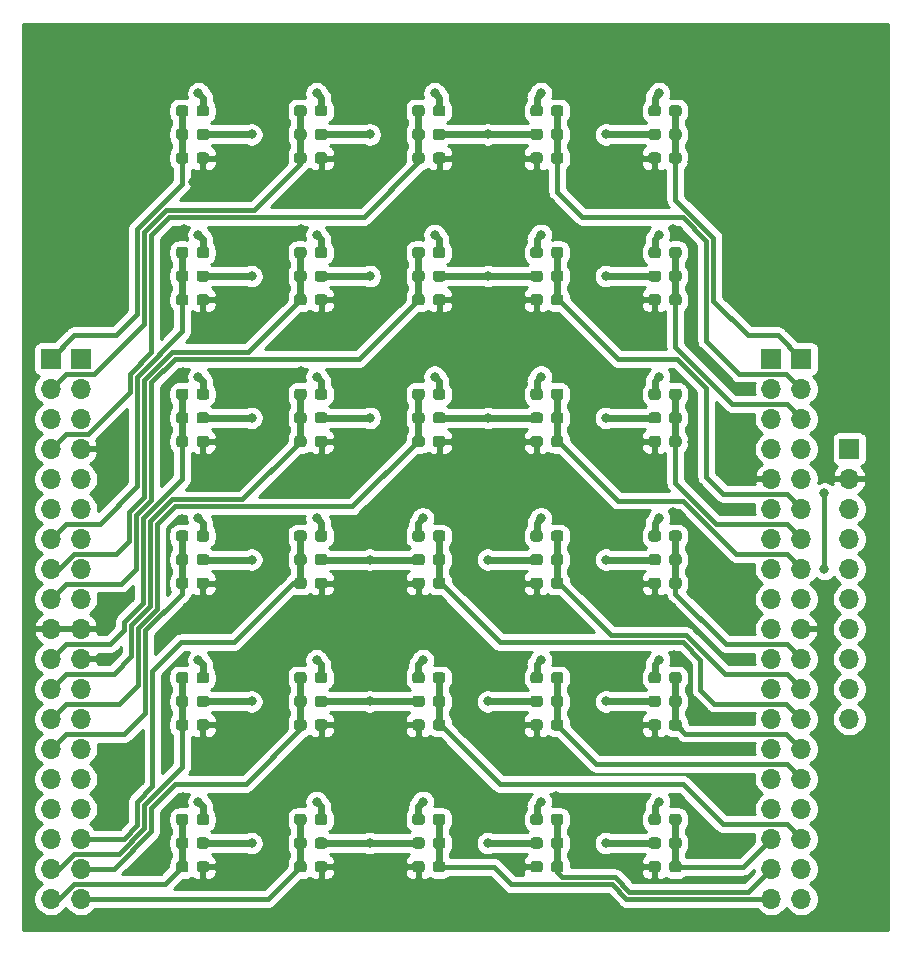
<source format=gbl>
G04 #@! TF.GenerationSoftware,KiCad,Pcbnew,5.1.6-c6e7f7d~87~ubuntu18.04.1*
G04 #@! TF.CreationDate,2021-01-02T21:50:31-05:00*
G04 #@! TF.ProjectId,dicecalc,64696365-6361-46c6-932e-6b696361645f,rev?*
G04 #@! TF.SameCoordinates,Original*
G04 #@! TF.FileFunction,Copper,L2,Bot*
G04 #@! TF.FilePolarity,Positive*
%FSLAX46Y46*%
G04 Gerber Fmt 4.6, Leading zero omitted, Abs format (unit mm)*
G04 Created by KiCad (PCBNEW 5.1.6-c6e7f7d~87~ubuntu18.04.1) date 2021-01-02 21:50:31*
%MOMM*%
%LPD*%
G01*
G04 APERTURE LIST*
G04 #@! TA.AperFunction,ComponentPad*
%ADD10R,1.700000X1.700000*%
G04 #@! TD*
G04 #@! TA.AperFunction,ComponentPad*
%ADD11O,1.700000X1.700000*%
G04 #@! TD*
G04 #@! TA.AperFunction,ViaPad*
%ADD12C,0.800000*%
G04 #@! TD*
G04 #@! TA.AperFunction,Conductor*
%ADD13C,0.600000*%
G04 #@! TD*
G04 #@! TA.AperFunction,Conductor*
%ADD14C,0.400000*%
G04 #@! TD*
G04 #@! TA.AperFunction,Conductor*
%ADD15C,0.254000*%
G04 #@! TD*
G04 APERTURE END LIST*
G04 #@! TA.AperFunction,SMDPad,CuDef*
G36*
G01*
X89250000Y-155337500D02*
X89250000Y-154862500D01*
G75*
G02*
X89487500Y-154625000I237500J0D01*
G01*
X90062500Y-154625000D01*
G75*
G02*
X90300000Y-154862500I0J-237500D01*
G01*
X90300000Y-155337500D01*
G75*
G02*
X90062500Y-155575000I-237500J0D01*
G01*
X89487500Y-155575000D01*
G75*
G02*
X89250000Y-155337500I0J237500D01*
G01*
G37*
G04 #@! TD.AperFunction*
G04 #@! TA.AperFunction,SMDPad,CuDef*
G36*
G01*
X87500000Y-155337500D02*
X87500000Y-154862500D01*
G75*
G02*
X87737500Y-154625000I237500J0D01*
G01*
X88312500Y-154625000D01*
G75*
G02*
X88550000Y-154862500I0J-237500D01*
G01*
X88550000Y-155337500D01*
G75*
G02*
X88312500Y-155575000I-237500J0D01*
G01*
X87737500Y-155575000D01*
G75*
G02*
X87500000Y-155337500I0J237500D01*
G01*
G37*
G04 #@! TD.AperFunction*
G04 #@! TA.AperFunction,SMDPad,CuDef*
G36*
G01*
X87500000Y-143337500D02*
X87500000Y-142862500D01*
G75*
G02*
X87737500Y-142625000I237500J0D01*
G01*
X88312500Y-142625000D01*
G75*
G02*
X88550000Y-142862500I0J-237500D01*
G01*
X88550000Y-143337500D01*
G75*
G02*
X88312500Y-143575000I-237500J0D01*
G01*
X87737500Y-143575000D01*
G75*
G02*
X87500000Y-143337500I0J237500D01*
G01*
G37*
G04 #@! TD.AperFunction*
G04 #@! TA.AperFunction,SMDPad,CuDef*
G36*
G01*
X89250000Y-143337500D02*
X89250000Y-142862500D01*
G75*
G02*
X89487500Y-142625000I237500J0D01*
G01*
X90062500Y-142625000D01*
G75*
G02*
X90300000Y-142862500I0J-237500D01*
G01*
X90300000Y-143337500D01*
G75*
G02*
X90062500Y-143575000I-237500J0D01*
G01*
X89487500Y-143575000D01*
G75*
G02*
X89250000Y-143337500I0J237500D01*
G01*
G37*
G04 #@! TD.AperFunction*
G04 #@! TA.AperFunction,SMDPad,CuDef*
G36*
G01*
X100300000Y-142862500D02*
X100300000Y-143337500D01*
G75*
G02*
X100062500Y-143575000I-237500J0D01*
G01*
X99487500Y-143575000D01*
G75*
G02*
X99250000Y-143337500I0J237500D01*
G01*
X99250000Y-142862500D01*
G75*
G02*
X99487500Y-142625000I237500J0D01*
G01*
X100062500Y-142625000D01*
G75*
G02*
X100300000Y-142862500I0J-237500D01*
G01*
G37*
G04 #@! TD.AperFunction*
G04 #@! TA.AperFunction,SMDPad,CuDef*
G36*
G01*
X98550000Y-142862500D02*
X98550000Y-143337500D01*
G75*
G02*
X98312500Y-143575000I-237500J0D01*
G01*
X97737500Y-143575000D01*
G75*
G02*
X97500000Y-143337500I0J237500D01*
G01*
X97500000Y-142862500D01*
G75*
G02*
X97737500Y-142625000I237500J0D01*
G01*
X98312500Y-142625000D01*
G75*
G02*
X98550000Y-142862500I0J-237500D01*
G01*
G37*
G04 #@! TD.AperFunction*
G04 #@! TA.AperFunction,SMDPad,CuDef*
G36*
G01*
X110300000Y-142862500D02*
X110300000Y-143337500D01*
G75*
G02*
X110062500Y-143575000I-237500J0D01*
G01*
X109487500Y-143575000D01*
G75*
G02*
X109250000Y-143337500I0J237500D01*
G01*
X109250000Y-142862500D01*
G75*
G02*
X109487500Y-142625000I237500J0D01*
G01*
X110062500Y-142625000D01*
G75*
G02*
X110300000Y-142862500I0J-237500D01*
G01*
G37*
G04 #@! TD.AperFunction*
G04 #@! TA.AperFunction,SMDPad,CuDef*
G36*
G01*
X108550000Y-142862500D02*
X108550000Y-143337500D01*
G75*
G02*
X108312500Y-143575000I-237500J0D01*
G01*
X107737500Y-143575000D01*
G75*
G02*
X107500000Y-143337500I0J237500D01*
G01*
X107500000Y-142862500D01*
G75*
G02*
X107737500Y-142625000I237500J0D01*
G01*
X108312500Y-142625000D01*
G75*
G02*
X108550000Y-142862500I0J-237500D01*
G01*
G37*
G04 #@! TD.AperFunction*
G04 #@! TA.AperFunction,SMDPad,CuDef*
G36*
G01*
X87500000Y-131337500D02*
X87500000Y-130862500D01*
G75*
G02*
X87737500Y-130625000I237500J0D01*
G01*
X88312500Y-130625000D01*
G75*
G02*
X88550000Y-130862500I0J-237500D01*
G01*
X88550000Y-131337500D01*
G75*
G02*
X88312500Y-131575000I-237500J0D01*
G01*
X87737500Y-131575000D01*
G75*
G02*
X87500000Y-131337500I0J237500D01*
G01*
G37*
G04 #@! TD.AperFunction*
G04 #@! TA.AperFunction,SMDPad,CuDef*
G36*
G01*
X89250000Y-131337500D02*
X89250000Y-130862500D01*
G75*
G02*
X89487500Y-130625000I237500J0D01*
G01*
X90062500Y-130625000D01*
G75*
G02*
X90300000Y-130862500I0J-237500D01*
G01*
X90300000Y-131337500D01*
G75*
G02*
X90062500Y-131575000I-237500J0D01*
G01*
X89487500Y-131575000D01*
G75*
G02*
X89250000Y-131337500I0J237500D01*
G01*
G37*
G04 #@! TD.AperFunction*
G04 #@! TA.AperFunction,SMDPad,CuDef*
G36*
G01*
X100300000Y-130862500D02*
X100300000Y-131337500D01*
G75*
G02*
X100062500Y-131575000I-237500J0D01*
G01*
X99487500Y-131575000D01*
G75*
G02*
X99250000Y-131337500I0J237500D01*
G01*
X99250000Y-130862500D01*
G75*
G02*
X99487500Y-130625000I237500J0D01*
G01*
X100062500Y-130625000D01*
G75*
G02*
X100300000Y-130862500I0J-237500D01*
G01*
G37*
G04 #@! TD.AperFunction*
G04 #@! TA.AperFunction,SMDPad,CuDef*
G36*
G01*
X98550000Y-130862500D02*
X98550000Y-131337500D01*
G75*
G02*
X98312500Y-131575000I-237500J0D01*
G01*
X97737500Y-131575000D01*
G75*
G02*
X97500000Y-131337500I0J237500D01*
G01*
X97500000Y-130862500D01*
G75*
G02*
X97737500Y-130625000I237500J0D01*
G01*
X98312500Y-130625000D01*
G75*
G02*
X98550000Y-130862500I0J-237500D01*
G01*
G37*
G04 #@! TD.AperFunction*
G04 #@! TA.AperFunction,SMDPad,CuDef*
G36*
G01*
X110300000Y-130862500D02*
X110300000Y-131337500D01*
G75*
G02*
X110062500Y-131575000I-237500J0D01*
G01*
X109487500Y-131575000D01*
G75*
G02*
X109250000Y-131337500I0J237500D01*
G01*
X109250000Y-130862500D01*
G75*
G02*
X109487500Y-130625000I237500J0D01*
G01*
X110062500Y-130625000D01*
G75*
G02*
X110300000Y-130862500I0J-237500D01*
G01*
G37*
G04 #@! TD.AperFunction*
G04 #@! TA.AperFunction,SMDPad,CuDef*
G36*
G01*
X108550000Y-130862500D02*
X108550000Y-131337500D01*
G75*
G02*
X108312500Y-131575000I-237500J0D01*
G01*
X107737500Y-131575000D01*
G75*
G02*
X107500000Y-131337500I0J237500D01*
G01*
X107500000Y-130862500D01*
G75*
G02*
X107737500Y-130625000I237500J0D01*
G01*
X108312500Y-130625000D01*
G75*
G02*
X108550000Y-130862500I0J-237500D01*
G01*
G37*
G04 #@! TD.AperFunction*
G04 #@! TA.AperFunction,SMDPad,CuDef*
G36*
G01*
X87500000Y-119337500D02*
X87500000Y-118862500D01*
G75*
G02*
X87737500Y-118625000I237500J0D01*
G01*
X88312500Y-118625000D01*
G75*
G02*
X88550000Y-118862500I0J-237500D01*
G01*
X88550000Y-119337500D01*
G75*
G02*
X88312500Y-119575000I-237500J0D01*
G01*
X87737500Y-119575000D01*
G75*
G02*
X87500000Y-119337500I0J237500D01*
G01*
G37*
G04 #@! TD.AperFunction*
G04 #@! TA.AperFunction,SMDPad,CuDef*
G36*
G01*
X89250000Y-119337500D02*
X89250000Y-118862500D01*
G75*
G02*
X89487500Y-118625000I237500J0D01*
G01*
X90062500Y-118625000D01*
G75*
G02*
X90300000Y-118862500I0J-237500D01*
G01*
X90300000Y-119337500D01*
G75*
G02*
X90062500Y-119575000I-237500J0D01*
G01*
X89487500Y-119575000D01*
G75*
G02*
X89250000Y-119337500I0J237500D01*
G01*
G37*
G04 #@! TD.AperFunction*
G04 #@! TA.AperFunction,SMDPad,CuDef*
G36*
G01*
X99250000Y-119337500D02*
X99250000Y-118862500D01*
G75*
G02*
X99487500Y-118625000I237500J0D01*
G01*
X100062500Y-118625000D01*
G75*
G02*
X100300000Y-118862500I0J-237500D01*
G01*
X100300000Y-119337500D01*
G75*
G02*
X100062500Y-119575000I-237500J0D01*
G01*
X99487500Y-119575000D01*
G75*
G02*
X99250000Y-119337500I0J237500D01*
G01*
G37*
G04 #@! TD.AperFunction*
G04 #@! TA.AperFunction,SMDPad,CuDef*
G36*
G01*
X97500000Y-119337500D02*
X97500000Y-118862500D01*
G75*
G02*
X97737500Y-118625000I237500J0D01*
G01*
X98312500Y-118625000D01*
G75*
G02*
X98550000Y-118862500I0J-237500D01*
G01*
X98550000Y-119337500D01*
G75*
G02*
X98312500Y-119575000I-237500J0D01*
G01*
X97737500Y-119575000D01*
G75*
G02*
X97500000Y-119337500I0J237500D01*
G01*
G37*
G04 #@! TD.AperFunction*
G04 #@! TA.AperFunction,SMDPad,CuDef*
G36*
G01*
X108550000Y-118862500D02*
X108550000Y-119337500D01*
G75*
G02*
X108312500Y-119575000I-237500J0D01*
G01*
X107737500Y-119575000D01*
G75*
G02*
X107500000Y-119337500I0J237500D01*
G01*
X107500000Y-118862500D01*
G75*
G02*
X107737500Y-118625000I237500J0D01*
G01*
X108312500Y-118625000D01*
G75*
G02*
X108550000Y-118862500I0J-237500D01*
G01*
G37*
G04 #@! TD.AperFunction*
G04 #@! TA.AperFunction,SMDPad,CuDef*
G36*
G01*
X110300000Y-118862500D02*
X110300000Y-119337500D01*
G75*
G02*
X110062500Y-119575000I-237500J0D01*
G01*
X109487500Y-119575000D01*
G75*
G02*
X109250000Y-119337500I0J237500D01*
G01*
X109250000Y-118862500D01*
G75*
G02*
X109487500Y-118625000I237500J0D01*
G01*
X110062500Y-118625000D01*
G75*
G02*
X110300000Y-118862500I0J-237500D01*
G01*
G37*
G04 #@! TD.AperFunction*
G04 #@! TA.AperFunction,SMDPad,CuDef*
G36*
G01*
X118550000Y-142862500D02*
X118550000Y-143337500D01*
G75*
G02*
X118312500Y-143575000I-237500J0D01*
G01*
X117737500Y-143575000D01*
G75*
G02*
X117500000Y-143337500I0J237500D01*
G01*
X117500000Y-142862500D01*
G75*
G02*
X117737500Y-142625000I237500J0D01*
G01*
X118312500Y-142625000D01*
G75*
G02*
X118550000Y-142862500I0J-237500D01*
G01*
G37*
G04 #@! TD.AperFunction*
G04 #@! TA.AperFunction,SMDPad,CuDef*
G36*
G01*
X120300000Y-142862500D02*
X120300000Y-143337500D01*
G75*
G02*
X120062500Y-143575000I-237500J0D01*
G01*
X119487500Y-143575000D01*
G75*
G02*
X119250000Y-143337500I0J237500D01*
G01*
X119250000Y-142862500D01*
G75*
G02*
X119487500Y-142625000I237500J0D01*
G01*
X120062500Y-142625000D01*
G75*
G02*
X120300000Y-142862500I0J-237500D01*
G01*
G37*
G04 #@! TD.AperFunction*
G04 #@! TA.AperFunction,SMDPad,CuDef*
G36*
G01*
X118550000Y-130862500D02*
X118550000Y-131337500D01*
G75*
G02*
X118312500Y-131575000I-237500J0D01*
G01*
X117737500Y-131575000D01*
G75*
G02*
X117500000Y-131337500I0J237500D01*
G01*
X117500000Y-130862500D01*
G75*
G02*
X117737500Y-130625000I237500J0D01*
G01*
X118312500Y-130625000D01*
G75*
G02*
X118550000Y-130862500I0J-237500D01*
G01*
G37*
G04 #@! TD.AperFunction*
G04 #@! TA.AperFunction,SMDPad,CuDef*
G36*
G01*
X120300000Y-130862500D02*
X120300000Y-131337500D01*
G75*
G02*
X120062500Y-131575000I-237500J0D01*
G01*
X119487500Y-131575000D01*
G75*
G02*
X119250000Y-131337500I0J237500D01*
G01*
X119250000Y-130862500D01*
G75*
G02*
X119487500Y-130625000I237500J0D01*
G01*
X120062500Y-130625000D01*
G75*
G02*
X120300000Y-130862500I0J-237500D01*
G01*
G37*
G04 #@! TD.AperFunction*
G04 #@! TA.AperFunction,SMDPad,CuDef*
G36*
G01*
X120300000Y-118862500D02*
X120300000Y-119337500D01*
G75*
G02*
X120062500Y-119575000I-237500J0D01*
G01*
X119487500Y-119575000D01*
G75*
G02*
X119250000Y-119337500I0J237500D01*
G01*
X119250000Y-118862500D01*
G75*
G02*
X119487500Y-118625000I237500J0D01*
G01*
X120062500Y-118625000D01*
G75*
G02*
X120300000Y-118862500I0J-237500D01*
G01*
G37*
G04 #@! TD.AperFunction*
G04 #@! TA.AperFunction,SMDPad,CuDef*
G36*
G01*
X118550000Y-118862500D02*
X118550000Y-119337500D01*
G75*
G02*
X118312500Y-119575000I-237500J0D01*
G01*
X117737500Y-119575000D01*
G75*
G02*
X117500000Y-119337500I0J237500D01*
G01*
X117500000Y-118862500D01*
G75*
G02*
X117737500Y-118625000I237500J0D01*
G01*
X118312500Y-118625000D01*
G75*
G02*
X118550000Y-118862500I0J-237500D01*
G01*
G37*
G04 #@! TD.AperFunction*
G04 #@! TA.AperFunction,SMDPad,CuDef*
G36*
G01*
X118550000Y-106862500D02*
X118550000Y-107337500D01*
G75*
G02*
X118312500Y-107575000I-237500J0D01*
G01*
X117737500Y-107575000D01*
G75*
G02*
X117500000Y-107337500I0J237500D01*
G01*
X117500000Y-106862500D01*
G75*
G02*
X117737500Y-106625000I237500J0D01*
G01*
X118312500Y-106625000D01*
G75*
G02*
X118550000Y-106862500I0J-237500D01*
G01*
G37*
G04 #@! TD.AperFunction*
G04 #@! TA.AperFunction,SMDPad,CuDef*
G36*
G01*
X120300000Y-106862500D02*
X120300000Y-107337500D01*
G75*
G02*
X120062500Y-107575000I-237500J0D01*
G01*
X119487500Y-107575000D01*
G75*
G02*
X119250000Y-107337500I0J237500D01*
G01*
X119250000Y-106862500D01*
G75*
G02*
X119487500Y-106625000I237500J0D01*
G01*
X120062500Y-106625000D01*
G75*
G02*
X120300000Y-106862500I0J-237500D01*
G01*
G37*
G04 #@! TD.AperFunction*
G04 #@! TA.AperFunction,SMDPad,CuDef*
G36*
G01*
X110300000Y-94862500D02*
X110300000Y-95337500D01*
G75*
G02*
X110062500Y-95575000I-237500J0D01*
G01*
X109487500Y-95575000D01*
G75*
G02*
X109250000Y-95337500I0J237500D01*
G01*
X109250000Y-94862500D01*
G75*
G02*
X109487500Y-94625000I237500J0D01*
G01*
X110062500Y-94625000D01*
G75*
G02*
X110300000Y-94862500I0J-237500D01*
G01*
G37*
G04 #@! TD.AperFunction*
G04 #@! TA.AperFunction,SMDPad,CuDef*
G36*
G01*
X108550000Y-94862500D02*
X108550000Y-95337500D01*
G75*
G02*
X108312500Y-95575000I-237500J0D01*
G01*
X107737500Y-95575000D01*
G75*
G02*
X107500000Y-95337500I0J237500D01*
G01*
X107500000Y-94862500D01*
G75*
G02*
X107737500Y-94625000I237500J0D01*
G01*
X108312500Y-94625000D01*
G75*
G02*
X108550000Y-94862500I0J-237500D01*
G01*
G37*
G04 #@! TD.AperFunction*
G04 #@! TA.AperFunction,SMDPad,CuDef*
G36*
G01*
X77500000Y-107337500D02*
X77500000Y-106862500D01*
G75*
G02*
X77737500Y-106625000I237500J0D01*
G01*
X78312500Y-106625000D01*
G75*
G02*
X78550000Y-106862500I0J-237500D01*
G01*
X78550000Y-107337500D01*
G75*
G02*
X78312500Y-107575000I-237500J0D01*
G01*
X77737500Y-107575000D01*
G75*
G02*
X77500000Y-107337500I0J237500D01*
G01*
G37*
G04 #@! TD.AperFunction*
G04 #@! TA.AperFunction,SMDPad,CuDef*
G36*
G01*
X79250000Y-107337500D02*
X79250000Y-106862500D01*
G75*
G02*
X79487500Y-106625000I237500J0D01*
G01*
X80062500Y-106625000D01*
G75*
G02*
X80300000Y-106862500I0J-237500D01*
G01*
X80300000Y-107337500D01*
G75*
G02*
X80062500Y-107575000I-237500J0D01*
G01*
X79487500Y-107575000D01*
G75*
G02*
X79250000Y-107337500I0J237500D01*
G01*
G37*
G04 #@! TD.AperFunction*
G04 #@! TA.AperFunction,SMDPad,CuDef*
G36*
G01*
X87500000Y-107337500D02*
X87500000Y-106862500D01*
G75*
G02*
X87737500Y-106625000I237500J0D01*
G01*
X88312500Y-106625000D01*
G75*
G02*
X88550000Y-106862500I0J-237500D01*
G01*
X88550000Y-107337500D01*
G75*
G02*
X88312500Y-107575000I-237500J0D01*
G01*
X87737500Y-107575000D01*
G75*
G02*
X87500000Y-107337500I0J237500D01*
G01*
G37*
G04 #@! TD.AperFunction*
G04 #@! TA.AperFunction,SMDPad,CuDef*
G36*
G01*
X89250000Y-107337500D02*
X89250000Y-106862500D01*
G75*
G02*
X89487500Y-106625000I237500J0D01*
G01*
X90062500Y-106625000D01*
G75*
G02*
X90300000Y-106862500I0J-237500D01*
G01*
X90300000Y-107337500D01*
G75*
G02*
X90062500Y-107575000I-237500J0D01*
G01*
X89487500Y-107575000D01*
G75*
G02*
X89250000Y-107337500I0J237500D01*
G01*
G37*
G04 #@! TD.AperFunction*
G04 #@! TA.AperFunction,SMDPad,CuDef*
G36*
G01*
X99250000Y-107337500D02*
X99250000Y-106862500D01*
G75*
G02*
X99487500Y-106625000I237500J0D01*
G01*
X100062500Y-106625000D01*
G75*
G02*
X100300000Y-106862500I0J-237500D01*
G01*
X100300000Y-107337500D01*
G75*
G02*
X100062500Y-107575000I-237500J0D01*
G01*
X99487500Y-107575000D01*
G75*
G02*
X99250000Y-107337500I0J237500D01*
G01*
G37*
G04 #@! TD.AperFunction*
G04 #@! TA.AperFunction,SMDPad,CuDef*
G36*
G01*
X97500000Y-107337500D02*
X97500000Y-106862500D01*
G75*
G02*
X97737500Y-106625000I237500J0D01*
G01*
X98312500Y-106625000D01*
G75*
G02*
X98550000Y-106862500I0J-237500D01*
G01*
X98550000Y-107337500D01*
G75*
G02*
X98312500Y-107575000I-237500J0D01*
G01*
X97737500Y-107575000D01*
G75*
G02*
X97500000Y-107337500I0J237500D01*
G01*
G37*
G04 #@! TD.AperFunction*
G04 #@! TA.AperFunction,SMDPad,CuDef*
G36*
G01*
X110300000Y-106862500D02*
X110300000Y-107337500D01*
G75*
G02*
X110062500Y-107575000I-237500J0D01*
G01*
X109487500Y-107575000D01*
G75*
G02*
X109250000Y-107337500I0J237500D01*
G01*
X109250000Y-106862500D01*
G75*
G02*
X109487500Y-106625000I237500J0D01*
G01*
X110062500Y-106625000D01*
G75*
G02*
X110300000Y-106862500I0J-237500D01*
G01*
G37*
G04 #@! TD.AperFunction*
G04 #@! TA.AperFunction,SMDPad,CuDef*
G36*
G01*
X108550000Y-106862500D02*
X108550000Y-107337500D01*
G75*
G02*
X108312500Y-107575000I-237500J0D01*
G01*
X107737500Y-107575000D01*
G75*
G02*
X107500000Y-107337500I0J237500D01*
G01*
X107500000Y-106862500D01*
G75*
G02*
X107737500Y-106625000I237500J0D01*
G01*
X108312500Y-106625000D01*
G75*
G02*
X108550000Y-106862500I0J-237500D01*
G01*
G37*
G04 #@! TD.AperFunction*
G04 #@! TA.AperFunction,SMDPad,CuDef*
G36*
G01*
X79250000Y-95337500D02*
X79250000Y-94862500D01*
G75*
G02*
X79487500Y-94625000I237500J0D01*
G01*
X80062500Y-94625000D01*
G75*
G02*
X80300000Y-94862500I0J-237500D01*
G01*
X80300000Y-95337500D01*
G75*
G02*
X80062500Y-95575000I-237500J0D01*
G01*
X79487500Y-95575000D01*
G75*
G02*
X79250000Y-95337500I0J237500D01*
G01*
G37*
G04 #@! TD.AperFunction*
G04 #@! TA.AperFunction,SMDPad,CuDef*
G36*
G01*
X77500000Y-95337500D02*
X77500000Y-94862500D01*
G75*
G02*
X77737500Y-94625000I237500J0D01*
G01*
X78312500Y-94625000D01*
G75*
G02*
X78550000Y-94862500I0J-237500D01*
G01*
X78550000Y-95337500D01*
G75*
G02*
X78312500Y-95575000I-237500J0D01*
G01*
X77737500Y-95575000D01*
G75*
G02*
X77500000Y-95337500I0J237500D01*
G01*
G37*
G04 #@! TD.AperFunction*
G04 #@! TA.AperFunction,SMDPad,CuDef*
G36*
G01*
X89250000Y-95337500D02*
X89250000Y-94862500D01*
G75*
G02*
X89487500Y-94625000I237500J0D01*
G01*
X90062500Y-94625000D01*
G75*
G02*
X90300000Y-94862500I0J-237500D01*
G01*
X90300000Y-95337500D01*
G75*
G02*
X90062500Y-95575000I-237500J0D01*
G01*
X89487500Y-95575000D01*
G75*
G02*
X89250000Y-95337500I0J237500D01*
G01*
G37*
G04 #@! TD.AperFunction*
G04 #@! TA.AperFunction,SMDPad,CuDef*
G36*
G01*
X87500000Y-95337500D02*
X87500000Y-94862500D01*
G75*
G02*
X87737500Y-94625000I237500J0D01*
G01*
X88312500Y-94625000D01*
G75*
G02*
X88550000Y-94862500I0J-237500D01*
G01*
X88550000Y-95337500D01*
G75*
G02*
X88312500Y-95575000I-237500J0D01*
G01*
X87737500Y-95575000D01*
G75*
G02*
X87500000Y-95337500I0J237500D01*
G01*
G37*
G04 #@! TD.AperFunction*
G04 #@! TA.AperFunction,SMDPad,CuDef*
G36*
G01*
X97500000Y-95337500D02*
X97500000Y-94862500D01*
G75*
G02*
X97737500Y-94625000I237500J0D01*
G01*
X98312500Y-94625000D01*
G75*
G02*
X98550000Y-94862500I0J-237500D01*
G01*
X98550000Y-95337500D01*
G75*
G02*
X98312500Y-95575000I-237500J0D01*
G01*
X97737500Y-95575000D01*
G75*
G02*
X97500000Y-95337500I0J237500D01*
G01*
G37*
G04 #@! TD.AperFunction*
G04 #@! TA.AperFunction,SMDPad,CuDef*
G36*
G01*
X99250000Y-95337500D02*
X99250000Y-94862500D01*
G75*
G02*
X99487500Y-94625000I237500J0D01*
G01*
X100062500Y-94625000D01*
G75*
G02*
X100300000Y-94862500I0J-237500D01*
G01*
X100300000Y-95337500D01*
G75*
G02*
X100062500Y-95575000I-237500J0D01*
G01*
X99487500Y-95575000D01*
G75*
G02*
X99250000Y-95337500I0J237500D01*
G01*
G37*
G04 #@! TD.AperFunction*
G04 #@! TA.AperFunction,SMDPad,CuDef*
G36*
G01*
X120300000Y-154862500D02*
X120300000Y-155337500D01*
G75*
G02*
X120062500Y-155575000I-237500J0D01*
G01*
X119487500Y-155575000D01*
G75*
G02*
X119250000Y-155337500I0J237500D01*
G01*
X119250000Y-154862500D01*
G75*
G02*
X119487500Y-154625000I237500J0D01*
G01*
X120062500Y-154625000D01*
G75*
G02*
X120300000Y-154862500I0J-237500D01*
G01*
G37*
G04 #@! TD.AperFunction*
G04 #@! TA.AperFunction,SMDPad,CuDef*
G36*
G01*
X118550000Y-154862500D02*
X118550000Y-155337500D01*
G75*
G02*
X118312500Y-155575000I-237500J0D01*
G01*
X117737500Y-155575000D01*
G75*
G02*
X117500000Y-155337500I0J237500D01*
G01*
X117500000Y-154862500D01*
G75*
G02*
X117737500Y-154625000I237500J0D01*
G01*
X118312500Y-154625000D01*
G75*
G02*
X118550000Y-154862500I0J-237500D01*
G01*
G37*
G04 #@! TD.AperFunction*
G04 #@! TA.AperFunction,SMDPad,CuDef*
G36*
G01*
X120300000Y-94862500D02*
X120300000Y-95337500D01*
G75*
G02*
X120062500Y-95575000I-237500J0D01*
G01*
X119487500Y-95575000D01*
G75*
G02*
X119250000Y-95337500I0J237500D01*
G01*
X119250000Y-94862500D01*
G75*
G02*
X119487500Y-94625000I237500J0D01*
G01*
X120062500Y-94625000D01*
G75*
G02*
X120300000Y-94862500I0J-237500D01*
G01*
G37*
G04 #@! TD.AperFunction*
G04 #@! TA.AperFunction,SMDPad,CuDef*
G36*
G01*
X118550000Y-94862500D02*
X118550000Y-95337500D01*
G75*
G02*
X118312500Y-95575000I-237500J0D01*
G01*
X117737500Y-95575000D01*
G75*
G02*
X117500000Y-95337500I0J237500D01*
G01*
X117500000Y-94862500D01*
G75*
G02*
X117737500Y-94625000I237500J0D01*
G01*
X118312500Y-94625000D01*
G75*
G02*
X118550000Y-94862500I0J-237500D01*
G01*
G37*
G04 #@! TD.AperFunction*
G04 #@! TA.AperFunction,SMDPad,CuDef*
G36*
G01*
X98550000Y-154862500D02*
X98550000Y-155337500D01*
G75*
G02*
X98312500Y-155575000I-237500J0D01*
G01*
X97737500Y-155575000D01*
G75*
G02*
X97500000Y-155337500I0J237500D01*
G01*
X97500000Y-154862500D01*
G75*
G02*
X97737500Y-154625000I237500J0D01*
G01*
X98312500Y-154625000D01*
G75*
G02*
X98550000Y-154862500I0J-237500D01*
G01*
G37*
G04 #@! TD.AperFunction*
G04 #@! TA.AperFunction,SMDPad,CuDef*
G36*
G01*
X100300000Y-154862500D02*
X100300000Y-155337500D01*
G75*
G02*
X100062500Y-155575000I-237500J0D01*
G01*
X99487500Y-155575000D01*
G75*
G02*
X99250000Y-155337500I0J237500D01*
G01*
X99250000Y-154862500D01*
G75*
G02*
X99487500Y-154625000I237500J0D01*
G01*
X100062500Y-154625000D01*
G75*
G02*
X100300000Y-154862500I0J-237500D01*
G01*
G37*
G04 #@! TD.AperFunction*
G04 #@! TA.AperFunction,SMDPad,CuDef*
G36*
G01*
X108550000Y-154862500D02*
X108550000Y-155337500D01*
G75*
G02*
X108312500Y-155575000I-237500J0D01*
G01*
X107737500Y-155575000D01*
G75*
G02*
X107500000Y-155337500I0J237500D01*
G01*
X107500000Y-154862500D01*
G75*
G02*
X107737500Y-154625000I237500J0D01*
G01*
X108312500Y-154625000D01*
G75*
G02*
X108550000Y-154862500I0J-237500D01*
G01*
G37*
G04 #@! TD.AperFunction*
G04 #@! TA.AperFunction,SMDPad,CuDef*
G36*
G01*
X110300000Y-154862500D02*
X110300000Y-155337500D01*
G75*
G02*
X110062500Y-155575000I-237500J0D01*
G01*
X109487500Y-155575000D01*
G75*
G02*
X109250000Y-155337500I0J237500D01*
G01*
X109250000Y-154862500D01*
G75*
G02*
X109487500Y-154625000I237500J0D01*
G01*
X110062500Y-154625000D01*
G75*
G02*
X110300000Y-154862500I0J-237500D01*
G01*
G37*
G04 #@! TD.AperFunction*
G04 #@! TA.AperFunction,SMDPad,CuDef*
G36*
G01*
X79250000Y-119337500D02*
X79250000Y-118862500D01*
G75*
G02*
X79487500Y-118625000I237500J0D01*
G01*
X80062500Y-118625000D01*
G75*
G02*
X80300000Y-118862500I0J-237500D01*
G01*
X80300000Y-119337500D01*
G75*
G02*
X80062500Y-119575000I-237500J0D01*
G01*
X79487500Y-119575000D01*
G75*
G02*
X79250000Y-119337500I0J237500D01*
G01*
G37*
G04 #@! TD.AperFunction*
G04 #@! TA.AperFunction,SMDPad,CuDef*
G36*
G01*
X77500000Y-119337500D02*
X77500000Y-118862500D01*
G75*
G02*
X77737500Y-118625000I237500J0D01*
G01*
X78312500Y-118625000D01*
G75*
G02*
X78550000Y-118862500I0J-237500D01*
G01*
X78550000Y-119337500D01*
G75*
G02*
X78312500Y-119575000I-237500J0D01*
G01*
X77737500Y-119575000D01*
G75*
G02*
X77500000Y-119337500I0J237500D01*
G01*
G37*
G04 #@! TD.AperFunction*
G04 #@! TA.AperFunction,SMDPad,CuDef*
G36*
G01*
X79250000Y-131337500D02*
X79250000Y-130862500D01*
G75*
G02*
X79487500Y-130625000I237500J0D01*
G01*
X80062500Y-130625000D01*
G75*
G02*
X80300000Y-130862500I0J-237500D01*
G01*
X80300000Y-131337500D01*
G75*
G02*
X80062500Y-131575000I-237500J0D01*
G01*
X79487500Y-131575000D01*
G75*
G02*
X79250000Y-131337500I0J237500D01*
G01*
G37*
G04 #@! TD.AperFunction*
G04 #@! TA.AperFunction,SMDPad,CuDef*
G36*
G01*
X77500000Y-131337500D02*
X77500000Y-130862500D01*
G75*
G02*
X77737500Y-130625000I237500J0D01*
G01*
X78312500Y-130625000D01*
G75*
G02*
X78550000Y-130862500I0J-237500D01*
G01*
X78550000Y-131337500D01*
G75*
G02*
X78312500Y-131575000I-237500J0D01*
G01*
X77737500Y-131575000D01*
G75*
G02*
X77500000Y-131337500I0J237500D01*
G01*
G37*
G04 #@! TD.AperFunction*
G04 #@! TA.AperFunction,SMDPad,CuDef*
G36*
G01*
X79250000Y-143337500D02*
X79250000Y-142862500D01*
G75*
G02*
X79487500Y-142625000I237500J0D01*
G01*
X80062500Y-142625000D01*
G75*
G02*
X80300000Y-142862500I0J-237500D01*
G01*
X80300000Y-143337500D01*
G75*
G02*
X80062500Y-143575000I-237500J0D01*
G01*
X79487500Y-143575000D01*
G75*
G02*
X79250000Y-143337500I0J237500D01*
G01*
G37*
G04 #@! TD.AperFunction*
G04 #@! TA.AperFunction,SMDPad,CuDef*
G36*
G01*
X77500000Y-143337500D02*
X77500000Y-142862500D01*
G75*
G02*
X77737500Y-142625000I237500J0D01*
G01*
X78312500Y-142625000D01*
G75*
G02*
X78550000Y-142862500I0J-237500D01*
G01*
X78550000Y-143337500D01*
G75*
G02*
X78312500Y-143575000I-237500J0D01*
G01*
X77737500Y-143575000D01*
G75*
G02*
X77500000Y-143337500I0J237500D01*
G01*
G37*
G04 #@! TD.AperFunction*
G04 #@! TA.AperFunction,SMDPad,CuDef*
G36*
G01*
X79250000Y-155337500D02*
X79250000Y-154862500D01*
G75*
G02*
X79487500Y-154625000I237500J0D01*
G01*
X80062500Y-154625000D01*
G75*
G02*
X80300000Y-154862500I0J-237500D01*
G01*
X80300000Y-155337500D01*
G75*
G02*
X80062500Y-155575000I-237500J0D01*
G01*
X79487500Y-155575000D01*
G75*
G02*
X79250000Y-155337500I0J237500D01*
G01*
G37*
G04 #@! TD.AperFunction*
G04 #@! TA.AperFunction,SMDPad,CuDef*
G36*
G01*
X77500000Y-155337500D02*
X77500000Y-154862500D01*
G75*
G02*
X77737500Y-154625000I237500J0D01*
G01*
X78312500Y-154625000D01*
G75*
G02*
X78550000Y-154862500I0J-237500D01*
G01*
X78550000Y-155337500D01*
G75*
G02*
X78312500Y-155575000I-237500J0D01*
G01*
X77737500Y-155575000D01*
G75*
G02*
X77500000Y-155337500I0J237500D01*
G01*
G37*
G04 #@! TD.AperFunction*
D10*
X66900000Y-112100000D03*
D11*
X66900000Y-114640000D03*
X66900000Y-117180000D03*
X66900000Y-119720000D03*
X66900000Y-122260000D03*
X66900000Y-124800000D03*
X66900000Y-127340000D03*
X66900000Y-129880000D03*
X66900000Y-132420000D03*
X66900000Y-134960000D03*
X66900000Y-137500000D03*
X66900000Y-140040000D03*
X66900000Y-142580000D03*
X66900000Y-145120000D03*
X66900000Y-147660000D03*
X66900000Y-150200000D03*
X66900000Y-152740000D03*
X66900000Y-155280000D03*
X66900000Y-157820000D03*
X69440000Y-157820000D03*
X69440000Y-155280000D03*
X69440000Y-152740000D03*
X69440000Y-150200000D03*
X69440000Y-147660000D03*
X69440000Y-145120000D03*
X69440000Y-142580000D03*
X69440000Y-140040000D03*
X69440000Y-137500000D03*
X69440000Y-134960000D03*
X69440000Y-132420000D03*
X69440000Y-129880000D03*
X69440000Y-127340000D03*
X69440000Y-124800000D03*
X69440000Y-122260000D03*
X69440000Y-119720000D03*
X69440000Y-117180000D03*
X69440000Y-114640000D03*
D10*
X69440000Y-112100000D03*
X127900000Y-112100000D03*
D11*
X127900000Y-114640000D03*
X127900000Y-117180000D03*
X127900000Y-119720000D03*
X127900000Y-122260000D03*
X127900000Y-124800000D03*
X127900000Y-127340000D03*
X127900000Y-129880000D03*
X127900000Y-132420000D03*
X127900000Y-134960000D03*
X127900000Y-137500000D03*
X127900000Y-140040000D03*
X127900000Y-142580000D03*
X127900000Y-145120000D03*
X127900000Y-147660000D03*
X127900000Y-150200000D03*
X127900000Y-152740000D03*
X127900000Y-155280000D03*
X127900000Y-157820000D03*
X130440000Y-157820000D03*
X130440000Y-155280000D03*
X130440000Y-152740000D03*
X130440000Y-150200000D03*
X130440000Y-147660000D03*
X130440000Y-145120000D03*
X130440000Y-142580000D03*
X130440000Y-140040000D03*
X130440000Y-137500000D03*
X130440000Y-134960000D03*
X130440000Y-132420000D03*
X130440000Y-129880000D03*
X130440000Y-127340000D03*
X130440000Y-124800000D03*
X130440000Y-122260000D03*
X130440000Y-119720000D03*
X130440000Y-117180000D03*
X130440000Y-114640000D03*
D10*
X130440000Y-112100000D03*
G04 #@! TA.AperFunction,SMDPad,CuDef*
G36*
G01*
X89250000Y-151337500D02*
X89250000Y-150862500D01*
G75*
G02*
X89487500Y-150625000I237500J0D01*
G01*
X90062500Y-150625000D01*
G75*
G02*
X90300000Y-150862500I0J-237500D01*
G01*
X90300000Y-151337500D01*
G75*
G02*
X90062500Y-151575000I-237500J0D01*
G01*
X89487500Y-151575000D01*
G75*
G02*
X89250000Y-151337500I0J237500D01*
G01*
G37*
G04 #@! TD.AperFunction*
G04 #@! TA.AperFunction,SMDPad,CuDef*
G36*
G01*
X87500000Y-151337500D02*
X87500000Y-150862500D01*
G75*
G02*
X87737500Y-150625000I237500J0D01*
G01*
X88312500Y-150625000D01*
G75*
G02*
X88550000Y-150862500I0J-237500D01*
G01*
X88550000Y-151337500D01*
G75*
G02*
X88312500Y-151575000I-237500J0D01*
G01*
X87737500Y-151575000D01*
G75*
G02*
X87500000Y-151337500I0J237500D01*
G01*
G37*
G04 #@! TD.AperFunction*
G04 #@! TA.AperFunction,SMDPad,CuDef*
G36*
G01*
X87500000Y-139337500D02*
X87500000Y-138862500D01*
G75*
G02*
X87737500Y-138625000I237500J0D01*
G01*
X88312500Y-138625000D01*
G75*
G02*
X88550000Y-138862500I0J-237500D01*
G01*
X88550000Y-139337500D01*
G75*
G02*
X88312500Y-139575000I-237500J0D01*
G01*
X87737500Y-139575000D01*
G75*
G02*
X87500000Y-139337500I0J237500D01*
G01*
G37*
G04 #@! TD.AperFunction*
G04 #@! TA.AperFunction,SMDPad,CuDef*
G36*
G01*
X89250000Y-139337500D02*
X89250000Y-138862500D01*
G75*
G02*
X89487500Y-138625000I237500J0D01*
G01*
X90062500Y-138625000D01*
G75*
G02*
X90300000Y-138862500I0J-237500D01*
G01*
X90300000Y-139337500D01*
G75*
G02*
X90062500Y-139575000I-237500J0D01*
G01*
X89487500Y-139575000D01*
G75*
G02*
X89250000Y-139337500I0J237500D01*
G01*
G37*
G04 #@! TD.AperFunction*
G04 #@! TA.AperFunction,SMDPad,CuDef*
G36*
G01*
X100300000Y-138862500D02*
X100300000Y-139337500D01*
G75*
G02*
X100062500Y-139575000I-237500J0D01*
G01*
X99487500Y-139575000D01*
G75*
G02*
X99250000Y-139337500I0J237500D01*
G01*
X99250000Y-138862500D01*
G75*
G02*
X99487500Y-138625000I237500J0D01*
G01*
X100062500Y-138625000D01*
G75*
G02*
X100300000Y-138862500I0J-237500D01*
G01*
G37*
G04 #@! TD.AperFunction*
G04 #@! TA.AperFunction,SMDPad,CuDef*
G36*
G01*
X98550000Y-138862500D02*
X98550000Y-139337500D01*
G75*
G02*
X98312500Y-139575000I-237500J0D01*
G01*
X97737500Y-139575000D01*
G75*
G02*
X97500000Y-139337500I0J237500D01*
G01*
X97500000Y-138862500D01*
G75*
G02*
X97737500Y-138625000I237500J0D01*
G01*
X98312500Y-138625000D01*
G75*
G02*
X98550000Y-138862500I0J-237500D01*
G01*
G37*
G04 #@! TD.AperFunction*
G04 #@! TA.AperFunction,SMDPad,CuDef*
G36*
G01*
X110300000Y-138862500D02*
X110300000Y-139337500D01*
G75*
G02*
X110062500Y-139575000I-237500J0D01*
G01*
X109487500Y-139575000D01*
G75*
G02*
X109250000Y-139337500I0J237500D01*
G01*
X109250000Y-138862500D01*
G75*
G02*
X109487500Y-138625000I237500J0D01*
G01*
X110062500Y-138625000D01*
G75*
G02*
X110300000Y-138862500I0J-237500D01*
G01*
G37*
G04 #@! TD.AperFunction*
G04 #@! TA.AperFunction,SMDPad,CuDef*
G36*
G01*
X108550000Y-138862500D02*
X108550000Y-139337500D01*
G75*
G02*
X108312500Y-139575000I-237500J0D01*
G01*
X107737500Y-139575000D01*
G75*
G02*
X107500000Y-139337500I0J237500D01*
G01*
X107500000Y-138862500D01*
G75*
G02*
X107737500Y-138625000I237500J0D01*
G01*
X108312500Y-138625000D01*
G75*
G02*
X108550000Y-138862500I0J-237500D01*
G01*
G37*
G04 #@! TD.AperFunction*
G04 #@! TA.AperFunction,SMDPad,CuDef*
G36*
G01*
X89250000Y-127337500D02*
X89250000Y-126862500D01*
G75*
G02*
X89487500Y-126625000I237500J0D01*
G01*
X90062500Y-126625000D01*
G75*
G02*
X90300000Y-126862500I0J-237500D01*
G01*
X90300000Y-127337500D01*
G75*
G02*
X90062500Y-127575000I-237500J0D01*
G01*
X89487500Y-127575000D01*
G75*
G02*
X89250000Y-127337500I0J237500D01*
G01*
G37*
G04 #@! TD.AperFunction*
G04 #@! TA.AperFunction,SMDPad,CuDef*
G36*
G01*
X87500000Y-127337500D02*
X87500000Y-126862500D01*
G75*
G02*
X87737500Y-126625000I237500J0D01*
G01*
X88312500Y-126625000D01*
G75*
G02*
X88550000Y-126862500I0J-237500D01*
G01*
X88550000Y-127337500D01*
G75*
G02*
X88312500Y-127575000I-237500J0D01*
G01*
X87737500Y-127575000D01*
G75*
G02*
X87500000Y-127337500I0J237500D01*
G01*
G37*
G04 #@! TD.AperFunction*
G04 #@! TA.AperFunction,SMDPad,CuDef*
G36*
G01*
X90300000Y-152862500D02*
X90300000Y-153337500D01*
G75*
G02*
X90062500Y-153575000I-237500J0D01*
G01*
X89487500Y-153575000D01*
G75*
G02*
X89250000Y-153337500I0J237500D01*
G01*
X89250000Y-152862500D01*
G75*
G02*
X89487500Y-152625000I237500J0D01*
G01*
X90062500Y-152625000D01*
G75*
G02*
X90300000Y-152862500I0J-237500D01*
G01*
G37*
G04 #@! TD.AperFunction*
G04 #@! TA.AperFunction,SMDPad,CuDef*
G36*
G01*
X88550000Y-152862500D02*
X88550000Y-153337500D01*
G75*
G02*
X88312500Y-153575000I-237500J0D01*
G01*
X87737500Y-153575000D01*
G75*
G02*
X87500000Y-153337500I0J237500D01*
G01*
X87500000Y-152862500D01*
G75*
G02*
X87737500Y-152625000I237500J0D01*
G01*
X88312500Y-152625000D01*
G75*
G02*
X88550000Y-152862500I0J-237500D01*
G01*
G37*
G04 #@! TD.AperFunction*
G04 #@! TA.AperFunction,SMDPad,CuDef*
G36*
G01*
X88550000Y-140862500D02*
X88550000Y-141337500D01*
G75*
G02*
X88312500Y-141575000I-237500J0D01*
G01*
X87737500Y-141575000D01*
G75*
G02*
X87500000Y-141337500I0J237500D01*
G01*
X87500000Y-140862500D01*
G75*
G02*
X87737500Y-140625000I237500J0D01*
G01*
X88312500Y-140625000D01*
G75*
G02*
X88550000Y-140862500I0J-237500D01*
G01*
G37*
G04 #@! TD.AperFunction*
G04 #@! TA.AperFunction,SMDPad,CuDef*
G36*
G01*
X90300000Y-140862500D02*
X90300000Y-141337500D01*
G75*
G02*
X90062500Y-141575000I-237500J0D01*
G01*
X89487500Y-141575000D01*
G75*
G02*
X89250000Y-141337500I0J237500D01*
G01*
X89250000Y-140862500D01*
G75*
G02*
X89487500Y-140625000I237500J0D01*
G01*
X90062500Y-140625000D01*
G75*
G02*
X90300000Y-140862500I0J-237500D01*
G01*
G37*
G04 #@! TD.AperFunction*
G04 #@! TA.AperFunction,SMDPad,CuDef*
G36*
G01*
X99250000Y-141337500D02*
X99250000Y-140862500D01*
G75*
G02*
X99487500Y-140625000I237500J0D01*
G01*
X100062500Y-140625000D01*
G75*
G02*
X100300000Y-140862500I0J-237500D01*
G01*
X100300000Y-141337500D01*
G75*
G02*
X100062500Y-141575000I-237500J0D01*
G01*
X99487500Y-141575000D01*
G75*
G02*
X99250000Y-141337500I0J237500D01*
G01*
G37*
G04 #@! TD.AperFunction*
G04 #@! TA.AperFunction,SMDPad,CuDef*
G36*
G01*
X97500000Y-141337500D02*
X97500000Y-140862500D01*
G75*
G02*
X97737500Y-140625000I237500J0D01*
G01*
X98312500Y-140625000D01*
G75*
G02*
X98550000Y-140862500I0J-237500D01*
G01*
X98550000Y-141337500D01*
G75*
G02*
X98312500Y-141575000I-237500J0D01*
G01*
X97737500Y-141575000D01*
G75*
G02*
X97500000Y-141337500I0J237500D01*
G01*
G37*
G04 #@! TD.AperFunction*
G04 #@! TA.AperFunction,SMDPad,CuDef*
G36*
G01*
X109250000Y-141337500D02*
X109250000Y-140862500D01*
G75*
G02*
X109487500Y-140625000I237500J0D01*
G01*
X110062500Y-140625000D01*
G75*
G02*
X110300000Y-140862500I0J-237500D01*
G01*
X110300000Y-141337500D01*
G75*
G02*
X110062500Y-141575000I-237500J0D01*
G01*
X109487500Y-141575000D01*
G75*
G02*
X109250000Y-141337500I0J237500D01*
G01*
G37*
G04 #@! TD.AperFunction*
G04 #@! TA.AperFunction,SMDPad,CuDef*
G36*
G01*
X107500000Y-141337500D02*
X107500000Y-140862500D01*
G75*
G02*
X107737500Y-140625000I237500J0D01*
G01*
X108312500Y-140625000D01*
G75*
G02*
X108550000Y-140862500I0J-237500D01*
G01*
X108550000Y-141337500D01*
G75*
G02*
X108312500Y-141575000I-237500J0D01*
G01*
X107737500Y-141575000D01*
G75*
G02*
X107500000Y-141337500I0J237500D01*
G01*
G37*
G04 #@! TD.AperFunction*
G04 #@! TA.AperFunction,SMDPad,CuDef*
G36*
G01*
X90300000Y-128862500D02*
X90300000Y-129337500D01*
G75*
G02*
X90062500Y-129575000I-237500J0D01*
G01*
X89487500Y-129575000D01*
G75*
G02*
X89250000Y-129337500I0J237500D01*
G01*
X89250000Y-128862500D01*
G75*
G02*
X89487500Y-128625000I237500J0D01*
G01*
X90062500Y-128625000D01*
G75*
G02*
X90300000Y-128862500I0J-237500D01*
G01*
G37*
G04 #@! TD.AperFunction*
G04 #@! TA.AperFunction,SMDPad,CuDef*
G36*
G01*
X88550000Y-128862500D02*
X88550000Y-129337500D01*
G75*
G02*
X88312500Y-129575000I-237500J0D01*
G01*
X87737500Y-129575000D01*
G75*
G02*
X87500000Y-129337500I0J237500D01*
G01*
X87500000Y-128862500D01*
G75*
G02*
X87737500Y-128625000I237500J0D01*
G01*
X88312500Y-128625000D01*
G75*
G02*
X88550000Y-128862500I0J-237500D01*
G01*
G37*
G04 #@! TD.AperFunction*
G04 #@! TA.AperFunction,SMDPad,CuDef*
G36*
G01*
X98550000Y-126862500D02*
X98550000Y-127337500D01*
G75*
G02*
X98312500Y-127575000I-237500J0D01*
G01*
X97737500Y-127575000D01*
G75*
G02*
X97500000Y-127337500I0J237500D01*
G01*
X97500000Y-126862500D01*
G75*
G02*
X97737500Y-126625000I237500J0D01*
G01*
X98312500Y-126625000D01*
G75*
G02*
X98550000Y-126862500I0J-237500D01*
G01*
G37*
G04 #@! TD.AperFunction*
G04 #@! TA.AperFunction,SMDPad,CuDef*
G36*
G01*
X100300000Y-126862500D02*
X100300000Y-127337500D01*
G75*
G02*
X100062500Y-127575000I-237500J0D01*
G01*
X99487500Y-127575000D01*
G75*
G02*
X99250000Y-127337500I0J237500D01*
G01*
X99250000Y-126862500D01*
G75*
G02*
X99487500Y-126625000I237500J0D01*
G01*
X100062500Y-126625000D01*
G75*
G02*
X100300000Y-126862500I0J-237500D01*
G01*
G37*
G04 #@! TD.AperFunction*
G04 #@! TA.AperFunction,SMDPad,CuDef*
G36*
G01*
X108550000Y-126862500D02*
X108550000Y-127337500D01*
G75*
G02*
X108312500Y-127575000I-237500J0D01*
G01*
X107737500Y-127575000D01*
G75*
G02*
X107500000Y-127337500I0J237500D01*
G01*
X107500000Y-126862500D01*
G75*
G02*
X107737500Y-126625000I237500J0D01*
G01*
X108312500Y-126625000D01*
G75*
G02*
X108550000Y-126862500I0J-237500D01*
G01*
G37*
G04 #@! TD.AperFunction*
G04 #@! TA.AperFunction,SMDPad,CuDef*
G36*
G01*
X110300000Y-126862500D02*
X110300000Y-127337500D01*
G75*
G02*
X110062500Y-127575000I-237500J0D01*
G01*
X109487500Y-127575000D01*
G75*
G02*
X109250000Y-127337500I0J237500D01*
G01*
X109250000Y-126862500D01*
G75*
G02*
X109487500Y-126625000I237500J0D01*
G01*
X110062500Y-126625000D01*
G75*
G02*
X110300000Y-126862500I0J-237500D01*
G01*
G37*
G04 #@! TD.AperFunction*
G04 #@! TA.AperFunction,SMDPad,CuDef*
G36*
G01*
X89250000Y-115337500D02*
X89250000Y-114862500D01*
G75*
G02*
X89487500Y-114625000I237500J0D01*
G01*
X90062500Y-114625000D01*
G75*
G02*
X90300000Y-114862500I0J-237500D01*
G01*
X90300000Y-115337500D01*
G75*
G02*
X90062500Y-115575000I-237500J0D01*
G01*
X89487500Y-115575000D01*
G75*
G02*
X89250000Y-115337500I0J237500D01*
G01*
G37*
G04 #@! TD.AperFunction*
G04 #@! TA.AperFunction,SMDPad,CuDef*
G36*
G01*
X87500000Y-115337500D02*
X87500000Y-114862500D01*
G75*
G02*
X87737500Y-114625000I237500J0D01*
G01*
X88312500Y-114625000D01*
G75*
G02*
X88550000Y-114862500I0J-237500D01*
G01*
X88550000Y-115337500D01*
G75*
G02*
X88312500Y-115575000I-237500J0D01*
G01*
X87737500Y-115575000D01*
G75*
G02*
X87500000Y-115337500I0J237500D01*
G01*
G37*
G04 #@! TD.AperFunction*
G04 #@! TA.AperFunction,SMDPad,CuDef*
G36*
G01*
X99250000Y-115337500D02*
X99250000Y-114862500D01*
G75*
G02*
X99487500Y-114625000I237500J0D01*
G01*
X100062500Y-114625000D01*
G75*
G02*
X100300000Y-114862500I0J-237500D01*
G01*
X100300000Y-115337500D01*
G75*
G02*
X100062500Y-115575000I-237500J0D01*
G01*
X99487500Y-115575000D01*
G75*
G02*
X99250000Y-115337500I0J237500D01*
G01*
G37*
G04 #@! TD.AperFunction*
G04 #@! TA.AperFunction,SMDPad,CuDef*
G36*
G01*
X97500000Y-115337500D02*
X97500000Y-114862500D01*
G75*
G02*
X97737500Y-114625000I237500J0D01*
G01*
X98312500Y-114625000D01*
G75*
G02*
X98550000Y-114862500I0J-237500D01*
G01*
X98550000Y-115337500D01*
G75*
G02*
X98312500Y-115575000I-237500J0D01*
G01*
X97737500Y-115575000D01*
G75*
G02*
X97500000Y-115337500I0J237500D01*
G01*
G37*
G04 #@! TD.AperFunction*
G04 #@! TA.AperFunction,SMDPad,CuDef*
G36*
G01*
X108550000Y-114862500D02*
X108550000Y-115337500D01*
G75*
G02*
X108312500Y-115575000I-237500J0D01*
G01*
X107737500Y-115575000D01*
G75*
G02*
X107500000Y-115337500I0J237500D01*
G01*
X107500000Y-114862500D01*
G75*
G02*
X107737500Y-114625000I237500J0D01*
G01*
X108312500Y-114625000D01*
G75*
G02*
X108550000Y-114862500I0J-237500D01*
G01*
G37*
G04 #@! TD.AperFunction*
G04 #@! TA.AperFunction,SMDPad,CuDef*
G36*
G01*
X110300000Y-114862500D02*
X110300000Y-115337500D01*
G75*
G02*
X110062500Y-115575000I-237500J0D01*
G01*
X109487500Y-115575000D01*
G75*
G02*
X109250000Y-115337500I0J237500D01*
G01*
X109250000Y-114862500D01*
G75*
G02*
X109487500Y-114625000I237500J0D01*
G01*
X110062500Y-114625000D01*
G75*
G02*
X110300000Y-114862500I0J-237500D01*
G01*
G37*
G04 #@! TD.AperFunction*
G04 #@! TA.AperFunction,SMDPad,CuDef*
G36*
G01*
X97500000Y-129337500D02*
X97500000Y-128862500D01*
G75*
G02*
X97737500Y-128625000I237500J0D01*
G01*
X98312500Y-128625000D01*
G75*
G02*
X98550000Y-128862500I0J-237500D01*
G01*
X98550000Y-129337500D01*
G75*
G02*
X98312500Y-129575000I-237500J0D01*
G01*
X97737500Y-129575000D01*
G75*
G02*
X97500000Y-129337500I0J237500D01*
G01*
G37*
G04 #@! TD.AperFunction*
G04 #@! TA.AperFunction,SMDPad,CuDef*
G36*
G01*
X99250000Y-129337500D02*
X99250000Y-128862500D01*
G75*
G02*
X99487500Y-128625000I237500J0D01*
G01*
X100062500Y-128625000D01*
G75*
G02*
X100300000Y-128862500I0J-237500D01*
G01*
X100300000Y-129337500D01*
G75*
G02*
X100062500Y-129575000I-237500J0D01*
G01*
X99487500Y-129575000D01*
G75*
G02*
X99250000Y-129337500I0J237500D01*
G01*
G37*
G04 #@! TD.AperFunction*
G04 #@! TA.AperFunction,SMDPad,CuDef*
G36*
G01*
X107500000Y-129337500D02*
X107500000Y-128862500D01*
G75*
G02*
X107737500Y-128625000I237500J0D01*
G01*
X108312500Y-128625000D01*
G75*
G02*
X108550000Y-128862500I0J-237500D01*
G01*
X108550000Y-129337500D01*
G75*
G02*
X108312500Y-129575000I-237500J0D01*
G01*
X107737500Y-129575000D01*
G75*
G02*
X107500000Y-129337500I0J237500D01*
G01*
G37*
G04 #@! TD.AperFunction*
G04 #@! TA.AperFunction,SMDPad,CuDef*
G36*
G01*
X109250000Y-129337500D02*
X109250000Y-128862500D01*
G75*
G02*
X109487500Y-128625000I237500J0D01*
G01*
X110062500Y-128625000D01*
G75*
G02*
X110300000Y-128862500I0J-237500D01*
G01*
X110300000Y-129337500D01*
G75*
G02*
X110062500Y-129575000I-237500J0D01*
G01*
X109487500Y-129575000D01*
G75*
G02*
X109250000Y-129337500I0J237500D01*
G01*
G37*
G04 #@! TD.AperFunction*
G04 #@! TA.AperFunction,SMDPad,CuDef*
G36*
G01*
X90300000Y-116862500D02*
X90300000Y-117337500D01*
G75*
G02*
X90062500Y-117575000I-237500J0D01*
G01*
X89487500Y-117575000D01*
G75*
G02*
X89250000Y-117337500I0J237500D01*
G01*
X89250000Y-116862500D01*
G75*
G02*
X89487500Y-116625000I237500J0D01*
G01*
X90062500Y-116625000D01*
G75*
G02*
X90300000Y-116862500I0J-237500D01*
G01*
G37*
G04 #@! TD.AperFunction*
G04 #@! TA.AperFunction,SMDPad,CuDef*
G36*
G01*
X88550000Y-116862500D02*
X88550000Y-117337500D01*
G75*
G02*
X88312500Y-117575000I-237500J0D01*
G01*
X87737500Y-117575000D01*
G75*
G02*
X87500000Y-117337500I0J237500D01*
G01*
X87500000Y-116862500D01*
G75*
G02*
X87737500Y-116625000I237500J0D01*
G01*
X88312500Y-116625000D01*
G75*
G02*
X88550000Y-116862500I0J-237500D01*
G01*
G37*
G04 #@! TD.AperFunction*
G04 #@! TA.AperFunction,SMDPad,CuDef*
G36*
G01*
X100300000Y-116862500D02*
X100300000Y-117337500D01*
G75*
G02*
X100062500Y-117575000I-237500J0D01*
G01*
X99487500Y-117575000D01*
G75*
G02*
X99250000Y-117337500I0J237500D01*
G01*
X99250000Y-116862500D01*
G75*
G02*
X99487500Y-116625000I237500J0D01*
G01*
X100062500Y-116625000D01*
G75*
G02*
X100300000Y-116862500I0J-237500D01*
G01*
G37*
G04 #@! TD.AperFunction*
G04 #@! TA.AperFunction,SMDPad,CuDef*
G36*
G01*
X98550000Y-116862500D02*
X98550000Y-117337500D01*
G75*
G02*
X98312500Y-117575000I-237500J0D01*
G01*
X97737500Y-117575000D01*
G75*
G02*
X97500000Y-117337500I0J237500D01*
G01*
X97500000Y-116862500D01*
G75*
G02*
X97737500Y-116625000I237500J0D01*
G01*
X98312500Y-116625000D01*
G75*
G02*
X98550000Y-116862500I0J-237500D01*
G01*
G37*
G04 #@! TD.AperFunction*
G04 #@! TA.AperFunction,SMDPad,CuDef*
G36*
G01*
X107500000Y-117337500D02*
X107500000Y-116862500D01*
G75*
G02*
X107737500Y-116625000I237500J0D01*
G01*
X108312500Y-116625000D01*
G75*
G02*
X108550000Y-116862500I0J-237500D01*
G01*
X108550000Y-117337500D01*
G75*
G02*
X108312500Y-117575000I-237500J0D01*
G01*
X107737500Y-117575000D01*
G75*
G02*
X107500000Y-117337500I0J237500D01*
G01*
G37*
G04 #@! TD.AperFunction*
G04 #@! TA.AperFunction,SMDPad,CuDef*
G36*
G01*
X109250000Y-117337500D02*
X109250000Y-116862500D01*
G75*
G02*
X109487500Y-116625000I237500J0D01*
G01*
X110062500Y-116625000D01*
G75*
G02*
X110300000Y-116862500I0J-237500D01*
G01*
X110300000Y-117337500D01*
G75*
G02*
X110062500Y-117575000I-237500J0D01*
G01*
X109487500Y-117575000D01*
G75*
G02*
X109250000Y-117337500I0J237500D01*
G01*
G37*
G04 #@! TD.AperFunction*
G04 #@! TA.AperFunction,SMDPad,CuDef*
G36*
G01*
X118550000Y-138862500D02*
X118550000Y-139337500D01*
G75*
G02*
X118312500Y-139575000I-237500J0D01*
G01*
X117737500Y-139575000D01*
G75*
G02*
X117500000Y-139337500I0J237500D01*
G01*
X117500000Y-138862500D01*
G75*
G02*
X117737500Y-138625000I237500J0D01*
G01*
X118312500Y-138625000D01*
G75*
G02*
X118550000Y-138862500I0J-237500D01*
G01*
G37*
G04 #@! TD.AperFunction*
G04 #@! TA.AperFunction,SMDPad,CuDef*
G36*
G01*
X120300000Y-138862500D02*
X120300000Y-139337500D01*
G75*
G02*
X120062500Y-139575000I-237500J0D01*
G01*
X119487500Y-139575000D01*
G75*
G02*
X119250000Y-139337500I0J237500D01*
G01*
X119250000Y-138862500D01*
G75*
G02*
X119487500Y-138625000I237500J0D01*
G01*
X120062500Y-138625000D01*
G75*
G02*
X120300000Y-138862500I0J-237500D01*
G01*
G37*
G04 #@! TD.AperFunction*
G04 #@! TA.AperFunction,SMDPad,CuDef*
G36*
G01*
X118550000Y-126862500D02*
X118550000Y-127337500D01*
G75*
G02*
X118312500Y-127575000I-237500J0D01*
G01*
X117737500Y-127575000D01*
G75*
G02*
X117500000Y-127337500I0J237500D01*
G01*
X117500000Y-126862500D01*
G75*
G02*
X117737500Y-126625000I237500J0D01*
G01*
X118312500Y-126625000D01*
G75*
G02*
X118550000Y-126862500I0J-237500D01*
G01*
G37*
G04 #@! TD.AperFunction*
G04 #@! TA.AperFunction,SMDPad,CuDef*
G36*
G01*
X120300000Y-126862500D02*
X120300000Y-127337500D01*
G75*
G02*
X120062500Y-127575000I-237500J0D01*
G01*
X119487500Y-127575000D01*
G75*
G02*
X119250000Y-127337500I0J237500D01*
G01*
X119250000Y-126862500D01*
G75*
G02*
X119487500Y-126625000I237500J0D01*
G01*
X120062500Y-126625000D01*
G75*
G02*
X120300000Y-126862500I0J-237500D01*
G01*
G37*
G04 #@! TD.AperFunction*
G04 #@! TA.AperFunction,SMDPad,CuDef*
G36*
G01*
X118550000Y-114862500D02*
X118550000Y-115337500D01*
G75*
G02*
X118312500Y-115575000I-237500J0D01*
G01*
X117737500Y-115575000D01*
G75*
G02*
X117500000Y-115337500I0J237500D01*
G01*
X117500000Y-114862500D01*
G75*
G02*
X117737500Y-114625000I237500J0D01*
G01*
X118312500Y-114625000D01*
G75*
G02*
X118550000Y-114862500I0J-237500D01*
G01*
G37*
G04 #@! TD.AperFunction*
G04 #@! TA.AperFunction,SMDPad,CuDef*
G36*
G01*
X120300000Y-114862500D02*
X120300000Y-115337500D01*
G75*
G02*
X120062500Y-115575000I-237500J0D01*
G01*
X119487500Y-115575000D01*
G75*
G02*
X119250000Y-115337500I0J237500D01*
G01*
X119250000Y-114862500D01*
G75*
G02*
X119487500Y-114625000I237500J0D01*
G01*
X120062500Y-114625000D01*
G75*
G02*
X120300000Y-114862500I0J-237500D01*
G01*
G37*
G04 #@! TD.AperFunction*
G04 #@! TA.AperFunction,SMDPad,CuDef*
G36*
G01*
X118550000Y-102862500D02*
X118550000Y-103337500D01*
G75*
G02*
X118312500Y-103575000I-237500J0D01*
G01*
X117737500Y-103575000D01*
G75*
G02*
X117500000Y-103337500I0J237500D01*
G01*
X117500000Y-102862500D01*
G75*
G02*
X117737500Y-102625000I237500J0D01*
G01*
X118312500Y-102625000D01*
G75*
G02*
X118550000Y-102862500I0J-237500D01*
G01*
G37*
G04 #@! TD.AperFunction*
G04 #@! TA.AperFunction,SMDPad,CuDef*
G36*
G01*
X120300000Y-102862500D02*
X120300000Y-103337500D01*
G75*
G02*
X120062500Y-103575000I-237500J0D01*
G01*
X119487500Y-103575000D01*
G75*
G02*
X119250000Y-103337500I0J237500D01*
G01*
X119250000Y-102862500D01*
G75*
G02*
X119487500Y-102625000I237500J0D01*
G01*
X120062500Y-102625000D01*
G75*
G02*
X120300000Y-102862500I0J-237500D01*
G01*
G37*
G04 #@! TD.AperFunction*
G04 #@! TA.AperFunction,SMDPad,CuDef*
G36*
G01*
X108550000Y-90862500D02*
X108550000Y-91337500D01*
G75*
G02*
X108312500Y-91575000I-237500J0D01*
G01*
X107737500Y-91575000D01*
G75*
G02*
X107500000Y-91337500I0J237500D01*
G01*
X107500000Y-90862500D01*
G75*
G02*
X107737500Y-90625000I237500J0D01*
G01*
X108312500Y-90625000D01*
G75*
G02*
X108550000Y-90862500I0J-237500D01*
G01*
G37*
G04 #@! TD.AperFunction*
G04 #@! TA.AperFunction,SMDPad,CuDef*
G36*
G01*
X110300000Y-90862500D02*
X110300000Y-91337500D01*
G75*
G02*
X110062500Y-91575000I-237500J0D01*
G01*
X109487500Y-91575000D01*
G75*
G02*
X109250000Y-91337500I0J237500D01*
G01*
X109250000Y-90862500D01*
G75*
G02*
X109487500Y-90625000I237500J0D01*
G01*
X110062500Y-90625000D01*
G75*
G02*
X110300000Y-90862500I0J-237500D01*
G01*
G37*
G04 #@! TD.AperFunction*
G04 #@! TA.AperFunction,SMDPad,CuDef*
G36*
G01*
X117500000Y-141337500D02*
X117500000Y-140862500D01*
G75*
G02*
X117737500Y-140625000I237500J0D01*
G01*
X118312500Y-140625000D01*
G75*
G02*
X118550000Y-140862500I0J-237500D01*
G01*
X118550000Y-141337500D01*
G75*
G02*
X118312500Y-141575000I-237500J0D01*
G01*
X117737500Y-141575000D01*
G75*
G02*
X117500000Y-141337500I0J237500D01*
G01*
G37*
G04 #@! TD.AperFunction*
G04 #@! TA.AperFunction,SMDPad,CuDef*
G36*
G01*
X119250000Y-141337500D02*
X119250000Y-140862500D01*
G75*
G02*
X119487500Y-140625000I237500J0D01*
G01*
X120062500Y-140625000D01*
G75*
G02*
X120300000Y-140862500I0J-237500D01*
G01*
X120300000Y-141337500D01*
G75*
G02*
X120062500Y-141575000I-237500J0D01*
G01*
X119487500Y-141575000D01*
G75*
G02*
X119250000Y-141337500I0J237500D01*
G01*
G37*
G04 #@! TD.AperFunction*
G04 #@! TA.AperFunction,SMDPad,CuDef*
G36*
G01*
X117500000Y-129337500D02*
X117500000Y-128862500D01*
G75*
G02*
X117737500Y-128625000I237500J0D01*
G01*
X118312500Y-128625000D01*
G75*
G02*
X118550000Y-128862500I0J-237500D01*
G01*
X118550000Y-129337500D01*
G75*
G02*
X118312500Y-129575000I-237500J0D01*
G01*
X117737500Y-129575000D01*
G75*
G02*
X117500000Y-129337500I0J237500D01*
G01*
G37*
G04 #@! TD.AperFunction*
G04 #@! TA.AperFunction,SMDPad,CuDef*
G36*
G01*
X119250000Y-129337500D02*
X119250000Y-128862500D01*
G75*
G02*
X119487500Y-128625000I237500J0D01*
G01*
X120062500Y-128625000D01*
G75*
G02*
X120300000Y-128862500I0J-237500D01*
G01*
X120300000Y-129337500D01*
G75*
G02*
X120062500Y-129575000I-237500J0D01*
G01*
X119487500Y-129575000D01*
G75*
G02*
X119250000Y-129337500I0J237500D01*
G01*
G37*
G04 #@! TD.AperFunction*
G04 #@! TA.AperFunction,SMDPad,CuDef*
G36*
G01*
X117500000Y-117337500D02*
X117500000Y-116862500D01*
G75*
G02*
X117737500Y-116625000I237500J0D01*
G01*
X118312500Y-116625000D01*
G75*
G02*
X118550000Y-116862500I0J-237500D01*
G01*
X118550000Y-117337500D01*
G75*
G02*
X118312500Y-117575000I-237500J0D01*
G01*
X117737500Y-117575000D01*
G75*
G02*
X117500000Y-117337500I0J237500D01*
G01*
G37*
G04 #@! TD.AperFunction*
G04 #@! TA.AperFunction,SMDPad,CuDef*
G36*
G01*
X119250000Y-117337500D02*
X119250000Y-116862500D01*
G75*
G02*
X119487500Y-116625000I237500J0D01*
G01*
X120062500Y-116625000D01*
G75*
G02*
X120300000Y-116862500I0J-237500D01*
G01*
X120300000Y-117337500D01*
G75*
G02*
X120062500Y-117575000I-237500J0D01*
G01*
X119487500Y-117575000D01*
G75*
G02*
X119250000Y-117337500I0J237500D01*
G01*
G37*
G04 #@! TD.AperFunction*
G04 #@! TA.AperFunction,SMDPad,CuDef*
G36*
G01*
X117500000Y-105337500D02*
X117500000Y-104862500D01*
G75*
G02*
X117737500Y-104625000I237500J0D01*
G01*
X118312500Y-104625000D01*
G75*
G02*
X118550000Y-104862500I0J-237500D01*
G01*
X118550000Y-105337500D01*
G75*
G02*
X118312500Y-105575000I-237500J0D01*
G01*
X117737500Y-105575000D01*
G75*
G02*
X117500000Y-105337500I0J237500D01*
G01*
G37*
G04 #@! TD.AperFunction*
G04 #@! TA.AperFunction,SMDPad,CuDef*
G36*
G01*
X119250000Y-105337500D02*
X119250000Y-104862500D01*
G75*
G02*
X119487500Y-104625000I237500J0D01*
G01*
X120062500Y-104625000D01*
G75*
G02*
X120300000Y-104862500I0J-237500D01*
G01*
X120300000Y-105337500D01*
G75*
G02*
X120062500Y-105575000I-237500J0D01*
G01*
X119487500Y-105575000D01*
G75*
G02*
X119250000Y-105337500I0J237500D01*
G01*
G37*
G04 #@! TD.AperFunction*
G04 #@! TA.AperFunction,SMDPad,CuDef*
G36*
G01*
X107500000Y-93337500D02*
X107500000Y-92862500D01*
G75*
G02*
X107737500Y-92625000I237500J0D01*
G01*
X108312500Y-92625000D01*
G75*
G02*
X108550000Y-92862500I0J-237500D01*
G01*
X108550000Y-93337500D01*
G75*
G02*
X108312500Y-93575000I-237500J0D01*
G01*
X107737500Y-93575000D01*
G75*
G02*
X107500000Y-93337500I0J237500D01*
G01*
G37*
G04 #@! TD.AperFunction*
G04 #@! TA.AperFunction,SMDPad,CuDef*
G36*
G01*
X109250000Y-93337500D02*
X109250000Y-92862500D01*
G75*
G02*
X109487500Y-92625000I237500J0D01*
G01*
X110062500Y-92625000D01*
G75*
G02*
X110300000Y-92862500I0J-237500D01*
G01*
X110300000Y-93337500D01*
G75*
G02*
X110062500Y-93575000I-237500J0D01*
G01*
X109487500Y-93575000D01*
G75*
G02*
X109250000Y-93337500I0J237500D01*
G01*
G37*
G04 #@! TD.AperFunction*
G04 #@! TA.AperFunction,SMDPad,CuDef*
G36*
G01*
X79250000Y-103337500D02*
X79250000Y-102862500D01*
G75*
G02*
X79487500Y-102625000I237500J0D01*
G01*
X80062500Y-102625000D01*
G75*
G02*
X80300000Y-102862500I0J-237500D01*
G01*
X80300000Y-103337500D01*
G75*
G02*
X80062500Y-103575000I-237500J0D01*
G01*
X79487500Y-103575000D01*
G75*
G02*
X79250000Y-103337500I0J237500D01*
G01*
G37*
G04 #@! TD.AperFunction*
G04 #@! TA.AperFunction,SMDPad,CuDef*
G36*
G01*
X77500000Y-103337500D02*
X77500000Y-102862500D01*
G75*
G02*
X77737500Y-102625000I237500J0D01*
G01*
X78312500Y-102625000D01*
G75*
G02*
X78550000Y-102862500I0J-237500D01*
G01*
X78550000Y-103337500D01*
G75*
G02*
X78312500Y-103575000I-237500J0D01*
G01*
X77737500Y-103575000D01*
G75*
G02*
X77500000Y-103337500I0J237500D01*
G01*
G37*
G04 #@! TD.AperFunction*
G04 #@! TA.AperFunction,SMDPad,CuDef*
G36*
G01*
X87500000Y-103337500D02*
X87500000Y-102862500D01*
G75*
G02*
X87737500Y-102625000I237500J0D01*
G01*
X88312500Y-102625000D01*
G75*
G02*
X88550000Y-102862500I0J-237500D01*
G01*
X88550000Y-103337500D01*
G75*
G02*
X88312500Y-103575000I-237500J0D01*
G01*
X87737500Y-103575000D01*
G75*
G02*
X87500000Y-103337500I0J237500D01*
G01*
G37*
G04 #@! TD.AperFunction*
G04 #@! TA.AperFunction,SMDPad,CuDef*
G36*
G01*
X89250000Y-103337500D02*
X89250000Y-102862500D01*
G75*
G02*
X89487500Y-102625000I237500J0D01*
G01*
X90062500Y-102625000D01*
G75*
G02*
X90300000Y-102862500I0J-237500D01*
G01*
X90300000Y-103337500D01*
G75*
G02*
X90062500Y-103575000I-237500J0D01*
G01*
X89487500Y-103575000D01*
G75*
G02*
X89250000Y-103337500I0J237500D01*
G01*
G37*
G04 #@! TD.AperFunction*
G04 #@! TA.AperFunction,SMDPad,CuDef*
G36*
G01*
X97500000Y-103337500D02*
X97500000Y-102862500D01*
G75*
G02*
X97737500Y-102625000I237500J0D01*
G01*
X98312500Y-102625000D01*
G75*
G02*
X98550000Y-102862500I0J-237500D01*
G01*
X98550000Y-103337500D01*
G75*
G02*
X98312500Y-103575000I-237500J0D01*
G01*
X97737500Y-103575000D01*
G75*
G02*
X97500000Y-103337500I0J237500D01*
G01*
G37*
G04 #@! TD.AperFunction*
G04 #@! TA.AperFunction,SMDPad,CuDef*
G36*
G01*
X99250000Y-103337500D02*
X99250000Y-102862500D01*
G75*
G02*
X99487500Y-102625000I237500J0D01*
G01*
X100062500Y-102625000D01*
G75*
G02*
X100300000Y-102862500I0J-237500D01*
G01*
X100300000Y-103337500D01*
G75*
G02*
X100062500Y-103575000I-237500J0D01*
G01*
X99487500Y-103575000D01*
G75*
G02*
X99250000Y-103337500I0J237500D01*
G01*
G37*
G04 #@! TD.AperFunction*
G04 #@! TA.AperFunction,SMDPad,CuDef*
G36*
G01*
X110300000Y-102862500D02*
X110300000Y-103337500D01*
G75*
G02*
X110062500Y-103575000I-237500J0D01*
G01*
X109487500Y-103575000D01*
G75*
G02*
X109250000Y-103337500I0J237500D01*
G01*
X109250000Y-102862500D01*
G75*
G02*
X109487500Y-102625000I237500J0D01*
G01*
X110062500Y-102625000D01*
G75*
G02*
X110300000Y-102862500I0J-237500D01*
G01*
G37*
G04 #@! TD.AperFunction*
G04 #@! TA.AperFunction,SMDPad,CuDef*
G36*
G01*
X108550000Y-102862500D02*
X108550000Y-103337500D01*
G75*
G02*
X108312500Y-103575000I-237500J0D01*
G01*
X107737500Y-103575000D01*
G75*
G02*
X107500000Y-103337500I0J237500D01*
G01*
X107500000Y-102862500D01*
G75*
G02*
X107737500Y-102625000I237500J0D01*
G01*
X108312500Y-102625000D01*
G75*
G02*
X108550000Y-102862500I0J-237500D01*
G01*
G37*
G04 #@! TD.AperFunction*
G04 #@! TA.AperFunction,SMDPad,CuDef*
G36*
G01*
X77500000Y-91337500D02*
X77500000Y-90862500D01*
G75*
G02*
X77737500Y-90625000I237500J0D01*
G01*
X78312500Y-90625000D01*
G75*
G02*
X78550000Y-90862500I0J-237500D01*
G01*
X78550000Y-91337500D01*
G75*
G02*
X78312500Y-91575000I-237500J0D01*
G01*
X77737500Y-91575000D01*
G75*
G02*
X77500000Y-91337500I0J237500D01*
G01*
G37*
G04 #@! TD.AperFunction*
G04 #@! TA.AperFunction,SMDPad,CuDef*
G36*
G01*
X79250000Y-91337500D02*
X79250000Y-90862500D01*
G75*
G02*
X79487500Y-90625000I237500J0D01*
G01*
X80062500Y-90625000D01*
G75*
G02*
X80300000Y-90862500I0J-237500D01*
G01*
X80300000Y-91337500D01*
G75*
G02*
X80062500Y-91575000I-237500J0D01*
G01*
X79487500Y-91575000D01*
G75*
G02*
X79250000Y-91337500I0J237500D01*
G01*
G37*
G04 #@! TD.AperFunction*
G04 #@! TA.AperFunction,SMDPad,CuDef*
G36*
G01*
X80300000Y-104862500D02*
X80300000Y-105337500D01*
G75*
G02*
X80062500Y-105575000I-237500J0D01*
G01*
X79487500Y-105575000D01*
G75*
G02*
X79250000Y-105337500I0J237500D01*
G01*
X79250000Y-104862500D01*
G75*
G02*
X79487500Y-104625000I237500J0D01*
G01*
X80062500Y-104625000D01*
G75*
G02*
X80300000Y-104862500I0J-237500D01*
G01*
G37*
G04 #@! TD.AperFunction*
G04 #@! TA.AperFunction,SMDPad,CuDef*
G36*
G01*
X78550000Y-104862500D02*
X78550000Y-105337500D01*
G75*
G02*
X78312500Y-105575000I-237500J0D01*
G01*
X77737500Y-105575000D01*
G75*
G02*
X77500000Y-105337500I0J237500D01*
G01*
X77500000Y-104862500D01*
G75*
G02*
X77737500Y-104625000I237500J0D01*
G01*
X78312500Y-104625000D01*
G75*
G02*
X78550000Y-104862500I0J-237500D01*
G01*
G37*
G04 #@! TD.AperFunction*
G04 #@! TA.AperFunction,SMDPad,CuDef*
G36*
G01*
X88550000Y-104862500D02*
X88550000Y-105337500D01*
G75*
G02*
X88312500Y-105575000I-237500J0D01*
G01*
X87737500Y-105575000D01*
G75*
G02*
X87500000Y-105337500I0J237500D01*
G01*
X87500000Y-104862500D01*
G75*
G02*
X87737500Y-104625000I237500J0D01*
G01*
X88312500Y-104625000D01*
G75*
G02*
X88550000Y-104862500I0J-237500D01*
G01*
G37*
G04 #@! TD.AperFunction*
G04 #@! TA.AperFunction,SMDPad,CuDef*
G36*
G01*
X90300000Y-104862500D02*
X90300000Y-105337500D01*
G75*
G02*
X90062500Y-105575000I-237500J0D01*
G01*
X89487500Y-105575000D01*
G75*
G02*
X89250000Y-105337500I0J237500D01*
G01*
X89250000Y-104862500D01*
G75*
G02*
X89487500Y-104625000I237500J0D01*
G01*
X90062500Y-104625000D01*
G75*
G02*
X90300000Y-104862500I0J-237500D01*
G01*
G37*
G04 #@! TD.AperFunction*
G04 #@! TA.AperFunction,SMDPad,CuDef*
G36*
G01*
X98550000Y-104862500D02*
X98550000Y-105337500D01*
G75*
G02*
X98312500Y-105575000I-237500J0D01*
G01*
X97737500Y-105575000D01*
G75*
G02*
X97500000Y-105337500I0J237500D01*
G01*
X97500000Y-104862500D01*
G75*
G02*
X97737500Y-104625000I237500J0D01*
G01*
X98312500Y-104625000D01*
G75*
G02*
X98550000Y-104862500I0J-237500D01*
G01*
G37*
G04 #@! TD.AperFunction*
G04 #@! TA.AperFunction,SMDPad,CuDef*
G36*
G01*
X100300000Y-104862500D02*
X100300000Y-105337500D01*
G75*
G02*
X100062500Y-105575000I-237500J0D01*
G01*
X99487500Y-105575000D01*
G75*
G02*
X99250000Y-105337500I0J237500D01*
G01*
X99250000Y-104862500D01*
G75*
G02*
X99487500Y-104625000I237500J0D01*
G01*
X100062500Y-104625000D01*
G75*
G02*
X100300000Y-104862500I0J-237500D01*
G01*
G37*
G04 #@! TD.AperFunction*
G04 #@! TA.AperFunction,SMDPad,CuDef*
G36*
G01*
X109250000Y-105337500D02*
X109250000Y-104862500D01*
G75*
G02*
X109487500Y-104625000I237500J0D01*
G01*
X110062500Y-104625000D01*
G75*
G02*
X110300000Y-104862500I0J-237500D01*
G01*
X110300000Y-105337500D01*
G75*
G02*
X110062500Y-105575000I-237500J0D01*
G01*
X109487500Y-105575000D01*
G75*
G02*
X109250000Y-105337500I0J237500D01*
G01*
G37*
G04 #@! TD.AperFunction*
G04 #@! TA.AperFunction,SMDPad,CuDef*
G36*
G01*
X107500000Y-105337500D02*
X107500000Y-104862500D01*
G75*
G02*
X107737500Y-104625000I237500J0D01*
G01*
X108312500Y-104625000D01*
G75*
G02*
X108550000Y-104862500I0J-237500D01*
G01*
X108550000Y-105337500D01*
G75*
G02*
X108312500Y-105575000I-237500J0D01*
G01*
X107737500Y-105575000D01*
G75*
G02*
X107500000Y-105337500I0J237500D01*
G01*
G37*
G04 #@! TD.AperFunction*
G04 #@! TA.AperFunction,SMDPad,CuDef*
G36*
G01*
X78550000Y-92862500D02*
X78550000Y-93337500D01*
G75*
G02*
X78312500Y-93575000I-237500J0D01*
G01*
X77737500Y-93575000D01*
G75*
G02*
X77500000Y-93337500I0J237500D01*
G01*
X77500000Y-92862500D01*
G75*
G02*
X77737500Y-92625000I237500J0D01*
G01*
X78312500Y-92625000D01*
G75*
G02*
X78550000Y-92862500I0J-237500D01*
G01*
G37*
G04 #@! TD.AperFunction*
G04 #@! TA.AperFunction,SMDPad,CuDef*
G36*
G01*
X80300000Y-92862500D02*
X80300000Y-93337500D01*
G75*
G02*
X80062500Y-93575000I-237500J0D01*
G01*
X79487500Y-93575000D01*
G75*
G02*
X79250000Y-93337500I0J237500D01*
G01*
X79250000Y-92862500D01*
G75*
G02*
X79487500Y-92625000I237500J0D01*
G01*
X80062500Y-92625000D01*
G75*
G02*
X80300000Y-92862500I0J-237500D01*
G01*
G37*
G04 #@! TD.AperFunction*
G04 #@! TA.AperFunction,SMDPad,CuDef*
G36*
G01*
X87500000Y-91337500D02*
X87500000Y-90862500D01*
G75*
G02*
X87737500Y-90625000I237500J0D01*
G01*
X88312500Y-90625000D01*
G75*
G02*
X88550000Y-90862500I0J-237500D01*
G01*
X88550000Y-91337500D01*
G75*
G02*
X88312500Y-91575000I-237500J0D01*
G01*
X87737500Y-91575000D01*
G75*
G02*
X87500000Y-91337500I0J237500D01*
G01*
G37*
G04 #@! TD.AperFunction*
G04 #@! TA.AperFunction,SMDPad,CuDef*
G36*
G01*
X89250000Y-91337500D02*
X89250000Y-90862500D01*
G75*
G02*
X89487500Y-90625000I237500J0D01*
G01*
X90062500Y-90625000D01*
G75*
G02*
X90300000Y-90862500I0J-237500D01*
G01*
X90300000Y-91337500D01*
G75*
G02*
X90062500Y-91575000I-237500J0D01*
G01*
X89487500Y-91575000D01*
G75*
G02*
X89250000Y-91337500I0J237500D01*
G01*
G37*
G04 #@! TD.AperFunction*
G04 #@! TA.AperFunction,SMDPad,CuDef*
G36*
G01*
X97500000Y-91337500D02*
X97500000Y-90862500D01*
G75*
G02*
X97737500Y-90625000I237500J0D01*
G01*
X98312500Y-90625000D01*
G75*
G02*
X98550000Y-90862500I0J-237500D01*
G01*
X98550000Y-91337500D01*
G75*
G02*
X98312500Y-91575000I-237500J0D01*
G01*
X97737500Y-91575000D01*
G75*
G02*
X97500000Y-91337500I0J237500D01*
G01*
G37*
G04 #@! TD.AperFunction*
G04 #@! TA.AperFunction,SMDPad,CuDef*
G36*
G01*
X99250000Y-91337500D02*
X99250000Y-90862500D01*
G75*
G02*
X99487500Y-90625000I237500J0D01*
G01*
X100062500Y-90625000D01*
G75*
G02*
X100300000Y-90862500I0J-237500D01*
G01*
X100300000Y-91337500D01*
G75*
G02*
X100062500Y-91575000I-237500J0D01*
G01*
X99487500Y-91575000D01*
G75*
G02*
X99250000Y-91337500I0J237500D01*
G01*
G37*
G04 #@! TD.AperFunction*
G04 #@! TA.AperFunction,SMDPad,CuDef*
G36*
G01*
X120300000Y-150862500D02*
X120300000Y-151337500D01*
G75*
G02*
X120062500Y-151575000I-237500J0D01*
G01*
X119487500Y-151575000D01*
G75*
G02*
X119250000Y-151337500I0J237500D01*
G01*
X119250000Y-150862500D01*
G75*
G02*
X119487500Y-150625000I237500J0D01*
G01*
X120062500Y-150625000D01*
G75*
G02*
X120300000Y-150862500I0J-237500D01*
G01*
G37*
G04 #@! TD.AperFunction*
G04 #@! TA.AperFunction,SMDPad,CuDef*
G36*
G01*
X118550000Y-150862500D02*
X118550000Y-151337500D01*
G75*
G02*
X118312500Y-151575000I-237500J0D01*
G01*
X117737500Y-151575000D01*
G75*
G02*
X117500000Y-151337500I0J237500D01*
G01*
X117500000Y-150862500D01*
G75*
G02*
X117737500Y-150625000I237500J0D01*
G01*
X118312500Y-150625000D01*
G75*
G02*
X118550000Y-150862500I0J-237500D01*
G01*
G37*
G04 #@! TD.AperFunction*
G04 #@! TA.AperFunction,SMDPad,CuDef*
G36*
G01*
X120300000Y-90862500D02*
X120300000Y-91337500D01*
G75*
G02*
X120062500Y-91575000I-237500J0D01*
G01*
X119487500Y-91575000D01*
G75*
G02*
X119250000Y-91337500I0J237500D01*
G01*
X119250000Y-90862500D01*
G75*
G02*
X119487500Y-90625000I237500J0D01*
G01*
X120062500Y-90625000D01*
G75*
G02*
X120300000Y-90862500I0J-237500D01*
G01*
G37*
G04 #@! TD.AperFunction*
G04 #@! TA.AperFunction,SMDPad,CuDef*
G36*
G01*
X118550000Y-90862500D02*
X118550000Y-91337500D01*
G75*
G02*
X118312500Y-91575000I-237500J0D01*
G01*
X117737500Y-91575000D01*
G75*
G02*
X117500000Y-91337500I0J237500D01*
G01*
X117500000Y-90862500D01*
G75*
G02*
X117737500Y-90625000I237500J0D01*
G01*
X118312500Y-90625000D01*
G75*
G02*
X118550000Y-90862500I0J-237500D01*
G01*
G37*
G04 #@! TD.AperFunction*
G04 #@! TA.AperFunction,SMDPad,CuDef*
G36*
G01*
X100300000Y-150862500D02*
X100300000Y-151337500D01*
G75*
G02*
X100062500Y-151575000I-237500J0D01*
G01*
X99487500Y-151575000D01*
G75*
G02*
X99250000Y-151337500I0J237500D01*
G01*
X99250000Y-150862500D01*
G75*
G02*
X99487500Y-150625000I237500J0D01*
G01*
X100062500Y-150625000D01*
G75*
G02*
X100300000Y-150862500I0J-237500D01*
G01*
G37*
G04 #@! TD.AperFunction*
G04 #@! TA.AperFunction,SMDPad,CuDef*
G36*
G01*
X98550000Y-150862500D02*
X98550000Y-151337500D01*
G75*
G02*
X98312500Y-151575000I-237500J0D01*
G01*
X97737500Y-151575000D01*
G75*
G02*
X97500000Y-151337500I0J237500D01*
G01*
X97500000Y-150862500D01*
G75*
G02*
X97737500Y-150625000I237500J0D01*
G01*
X98312500Y-150625000D01*
G75*
G02*
X98550000Y-150862500I0J-237500D01*
G01*
G37*
G04 #@! TD.AperFunction*
G04 #@! TA.AperFunction,SMDPad,CuDef*
G36*
G01*
X88550000Y-92862500D02*
X88550000Y-93337500D01*
G75*
G02*
X88312500Y-93575000I-237500J0D01*
G01*
X87737500Y-93575000D01*
G75*
G02*
X87500000Y-93337500I0J237500D01*
G01*
X87500000Y-92862500D01*
G75*
G02*
X87737500Y-92625000I237500J0D01*
G01*
X88312500Y-92625000D01*
G75*
G02*
X88550000Y-92862500I0J-237500D01*
G01*
G37*
G04 #@! TD.AperFunction*
G04 #@! TA.AperFunction,SMDPad,CuDef*
G36*
G01*
X90300000Y-92862500D02*
X90300000Y-93337500D01*
G75*
G02*
X90062500Y-93575000I-237500J0D01*
G01*
X89487500Y-93575000D01*
G75*
G02*
X89250000Y-93337500I0J237500D01*
G01*
X89250000Y-92862500D01*
G75*
G02*
X89487500Y-92625000I237500J0D01*
G01*
X90062500Y-92625000D01*
G75*
G02*
X90300000Y-92862500I0J-237500D01*
G01*
G37*
G04 #@! TD.AperFunction*
G04 #@! TA.AperFunction,SMDPad,CuDef*
G36*
G01*
X98550000Y-92862500D02*
X98550000Y-93337500D01*
G75*
G02*
X98312500Y-93575000I-237500J0D01*
G01*
X97737500Y-93575000D01*
G75*
G02*
X97500000Y-93337500I0J237500D01*
G01*
X97500000Y-92862500D01*
G75*
G02*
X97737500Y-92625000I237500J0D01*
G01*
X98312500Y-92625000D01*
G75*
G02*
X98550000Y-92862500I0J-237500D01*
G01*
G37*
G04 #@! TD.AperFunction*
G04 #@! TA.AperFunction,SMDPad,CuDef*
G36*
G01*
X100300000Y-92862500D02*
X100300000Y-93337500D01*
G75*
G02*
X100062500Y-93575000I-237500J0D01*
G01*
X99487500Y-93575000D01*
G75*
G02*
X99250000Y-93337500I0J237500D01*
G01*
X99250000Y-92862500D01*
G75*
G02*
X99487500Y-92625000I237500J0D01*
G01*
X100062500Y-92625000D01*
G75*
G02*
X100300000Y-92862500I0J-237500D01*
G01*
G37*
G04 #@! TD.AperFunction*
G04 #@! TA.AperFunction,SMDPad,CuDef*
G36*
G01*
X119250000Y-153337500D02*
X119250000Y-152862500D01*
G75*
G02*
X119487500Y-152625000I237500J0D01*
G01*
X120062500Y-152625000D01*
G75*
G02*
X120300000Y-152862500I0J-237500D01*
G01*
X120300000Y-153337500D01*
G75*
G02*
X120062500Y-153575000I-237500J0D01*
G01*
X119487500Y-153575000D01*
G75*
G02*
X119250000Y-153337500I0J237500D01*
G01*
G37*
G04 #@! TD.AperFunction*
G04 #@! TA.AperFunction,SMDPad,CuDef*
G36*
G01*
X117500000Y-153337500D02*
X117500000Y-152862500D01*
G75*
G02*
X117737500Y-152625000I237500J0D01*
G01*
X118312500Y-152625000D01*
G75*
G02*
X118550000Y-152862500I0J-237500D01*
G01*
X118550000Y-153337500D01*
G75*
G02*
X118312500Y-153575000I-237500J0D01*
G01*
X117737500Y-153575000D01*
G75*
G02*
X117500000Y-153337500I0J237500D01*
G01*
G37*
G04 #@! TD.AperFunction*
G04 #@! TA.AperFunction,SMDPad,CuDef*
G36*
G01*
X119250000Y-93337500D02*
X119250000Y-92862500D01*
G75*
G02*
X119487500Y-92625000I237500J0D01*
G01*
X120062500Y-92625000D01*
G75*
G02*
X120300000Y-92862500I0J-237500D01*
G01*
X120300000Y-93337500D01*
G75*
G02*
X120062500Y-93575000I-237500J0D01*
G01*
X119487500Y-93575000D01*
G75*
G02*
X119250000Y-93337500I0J237500D01*
G01*
G37*
G04 #@! TD.AperFunction*
G04 #@! TA.AperFunction,SMDPad,CuDef*
G36*
G01*
X117500000Y-93337500D02*
X117500000Y-92862500D01*
G75*
G02*
X117737500Y-92625000I237500J0D01*
G01*
X118312500Y-92625000D01*
G75*
G02*
X118550000Y-92862500I0J-237500D01*
G01*
X118550000Y-93337500D01*
G75*
G02*
X118312500Y-93575000I-237500J0D01*
G01*
X117737500Y-93575000D01*
G75*
G02*
X117500000Y-93337500I0J237500D01*
G01*
G37*
G04 #@! TD.AperFunction*
G04 #@! TA.AperFunction,SMDPad,CuDef*
G36*
G01*
X99250000Y-153337500D02*
X99250000Y-152862500D01*
G75*
G02*
X99487500Y-152625000I237500J0D01*
G01*
X100062500Y-152625000D01*
G75*
G02*
X100300000Y-152862500I0J-237500D01*
G01*
X100300000Y-153337500D01*
G75*
G02*
X100062500Y-153575000I-237500J0D01*
G01*
X99487500Y-153575000D01*
G75*
G02*
X99250000Y-153337500I0J237500D01*
G01*
G37*
G04 #@! TD.AperFunction*
G04 #@! TA.AperFunction,SMDPad,CuDef*
G36*
G01*
X97500000Y-153337500D02*
X97500000Y-152862500D01*
G75*
G02*
X97737500Y-152625000I237500J0D01*
G01*
X98312500Y-152625000D01*
G75*
G02*
X98550000Y-152862500I0J-237500D01*
G01*
X98550000Y-153337500D01*
G75*
G02*
X98312500Y-153575000I-237500J0D01*
G01*
X97737500Y-153575000D01*
G75*
G02*
X97500000Y-153337500I0J237500D01*
G01*
G37*
G04 #@! TD.AperFunction*
G04 #@! TA.AperFunction,SMDPad,CuDef*
G36*
G01*
X110300000Y-150862500D02*
X110300000Y-151337500D01*
G75*
G02*
X110062500Y-151575000I-237500J0D01*
G01*
X109487500Y-151575000D01*
G75*
G02*
X109250000Y-151337500I0J237500D01*
G01*
X109250000Y-150862500D01*
G75*
G02*
X109487500Y-150625000I237500J0D01*
G01*
X110062500Y-150625000D01*
G75*
G02*
X110300000Y-150862500I0J-237500D01*
G01*
G37*
G04 #@! TD.AperFunction*
G04 #@! TA.AperFunction,SMDPad,CuDef*
G36*
G01*
X108550000Y-150862500D02*
X108550000Y-151337500D01*
G75*
G02*
X108312500Y-151575000I-237500J0D01*
G01*
X107737500Y-151575000D01*
G75*
G02*
X107500000Y-151337500I0J237500D01*
G01*
X107500000Y-150862500D01*
G75*
G02*
X107737500Y-150625000I237500J0D01*
G01*
X108312500Y-150625000D01*
G75*
G02*
X108550000Y-150862500I0J-237500D01*
G01*
G37*
G04 #@! TD.AperFunction*
G04 #@! TA.AperFunction,SMDPad,CuDef*
G36*
G01*
X77500000Y-115337500D02*
X77500000Y-114862500D01*
G75*
G02*
X77737500Y-114625000I237500J0D01*
G01*
X78312500Y-114625000D01*
G75*
G02*
X78550000Y-114862500I0J-237500D01*
G01*
X78550000Y-115337500D01*
G75*
G02*
X78312500Y-115575000I-237500J0D01*
G01*
X77737500Y-115575000D01*
G75*
G02*
X77500000Y-115337500I0J237500D01*
G01*
G37*
G04 #@! TD.AperFunction*
G04 #@! TA.AperFunction,SMDPad,CuDef*
G36*
G01*
X79250000Y-115337500D02*
X79250000Y-114862500D01*
G75*
G02*
X79487500Y-114625000I237500J0D01*
G01*
X80062500Y-114625000D01*
G75*
G02*
X80300000Y-114862500I0J-237500D01*
G01*
X80300000Y-115337500D01*
G75*
G02*
X80062500Y-115575000I-237500J0D01*
G01*
X79487500Y-115575000D01*
G75*
G02*
X79250000Y-115337500I0J237500D01*
G01*
G37*
G04 #@! TD.AperFunction*
G04 #@! TA.AperFunction,SMDPad,CuDef*
G36*
G01*
X77500000Y-127337500D02*
X77500000Y-126862500D01*
G75*
G02*
X77737500Y-126625000I237500J0D01*
G01*
X78312500Y-126625000D01*
G75*
G02*
X78550000Y-126862500I0J-237500D01*
G01*
X78550000Y-127337500D01*
G75*
G02*
X78312500Y-127575000I-237500J0D01*
G01*
X77737500Y-127575000D01*
G75*
G02*
X77500000Y-127337500I0J237500D01*
G01*
G37*
G04 #@! TD.AperFunction*
G04 #@! TA.AperFunction,SMDPad,CuDef*
G36*
G01*
X79250000Y-127337500D02*
X79250000Y-126862500D01*
G75*
G02*
X79487500Y-126625000I237500J0D01*
G01*
X80062500Y-126625000D01*
G75*
G02*
X80300000Y-126862500I0J-237500D01*
G01*
X80300000Y-127337500D01*
G75*
G02*
X80062500Y-127575000I-237500J0D01*
G01*
X79487500Y-127575000D01*
G75*
G02*
X79250000Y-127337500I0J237500D01*
G01*
G37*
G04 #@! TD.AperFunction*
G04 #@! TA.AperFunction,SMDPad,CuDef*
G36*
G01*
X79250000Y-139337500D02*
X79250000Y-138862500D01*
G75*
G02*
X79487500Y-138625000I237500J0D01*
G01*
X80062500Y-138625000D01*
G75*
G02*
X80300000Y-138862500I0J-237500D01*
G01*
X80300000Y-139337500D01*
G75*
G02*
X80062500Y-139575000I-237500J0D01*
G01*
X79487500Y-139575000D01*
G75*
G02*
X79250000Y-139337500I0J237500D01*
G01*
G37*
G04 #@! TD.AperFunction*
G04 #@! TA.AperFunction,SMDPad,CuDef*
G36*
G01*
X77500000Y-139337500D02*
X77500000Y-138862500D01*
G75*
G02*
X77737500Y-138625000I237500J0D01*
G01*
X78312500Y-138625000D01*
G75*
G02*
X78550000Y-138862500I0J-237500D01*
G01*
X78550000Y-139337500D01*
G75*
G02*
X78312500Y-139575000I-237500J0D01*
G01*
X77737500Y-139575000D01*
G75*
G02*
X77500000Y-139337500I0J237500D01*
G01*
G37*
G04 #@! TD.AperFunction*
G04 #@! TA.AperFunction,SMDPad,CuDef*
G36*
G01*
X79250000Y-151337500D02*
X79250000Y-150862500D01*
G75*
G02*
X79487500Y-150625000I237500J0D01*
G01*
X80062500Y-150625000D01*
G75*
G02*
X80300000Y-150862500I0J-237500D01*
G01*
X80300000Y-151337500D01*
G75*
G02*
X80062500Y-151575000I-237500J0D01*
G01*
X79487500Y-151575000D01*
G75*
G02*
X79250000Y-151337500I0J237500D01*
G01*
G37*
G04 #@! TD.AperFunction*
G04 #@! TA.AperFunction,SMDPad,CuDef*
G36*
G01*
X77500000Y-151337500D02*
X77500000Y-150862500D01*
G75*
G02*
X77737500Y-150625000I237500J0D01*
G01*
X78312500Y-150625000D01*
G75*
G02*
X78550000Y-150862500I0J-237500D01*
G01*
X78550000Y-151337500D01*
G75*
G02*
X78312500Y-151575000I-237500J0D01*
G01*
X77737500Y-151575000D01*
G75*
G02*
X77500000Y-151337500I0J237500D01*
G01*
G37*
G04 #@! TD.AperFunction*
G04 #@! TA.AperFunction,SMDPad,CuDef*
G36*
G01*
X109250000Y-153337500D02*
X109250000Y-152862500D01*
G75*
G02*
X109487500Y-152625000I237500J0D01*
G01*
X110062500Y-152625000D01*
G75*
G02*
X110300000Y-152862500I0J-237500D01*
G01*
X110300000Y-153337500D01*
G75*
G02*
X110062500Y-153575000I-237500J0D01*
G01*
X109487500Y-153575000D01*
G75*
G02*
X109250000Y-153337500I0J237500D01*
G01*
G37*
G04 #@! TD.AperFunction*
G04 #@! TA.AperFunction,SMDPad,CuDef*
G36*
G01*
X107500000Y-153337500D02*
X107500000Y-152862500D01*
G75*
G02*
X107737500Y-152625000I237500J0D01*
G01*
X108312500Y-152625000D01*
G75*
G02*
X108550000Y-152862500I0J-237500D01*
G01*
X108550000Y-153337500D01*
G75*
G02*
X108312500Y-153575000I-237500J0D01*
G01*
X107737500Y-153575000D01*
G75*
G02*
X107500000Y-153337500I0J237500D01*
G01*
G37*
G04 #@! TD.AperFunction*
G04 #@! TA.AperFunction,SMDPad,CuDef*
G36*
G01*
X78550000Y-116862500D02*
X78550000Y-117337500D01*
G75*
G02*
X78312500Y-117575000I-237500J0D01*
G01*
X77737500Y-117575000D01*
G75*
G02*
X77500000Y-117337500I0J237500D01*
G01*
X77500000Y-116862500D01*
G75*
G02*
X77737500Y-116625000I237500J0D01*
G01*
X78312500Y-116625000D01*
G75*
G02*
X78550000Y-116862500I0J-237500D01*
G01*
G37*
G04 #@! TD.AperFunction*
G04 #@! TA.AperFunction,SMDPad,CuDef*
G36*
G01*
X80300000Y-116862500D02*
X80300000Y-117337500D01*
G75*
G02*
X80062500Y-117575000I-237500J0D01*
G01*
X79487500Y-117575000D01*
G75*
G02*
X79250000Y-117337500I0J237500D01*
G01*
X79250000Y-116862500D01*
G75*
G02*
X79487500Y-116625000I237500J0D01*
G01*
X80062500Y-116625000D01*
G75*
G02*
X80300000Y-116862500I0J-237500D01*
G01*
G37*
G04 #@! TD.AperFunction*
G04 #@! TA.AperFunction,SMDPad,CuDef*
G36*
G01*
X78550000Y-128862500D02*
X78550000Y-129337500D01*
G75*
G02*
X78312500Y-129575000I-237500J0D01*
G01*
X77737500Y-129575000D01*
G75*
G02*
X77500000Y-129337500I0J237500D01*
G01*
X77500000Y-128862500D01*
G75*
G02*
X77737500Y-128625000I237500J0D01*
G01*
X78312500Y-128625000D01*
G75*
G02*
X78550000Y-128862500I0J-237500D01*
G01*
G37*
G04 #@! TD.AperFunction*
G04 #@! TA.AperFunction,SMDPad,CuDef*
G36*
G01*
X80300000Y-128862500D02*
X80300000Y-129337500D01*
G75*
G02*
X80062500Y-129575000I-237500J0D01*
G01*
X79487500Y-129575000D01*
G75*
G02*
X79250000Y-129337500I0J237500D01*
G01*
X79250000Y-128862500D01*
G75*
G02*
X79487500Y-128625000I237500J0D01*
G01*
X80062500Y-128625000D01*
G75*
G02*
X80300000Y-128862500I0J-237500D01*
G01*
G37*
G04 #@! TD.AperFunction*
G04 #@! TA.AperFunction,SMDPad,CuDef*
G36*
G01*
X80300000Y-140862500D02*
X80300000Y-141337500D01*
G75*
G02*
X80062500Y-141575000I-237500J0D01*
G01*
X79487500Y-141575000D01*
G75*
G02*
X79250000Y-141337500I0J237500D01*
G01*
X79250000Y-140862500D01*
G75*
G02*
X79487500Y-140625000I237500J0D01*
G01*
X80062500Y-140625000D01*
G75*
G02*
X80300000Y-140862500I0J-237500D01*
G01*
G37*
G04 #@! TD.AperFunction*
G04 #@! TA.AperFunction,SMDPad,CuDef*
G36*
G01*
X78550000Y-140862500D02*
X78550000Y-141337500D01*
G75*
G02*
X78312500Y-141575000I-237500J0D01*
G01*
X77737500Y-141575000D01*
G75*
G02*
X77500000Y-141337500I0J237500D01*
G01*
X77500000Y-140862500D01*
G75*
G02*
X77737500Y-140625000I237500J0D01*
G01*
X78312500Y-140625000D01*
G75*
G02*
X78550000Y-140862500I0J-237500D01*
G01*
G37*
G04 #@! TD.AperFunction*
G04 #@! TA.AperFunction,SMDPad,CuDef*
G36*
G01*
X80300000Y-152862500D02*
X80300000Y-153337500D01*
G75*
G02*
X80062500Y-153575000I-237500J0D01*
G01*
X79487500Y-153575000D01*
G75*
G02*
X79250000Y-153337500I0J237500D01*
G01*
X79250000Y-152862500D01*
G75*
G02*
X79487500Y-152625000I237500J0D01*
G01*
X80062500Y-152625000D01*
G75*
G02*
X80300000Y-152862500I0J-237500D01*
G01*
G37*
G04 #@! TD.AperFunction*
G04 #@! TA.AperFunction,SMDPad,CuDef*
G36*
G01*
X78550000Y-152862500D02*
X78550000Y-153337500D01*
G75*
G02*
X78312500Y-153575000I-237500J0D01*
G01*
X77737500Y-153575000D01*
G75*
G02*
X77500000Y-153337500I0J237500D01*
G01*
X77500000Y-152862500D01*
G75*
G02*
X77737500Y-152625000I237500J0D01*
G01*
X78312500Y-152625000D01*
G75*
G02*
X78550000Y-152862500I0J-237500D01*
G01*
G37*
G04 #@! TD.AperFunction*
X134500000Y-119720000D03*
D11*
X134500000Y-122260000D03*
X134500000Y-124800000D03*
X134500000Y-127340000D03*
X134500000Y-129880000D03*
X134500000Y-132420000D03*
X134500000Y-134960000D03*
X134500000Y-137500000D03*
X134500000Y-140040000D03*
X134500000Y-142580000D03*
D12*
X78000000Y-125700000D03*
X78300000Y-156600000D03*
X88100000Y-157100000D03*
X99600000Y-157100000D03*
X109500000Y-157800000D03*
X108300000Y-157800000D03*
X98300000Y-157100000D03*
X89500000Y-157100000D03*
X79500000Y-156600000D03*
X71900000Y-151100000D03*
X79200000Y-145100000D03*
X78100000Y-149200000D03*
X82500000Y-143100000D03*
X89500000Y-145100000D03*
X88200000Y-145100000D03*
X88100000Y-149100000D03*
X99700000Y-149100000D03*
X98300000Y-145100000D03*
X109700000Y-149100000D03*
X109600000Y-145100000D03*
X108300000Y-145100000D03*
X99700000Y-137100000D03*
X111300000Y-139000000D03*
X76700000Y-140100000D03*
X78400000Y-133100000D03*
X82500000Y-131100000D03*
X88100000Y-137100000D03*
X99600000Y-145100000D03*
X118300000Y-145100000D03*
X119600000Y-145100000D03*
X119700000Y-137200000D03*
X86300000Y-127100000D03*
X88200000Y-133100000D03*
X89500000Y-133100000D03*
X98300000Y-133100000D03*
X99400000Y-124600000D03*
X99600000Y-133100000D03*
X121100000Y-159000000D03*
X115200000Y-155000000D03*
X121400000Y-151000000D03*
X108300000Y-133100000D03*
X109600000Y-125100000D03*
X109600000Y-133100000D03*
X119500000Y-133100000D03*
X119600000Y-125100000D03*
X118300000Y-133100000D03*
X82500000Y-119100000D03*
X79400000Y-121100000D03*
X78100000Y-113200000D03*
X88200000Y-121100000D03*
X89500000Y-121100000D03*
X88100000Y-113100000D03*
X99500000Y-121100000D03*
X98100000Y-113100000D03*
X98100000Y-121100000D03*
X108300000Y-121100000D03*
X109600000Y-121100000D03*
X109700000Y-113100000D03*
X118300000Y-121100000D03*
X121200000Y-119100000D03*
X119800000Y-113600000D03*
X76600000Y-107100000D03*
X79500000Y-109100000D03*
X78200000Y-101100000D03*
X88200000Y-109100000D03*
X88100000Y-101100000D03*
X89500000Y-109100000D03*
X98200000Y-109100000D03*
X98200000Y-101100000D03*
X99500000Y-109100000D03*
X109700000Y-101100000D03*
X109600000Y-109100000D03*
X108300000Y-109100000D03*
X118300000Y-109100000D03*
X121300000Y-107000000D03*
X119600000Y-101100000D03*
X78900000Y-97100000D03*
X82500000Y-95100000D03*
X78100000Y-89100000D03*
X88200000Y-97100000D03*
X89600000Y-97100000D03*
X88100000Y-89100000D03*
X98100000Y-89100000D03*
X98200000Y-97100000D03*
X99500000Y-97100000D03*
X109700000Y-89100000D03*
X108400000Y-97100000D03*
X111300000Y-95300000D03*
X118300000Y-97100000D03*
X121200000Y-95400000D03*
X119600000Y-89100000D03*
X92500000Y-119200000D03*
X102500000Y-119400000D03*
X105300000Y-119100000D03*
X92500000Y-94900000D03*
X102500000Y-94600000D03*
X105300000Y-94700000D03*
X102400000Y-99100000D03*
X105400000Y-99100000D03*
X92400000Y-98700000D03*
X82500000Y-98400000D03*
X92500000Y-110600000D03*
X102500000Y-111100000D03*
X105300000Y-111100000D03*
X115700000Y-110800000D03*
X92500000Y-126800000D03*
X95300000Y-126800000D03*
X105300000Y-126700000D03*
X115300000Y-126800000D03*
X81100000Y-134800000D03*
X92300000Y-135000000D03*
X95400000Y-135100000D03*
X105700000Y-134800000D03*
X82400000Y-146800000D03*
X92400000Y-147100000D03*
X95600000Y-147100000D03*
X105600000Y-146800000D03*
X71900000Y-133600000D03*
X71500000Y-137500000D03*
X73600000Y-145400000D03*
X72900000Y-117400000D03*
X71600000Y-123300000D03*
X124200000Y-117600000D03*
X125400000Y-120800000D03*
X125400000Y-133900000D03*
X125500000Y-148900000D03*
X83900000Y-93100000D03*
X83900000Y-105100000D03*
X83900000Y-117100000D03*
X83900000Y-129100000D03*
X83900000Y-141100000D03*
X83900000Y-153100000D03*
X93900000Y-93100000D03*
X93900000Y-105100000D03*
X93900000Y-117100000D03*
X93900000Y-129100000D03*
X93900000Y-141100000D03*
X93900000Y-153100000D03*
X103900000Y-153100000D03*
X103900000Y-141100000D03*
X103900000Y-129100000D03*
X103900000Y-117100000D03*
X103900000Y-105100000D03*
X103900000Y-93100000D03*
X113900000Y-153100000D03*
X113900000Y-141100000D03*
X113900000Y-129100000D03*
X113900000Y-117100000D03*
X113900000Y-105100000D03*
X113900000Y-93100000D03*
X89400000Y-149600000D03*
X89400000Y-137600000D03*
X98400000Y-137600000D03*
X108400000Y-137600000D03*
X89400000Y-125600000D03*
X98400000Y-125600000D03*
X108400000Y-125600000D03*
X89400000Y-113600000D03*
X99400000Y-113600000D03*
X108400000Y-113600000D03*
X118400000Y-137600000D03*
X118400000Y-125600000D03*
X118400000Y-113600000D03*
X118400000Y-101600000D03*
X108400000Y-89600000D03*
X79400000Y-101600000D03*
X89400000Y-101600000D03*
X99400000Y-101600000D03*
X108400000Y-101600000D03*
X79400000Y-89600000D03*
X89400000Y-89600000D03*
X99400000Y-89600000D03*
X118400000Y-149600000D03*
X118400000Y-89600000D03*
X98400000Y-149600000D03*
X108400000Y-149600000D03*
X79400000Y-113600000D03*
X79400000Y-125600000D03*
X79400000Y-137600000D03*
X79400000Y-149600000D03*
X132400000Y-123500000D03*
X132400000Y-129900000D03*
D13*
X88025000Y-151100000D02*
X88025000Y-153100000D01*
X88025000Y-153100000D02*
X88025000Y-155100000D01*
D14*
X85305000Y-157820000D02*
X88025000Y-155100000D01*
X69440000Y-157820000D02*
X85305000Y-157820000D01*
D13*
X88025000Y-139100000D02*
X88025000Y-141100000D01*
X88025000Y-141100000D02*
X88025000Y-143100000D01*
D14*
X71220000Y-155280000D02*
X69440000Y-155280000D01*
X72220000Y-155280000D02*
X71220000Y-155280000D01*
X88025000Y-143475000D02*
X83400000Y-148100000D01*
X88025000Y-143100000D02*
X88025000Y-143475000D01*
X83400000Y-148100000D02*
X77400000Y-148100000D01*
X75400000Y-150100000D02*
X75400000Y-152100000D01*
X77400000Y-148100000D02*
X75400000Y-150100000D01*
X75400000Y-152100000D02*
X72220000Y-155280000D01*
D13*
X99775000Y-139100000D02*
X99775000Y-141100000D01*
X99775000Y-141100000D02*
X99775000Y-143100000D01*
D14*
X123789999Y-151489999D02*
X129189999Y-151489999D01*
X129189999Y-151489999D02*
X130440000Y-152740000D01*
X120400000Y-148100000D02*
X123789999Y-151489999D01*
X104900000Y-148100000D02*
X120400000Y-148100000D01*
X99775000Y-143100000D02*
X99900000Y-143100000D01*
X99900000Y-143100000D02*
X104900000Y-148100000D01*
D13*
X109775000Y-139100000D02*
X109775000Y-141100000D01*
X109775000Y-141100000D02*
X109775000Y-143100000D01*
D14*
X109775000Y-143100000D02*
X109900000Y-143100000D01*
X113084999Y-146409999D02*
X109775000Y-143100000D01*
X130440000Y-147660000D02*
X129189999Y-146409999D01*
X129189999Y-146409999D02*
X113084999Y-146409999D01*
D13*
X88025000Y-127100000D02*
X88025000Y-129100000D01*
X88025000Y-129100000D02*
X88025000Y-131100000D01*
D14*
X74199980Y-151602936D02*
X73062916Y-152740000D01*
X73062916Y-152740000D02*
X69440000Y-152740000D01*
X74199980Y-149602936D02*
X74199980Y-151602936D01*
X88025000Y-131100000D02*
X87400000Y-131100000D01*
X82400000Y-136100000D02*
X77900000Y-136100000D01*
X77900000Y-136100000D02*
X75500010Y-138499990D01*
X87400000Y-131100000D02*
X82400000Y-136100000D01*
X75500010Y-138499990D02*
X75500010Y-148302906D01*
X75500010Y-148302906D02*
X74199980Y-149602936D01*
D13*
X99775000Y-127100000D02*
X99775000Y-129100000D01*
X99775000Y-129100000D02*
X99775000Y-131100000D01*
D14*
X129150001Y-141290001D02*
X130440000Y-142580000D01*
X123090001Y-141290001D02*
X129150001Y-141290001D01*
X99900000Y-131100000D02*
X104900000Y-136100000D01*
X99775000Y-131100000D02*
X99900000Y-131100000D01*
X104900000Y-136100000D02*
X120400000Y-136100000D01*
X120400000Y-136100000D02*
X121900000Y-137600000D01*
X121900000Y-137600000D02*
X121900000Y-140100000D01*
X121900000Y-140100000D02*
X123090001Y-141290001D01*
D13*
X109775000Y-127100000D02*
X109775000Y-129100000D01*
X109775000Y-129100000D02*
X109775000Y-131100000D01*
D14*
X114299990Y-135499990D02*
X109900000Y-131100000D01*
X109900000Y-131100000D02*
X109775000Y-131100000D01*
X120648533Y-135499991D02*
X114299990Y-135499990D01*
X123938541Y-138789999D02*
X120648533Y-135499991D01*
X130440000Y-140040000D02*
X129189999Y-138789999D01*
X129189999Y-138789999D02*
X123938541Y-138789999D01*
D13*
X88025000Y-115100000D02*
X88025000Y-117100000D01*
X88025000Y-117100000D02*
X88025000Y-119100000D01*
D14*
X83125010Y-123999990D02*
X88025000Y-119100000D01*
X75299991Y-125851467D02*
X77151468Y-123999990D01*
X77151468Y-123999990D02*
X83125010Y-123999990D01*
X68150001Y-138789999D02*
X72210001Y-138789999D01*
X66900000Y-140040000D02*
X68150001Y-138789999D01*
X73699982Y-134602934D02*
X75299990Y-133002926D01*
X72210001Y-138789999D02*
X73699981Y-137300019D01*
X73699981Y-137300019D02*
X73699982Y-134602934D01*
X75299990Y-133002926D02*
X75299991Y-125851467D01*
D13*
X98025000Y-115100000D02*
X98025000Y-117100000D01*
X98025000Y-117100000D02*
X98025000Y-119100000D01*
D14*
X77400000Y-124600000D02*
X92400000Y-124600000D01*
X97900000Y-119100000D02*
X98025000Y-119100000D01*
X68150001Y-141329999D02*
X72670001Y-141329999D01*
X92400000Y-124600000D02*
X97900000Y-119100000D01*
X66900000Y-142580000D02*
X68150001Y-141329999D01*
X74299990Y-139700010D02*
X74299991Y-134851467D01*
X74299991Y-134851467D02*
X75900000Y-133251458D01*
X75900000Y-126100000D02*
X77400000Y-124600000D01*
X72670001Y-141329999D02*
X74299990Y-139700010D01*
X75900000Y-133251458D02*
X75900000Y-126100000D01*
D13*
X109775000Y-115100000D02*
X109775000Y-117100000D01*
X109775000Y-117100000D02*
X109775000Y-119100000D01*
D14*
X129189999Y-128629999D02*
X130440000Y-129880000D01*
X120400000Y-124100000D02*
X124929999Y-128629999D01*
X124929999Y-128629999D02*
X129189999Y-128629999D01*
X114900000Y-124100000D02*
X120400000Y-124100000D01*
X109775000Y-119100000D02*
X109900000Y-119100000D01*
X109900000Y-119100000D02*
X114900000Y-124100000D01*
D13*
X119775000Y-139100000D02*
X119775000Y-141100000D01*
X119775000Y-141100000D02*
X119775000Y-143100000D01*
D14*
X129150001Y-143830001D02*
X130440000Y-145120000D01*
X120630001Y-143830001D02*
X129150001Y-143830001D01*
X119775000Y-143100000D02*
X119900000Y-143100000D01*
X119900000Y-143100000D02*
X120630001Y-143830001D01*
D13*
X119775000Y-127100000D02*
X119775000Y-129100000D01*
X119775000Y-129100000D02*
X119775000Y-131100000D01*
D14*
X119775000Y-131100000D02*
X119775000Y-131975000D01*
X129189999Y-136249999D02*
X130440000Y-137500000D01*
X124049999Y-136249999D02*
X129189999Y-136249999D01*
X119775000Y-131975000D02*
X124049999Y-136249999D01*
D13*
X119775000Y-115100000D02*
X119775000Y-117100000D01*
X119775000Y-117100000D02*
X119775000Y-119100000D01*
D14*
X129189999Y-126089999D02*
X130440000Y-127340000D01*
X119775000Y-119100000D02*
X119775000Y-122626458D01*
X123238541Y-126089999D02*
X129189999Y-126089999D01*
X119775000Y-122626458D02*
X123238541Y-126089999D01*
D13*
X119775000Y-103100000D02*
X119775000Y-105100000D01*
X119775000Y-105100000D02*
X119775000Y-107100000D01*
D14*
X129189999Y-115929999D02*
X130440000Y-117180000D01*
X124578541Y-115929999D02*
X129189999Y-115929999D01*
X119775000Y-107100000D02*
X119775000Y-111126458D01*
X119775000Y-111126458D02*
X124578541Y-115929999D01*
D13*
X109775000Y-91100000D02*
X109775000Y-93100000D01*
X109775000Y-93100000D02*
X109775000Y-95100000D01*
D14*
X129150001Y-113350001D02*
X130440000Y-114640000D01*
X109775000Y-95100000D02*
X109775000Y-97975000D01*
X111900000Y-100100000D02*
X120400000Y-100100000D01*
X109775000Y-97975000D02*
X111900000Y-100100000D01*
X125150001Y-113350001D02*
X129150001Y-113350001D01*
X120400000Y-100100000D02*
X122400000Y-102100000D01*
X122400000Y-102100000D02*
X122400000Y-110600000D01*
X122400000Y-110600000D02*
X125150001Y-113350001D01*
D13*
X78025000Y-103100000D02*
X78025000Y-105100000D01*
X78025000Y-105100000D02*
X78025000Y-107100000D01*
D14*
X74199980Y-113602936D02*
X78025000Y-109777916D01*
X74199980Y-122905854D02*
X74199980Y-113602936D01*
X71055833Y-126050001D02*
X74199980Y-122905854D01*
X66900000Y-127340000D02*
X68189999Y-126050001D01*
X78025000Y-109777916D02*
X78025000Y-107100000D01*
X68189999Y-126050001D02*
X71055833Y-126050001D01*
D13*
X88025000Y-103100000D02*
X88025000Y-105100000D01*
X88025000Y-105100000D02*
X88025000Y-107100000D01*
D14*
X83625010Y-111499990D02*
X88025000Y-107100000D01*
X77151468Y-111499990D02*
X83625010Y-111499990D01*
X74799991Y-113851467D02*
X77151468Y-111499990D01*
X72400000Y-128600000D02*
X73499963Y-127500037D01*
X73499963Y-127500037D02*
X73499964Y-125105868D01*
X66900000Y-129880000D02*
X67589998Y-129880000D01*
X74799990Y-123805842D02*
X74799991Y-113851467D01*
X67589998Y-129880000D02*
X68869998Y-128600000D01*
X68869998Y-128600000D02*
X72400000Y-128600000D01*
X73499964Y-125105868D02*
X74799990Y-123805842D01*
D13*
X98025000Y-103100000D02*
X98025000Y-105100000D01*
X98025000Y-105100000D02*
X98025000Y-107100000D01*
D14*
X93025000Y-112100000D02*
X98025000Y-107100000D01*
X77400000Y-112100000D02*
X93025000Y-112100000D01*
X75400000Y-114100000D02*
X77400000Y-112100000D01*
X68189999Y-131130001D02*
X72869999Y-131130001D01*
X72869999Y-131130001D02*
X74099972Y-129900028D01*
X74099973Y-125354401D02*
X75400000Y-124054374D01*
X66900000Y-132420000D02*
X68189999Y-131130001D01*
X74099972Y-129900028D02*
X74099973Y-125354401D01*
X75400000Y-124054374D02*
X75400000Y-114100000D01*
D13*
X109775000Y-103100000D02*
X109775000Y-105100000D01*
X109775000Y-105100000D02*
X109775000Y-107100000D01*
D14*
X129189999Y-123549999D02*
X130440000Y-124800000D01*
X123849999Y-123549999D02*
X127450001Y-123549999D01*
X122400000Y-122100000D02*
X123849999Y-123549999D01*
X122400000Y-114600000D02*
X122400000Y-122100000D01*
X127450001Y-123549999D02*
X129189999Y-123549999D01*
X127339997Y-123549999D02*
X127450001Y-123549999D01*
X114900000Y-112100000D02*
X119900000Y-112100000D01*
X119900000Y-112100000D02*
X122400000Y-114600000D01*
X109775000Y-107100000D02*
X109900000Y-107100000D01*
X109900000Y-107100000D02*
X114900000Y-112100000D01*
D13*
X78025000Y-91100000D02*
X78025000Y-93100000D01*
X78025000Y-93100000D02*
X78025000Y-95100000D01*
D14*
X72400000Y-110100000D02*
X68900000Y-110100000D01*
X74199980Y-108300020D02*
X72400000Y-110100000D01*
X68900000Y-110100000D02*
X66900000Y-112100000D01*
X74199980Y-101102936D02*
X74199980Y-108300020D01*
X78025000Y-95100000D02*
X78025000Y-97277916D01*
X78025000Y-97277916D02*
X74199980Y-101102936D01*
D13*
X88025000Y-91100000D02*
X88025000Y-93100000D01*
X88025000Y-93100000D02*
X88025000Y-95100000D01*
D14*
X68150001Y-113389999D02*
X66900000Y-114640000D01*
X70570003Y-113389999D02*
X68150001Y-113389999D01*
X88025000Y-95100000D02*
X88025000Y-95575000D01*
X88025000Y-95575000D02*
X84100010Y-99499990D01*
X84100010Y-99499990D02*
X76651467Y-99499991D01*
X76651467Y-99499991D02*
X74799990Y-101351468D01*
X74799990Y-101351468D02*
X74799990Y-109160012D01*
X74799990Y-109160012D02*
X70570003Y-113389999D01*
D13*
X98025000Y-91100000D02*
X98025000Y-93100000D01*
X98025000Y-93100000D02*
X98025000Y-95100000D01*
D14*
X70030001Y-118469999D02*
X68150001Y-118469999D01*
X68150001Y-118469999D02*
X66900000Y-119720000D01*
X73599970Y-114900030D02*
X70030001Y-118469999D01*
X98025000Y-95475000D02*
X93400000Y-100100000D01*
X93400000Y-100100000D02*
X76900000Y-100100000D01*
X73599970Y-113354404D02*
X73599970Y-114900030D01*
X76900000Y-100100000D02*
X75400000Y-101600000D01*
X75400000Y-101600000D02*
X75400000Y-111554374D01*
X98025000Y-95100000D02*
X98025000Y-95475000D01*
X75400000Y-111554374D02*
X73599970Y-113354404D01*
D13*
X119775000Y-151100000D02*
X119775000Y-153100000D01*
X119775000Y-155100000D02*
X119775000Y-153100000D01*
D14*
X127540000Y-153100000D02*
X127900000Y-152740000D01*
X125540000Y-155100000D02*
X127900000Y-152740000D01*
X119775000Y-155100000D02*
X125540000Y-155100000D01*
D13*
X119775000Y-91100000D02*
X119775000Y-93100000D01*
X119775000Y-95100000D02*
X119775000Y-93100000D01*
D14*
X125900000Y-110100000D02*
X128440000Y-110100000D01*
X128440000Y-110100000D02*
X130440000Y-112100000D01*
X123000010Y-107200010D02*
X125900000Y-110100000D01*
X123000010Y-101851468D02*
X123000010Y-107200010D01*
X119775000Y-95100000D02*
X119775000Y-98626458D01*
X119775000Y-98626458D02*
X123000010Y-101851468D01*
D13*
X99775000Y-151100000D02*
X99775000Y-153100000D01*
X99775000Y-153100000D02*
X99775000Y-155100000D01*
X127620000Y-158100000D02*
X127900000Y-157820000D01*
D14*
X99775000Y-155100000D02*
X104400000Y-155100000D01*
X104400000Y-155100000D02*
X105900000Y-156600000D01*
X105900000Y-156600000D02*
X114400000Y-156600000D01*
X115620000Y-157820000D02*
X127900000Y-157820000D01*
X114400000Y-156600000D02*
X115620000Y-157820000D01*
D13*
X109775000Y-151100000D02*
X109775000Y-153100000D01*
X109775000Y-153100000D02*
X109775000Y-155100000D01*
D14*
X125960010Y-157219990D02*
X127900000Y-155280000D01*
X115868532Y-157219990D02*
X125960010Y-157219990D01*
X114648533Y-155999991D02*
X115868532Y-157219990D01*
X110199990Y-155999990D02*
X114648533Y-155999991D01*
X109775000Y-155100000D02*
X109775000Y-155575000D01*
X109775000Y-155575000D02*
X110199990Y-155999990D01*
D13*
X78025000Y-115100000D02*
X78025000Y-117100000D01*
X78025000Y-117100000D02*
X78025000Y-119100000D01*
D14*
X78025000Y-122277916D02*
X78025000Y-119100000D01*
X74699982Y-125602934D02*
X78025000Y-122277916D01*
X68150001Y-136249999D02*
X71949973Y-136249999D01*
X74699981Y-132754393D02*
X74699982Y-125602934D01*
X66900000Y-137500000D02*
X68150001Y-136249999D01*
X71949973Y-136249999D02*
X73099972Y-135100000D01*
X73099972Y-135100000D02*
X73099973Y-134354401D01*
X73099973Y-134354401D02*
X74699981Y-132754393D01*
D13*
X78025000Y-127100000D02*
X78025000Y-129100000D01*
X78025000Y-129100000D02*
X78025000Y-131100000D01*
D14*
X68150001Y-143869999D02*
X66900000Y-145120000D01*
X73130001Y-143869999D02*
X68150001Y-143869999D01*
X74900000Y-142100000D02*
X73130001Y-143869999D01*
X74900000Y-135100000D02*
X74900000Y-142100000D01*
X78025000Y-131100000D02*
X78025000Y-131975000D01*
X78025000Y-131975000D02*
X74900000Y-135100000D01*
D13*
X78025000Y-139100000D02*
X78025000Y-141100000D01*
X78025000Y-141100000D02*
X78025000Y-143100000D01*
D14*
X67589998Y-155280000D02*
X66900000Y-155280000D01*
X74799990Y-151851468D02*
X72661457Y-153990001D01*
X78025000Y-143100000D02*
X78025000Y-146626458D01*
X72661457Y-153990001D02*
X68879997Y-153990001D01*
X74799990Y-149851468D02*
X74799990Y-151851468D01*
X78025000Y-146626458D02*
X74799990Y-149851468D01*
X68879997Y-153990001D02*
X67589998Y-155280000D01*
D13*
X78025000Y-151100000D02*
X78025000Y-153100000D01*
X78025000Y-153100000D02*
X78025000Y-155100000D01*
D14*
X68839999Y-156569999D02*
X76555001Y-156569999D01*
X67589998Y-157820000D02*
X68839999Y-156569999D01*
X76555001Y-156569999D02*
X78025000Y-155100000D01*
X66900000Y-157820000D02*
X67589998Y-157820000D01*
D13*
X83900000Y-93100000D02*
X79775000Y-93100000D01*
X79775000Y-105100000D02*
X83900000Y-105100000D01*
X79775000Y-117100000D02*
X83900000Y-117100000D01*
X79775000Y-129100000D02*
X83900000Y-129100000D01*
X79775000Y-141100000D02*
X83900000Y-141100000D01*
X79775000Y-153100000D02*
X83900000Y-153100000D01*
X89775000Y-93100000D02*
X93900000Y-93100000D01*
X89775000Y-105100000D02*
X93900000Y-105100000D01*
X89775000Y-117100000D02*
X93900000Y-117100000D01*
X89775000Y-129100000D02*
X93900000Y-129100000D01*
X98025000Y-129100000D02*
X93900000Y-129100000D01*
X89775000Y-141100000D02*
X93900000Y-141100000D01*
X98025000Y-141100000D02*
X93900000Y-141100000D01*
X89775000Y-153100000D02*
X93900000Y-153100000D01*
X98025000Y-153100000D02*
X93900000Y-153100000D01*
X108025000Y-153100000D02*
X103900000Y-153100000D01*
X108025000Y-141100000D02*
X103900000Y-141100000D01*
X108025000Y-129100000D02*
X103900000Y-129100000D01*
X108025000Y-117100000D02*
X103900000Y-117100000D01*
X99775000Y-117100000D02*
X103900000Y-117100000D01*
X108025000Y-105100000D02*
X103900000Y-105100000D01*
X99775000Y-105100000D02*
X103900000Y-105100000D01*
X108025000Y-93100000D02*
X103900000Y-93100000D01*
X99775000Y-93100000D02*
X103900000Y-93100000D01*
X118025000Y-153100000D02*
X113900000Y-153100000D01*
X118025000Y-141100000D02*
X113900000Y-141100000D01*
X118025000Y-129100000D02*
X113900000Y-129100000D01*
X118025000Y-117100000D02*
X113900000Y-117100000D01*
X118025000Y-105100000D02*
X113900000Y-105100000D01*
X118025000Y-93100000D02*
X113900000Y-93100000D01*
X89775000Y-151100000D02*
X89775000Y-149975000D01*
X89775000Y-149975000D02*
X89400000Y-149600000D01*
X89775000Y-139100000D02*
X89775000Y-137975000D01*
X89775000Y-137975000D02*
X89400000Y-137600000D01*
X98025000Y-139100000D02*
X98025000Y-137975000D01*
X98025000Y-137975000D02*
X98400000Y-137600000D01*
X108025000Y-139100000D02*
X108025000Y-137975000D01*
X108025000Y-137975000D02*
X108400000Y-137600000D01*
X89775000Y-127100000D02*
X89775000Y-125975000D01*
X89775000Y-125975000D02*
X89400000Y-125600000D01*
X98025000Y-127100000D02*
X98025000Y-125975000D01*
X98025000Y-125975000D02*
X98400000Y-125600000D01*
X108025000Y-127100000D02*
X108025000Y-125975000D01*
X108025000Y-125975000D02*
X108400000Y-125600000D01*
X89775000Y-115100000D02*
X89775000Y-113975000D01*
X89775000Y-113975000D02*
X89400000Y-113600000D01*
X99775000Y-115100000D02*
X99775000Y-113975000D01*
X99775000Y-113975000D02*
X99400000Y-113600000D01*
X108025000Y-115100000D02*
X108025000Y-113975000D01*
X108025000Y-113975000D02*
X108400000Y-113600000D01*
X118025000Y-139100000D02*
X118025000Y-137975000D01*
X118025000Y-137975000D02*
X118400000Y-137600000D01*
X118025000Y-127100000D02*
X118025000Y-125975000D01*
X118025000Y-125975000D02*
X118400000Y-125600000D01*
X118025000Y-115100000D02*
X118025000Y-113975000D01*
X118025000Y-113975000D02*
X118400000Y-113600000D01*
X118025000Y-103100000D02*
X118025000Y-101975000D01*
X118025000Y-101975000D02*
X118400000Y-101600000D01*
X108025000Y-91100000D02*
X108025000Y-89975000D01*
X108025000Y-89975000D02*
X108400000Y-89600000D01*
X79775000Y-103100000D02*
X79775000Y-101975000D01*
X79775000Y-101975000D02*
X79400000Y-101600000D01*
X89775000Y-103100000D02*
X89775000Y-101975000D01*
X89775000Y-101975000D02*
X89400000Y-101600000D01*
X99775000Y-103100000D02*
X99775000Y-101975000D01*
X99775000Y-101975000D02*
X99400000Y-101600000D01*
X108025000Y-103100000D02*
X108025000Y-101975000D01*
X108025000Y-101975000D02*
X108400000Y-101600000D01*
X79775000Y-91100000D02*
X79775000Y-89975000D01*
X79775000Y-89975000D02*
X79400000Y-89600000D01*
X89775000Y-91100000D02*
X89775000Y-89975000D01*
X89775000Y-89975000D02*
X89400000Y-89600000D01*
X99775000Y-91100000D02*
X99775000Y-89975000D01*
X99775000Y-89975000D02*
X99400000Y-89600000D01*
X118025000Y-151100000D02*
X118025000Y-149975000D01*
X118025000Y-149975000D02*
X118400000Y-149600000D01*
X118025000Y-91100000D02*
X118025000Y-89975000D01*
X118025000Y-89975000D02*
X118400000Y-89600000D01*
X98025000Y-151100000D02*
X98025000Y-149975000D01*
X98025000Y-149975000D02*
X98400000Y-149600000D01*
X108025000Y-151100000D02*
X108025000Y-149975000D01*
X108025000Y-149975000D02*
X108400000Y-149600000D01*
X79775000Y-115100000D02*
X79775000Y-113975000D01*
X79775000Y-113975000D02*
X79400000Y-113600000D01*
X79775000Y-127100000D02*
X79775000Y-125975000D01*
X79775000Y-125975000D02*
X79400000Y-125600000D01*
X79775000Y-139100000D02*
X79775000Y-137975000D01*
X79775000Y-137975000D02*
X79400000Y-137600000D01*
X79775000Y-151100000D02*
X79775000Y-149975000D01*
X79775000Y-149975000D02*
X79400000Y-149600000D01*
D14*
X132400000Y-123500000D02*
X132400000Y-129900000D01*
D15*
G36*
X137740001Y-85067581D02*
G01*
X137740000Y-100632418D01*
X137740001Y-100632428D01*
X137740000Y-155132418D01*
X137740001Y-155132428D01*
X137740000Y-160440000D01*
X64560000Y-160440000D01*
X64560000Y-111250000D01*
X65411928Y-111250000D01*
X65411928Y-112950000D01*
X65424188Y-113074482D01*
X65460498Y-113194180D01*
X65519463Y-113304494D01*
X65598815Y-113401185D01*
X65695506Y-113480537D01*
X65805820Y-113539502D01*
X65878380Y-113561513D01*
X65746525Y-113693368D01*
X65584010Y-113936589D01*
X65472068Y-114206842D01*
X65415000Y-114493740D01*
X65415000Y-114786260D01*
X65472068Y-115073158D01*
X65584010Y-115343411D01*
X65746525Y-115586632D01*
X65953368Y-115793475D01*
X66127760Y-115910000D01*
X65953368Y-116026525D01*
X65746525Y-116233368D01*
X65584010Y-116476589D01*
X65472068Y-116746842D01*
X65415000Y-117033740D01*
X65415000Y-117326260D01*
X65472068Y-117613158D01*
X65584010Y-117883411D01*
X65746525Y-118126632D01*
X65953368Y-118333475D01*
X66127760Y-118450000D01*
X65953368Y-118566525D01*
X65746525Y-118773368D01*
X65584010Y-119016589D01*
X65472068Y-119286842D01*
X65415000Y-119573740D01*
X65415000Y-119866260D01*
X65472068Y-120153158D01*
X65584010Y-120423411D01*
X65746525Y-120666632D01*
X65953368Y-120873475D01*
X66127760Y-120990000D01*
X65953368Y-121106525D01*
X65746525Y-121313368D01*
X65584010Y-121556589D01*
X65472068Y-121826842D01*
X65415000Y-122113740D01*
X65415000Y-122406260D01*
X65472068Y-122693158D01*
X65584010Y-122963411D01*
X65746525Y-123206632D01*
X65953368Y-123413475D01*
X66127760Y-123530000D01*
X65953368Y-123646525D01*
X65746525Y-123853368D01*
X65584010Y-124096589D01*
X65472068Y-124366842D01*
X65415000Y-124653740D01*
X65415000Y-124946260D01*
X65472068Y-125233158D01*
X65584010Y-125503411D01*
X65746525Y-125746632D01*
X65953368Y-125953475D01*
X66127760Y-126070000D01*
X65953368Y-126186525D01*
X65746525Y-126393368D01*
X65584010Y-126636589D01*
X65472068Y-126906842D01*
X65415000Y-127193740D01*
X65415000Y-127486260D01*
X65472068Y-127773158D01*
X65584010Y-128043411D01*
X65746525Y-128286632D01*
X65953368Y-128493475D01*
X66127760Y-128610000D01*
X65953368Y-128726525D01*
X65746525Y-128933368D01*
X65584010Y-129176589D01*
X65472068Y-129446842D01*
X65415000Y-129733740D01*
X65415000Y-130026260D01*
X65472068Y-130313158D01*
X65584010Y-130583411D01*
X65746525Y-130826632D01*
X65953368Y-131033475D01*
X66127760Y-131150000D01*
X65953368Y-131266525D01*
X65746525Y-131473368D01*
X65584010Y-131716589D01*
X65472068Y-131986842D01*
X65415000Y-132273740D01*
X65415000Y-132566260D01*
X65472068Y-132853158D01*
X65584010Y-133123411D01*
X65746525Y-133366632D01*
X65953368Y-133573475D01*
X66135534Y-133695195D01*
X66018645Y-133764822D01*
X65802412Y-133959731D01*
X65628359Y-134193080D01*
X65503175Y-134455901D01*
X65458524Y-134603110D01*
X65579845Y-134833000D01*
X66773000Y-134833000D01*
X66773000Y-134813000D01*
X67027000Y-134813000D01*
X67027000Y-134833000D01*
X69313000Y-134833000D01*
X69313000Y-134813000D01*
X69567000Y-134813000D01*
X69567000Y-134833000D01*
X70760155Y-134833000D01*
X70881476Y-134603110D01*
X70836825Y-134455901D01*
X70711641Y-134193080D01*
X70537588Y-133959731D01*
X70321355Y-133764822D01*
X70204466Y-133695195D01*
X70386632Y-133573475D01*
X70593475Y-133366632D01*
X70755990Y-133123411D01*
X70867932Y-132853158D01*
X70925000Y-132566260D01*
X70925000Y-132273740D01*
X70867932Y-131986842D01*
X70858885Y-131965001D01*
X72828981Y-131965001D01*
X72869999Y-131969041D01*
X72911017Y-131965001D01*
X72911018Y-131965001D01*
X73033688Y-131952919D01*
X73191086Y-131905173D01*
X73336145Y-131827637D01*
X73463290Y-131723292D01*
X73489445Y-131691422D01*
X73864981Y-131315886D01*
X73864981Y-132408525D01*
X72538547Y-133734960D01*
X72506683Y-133761110D01*
X72440327Y-133841965D01*
X72402337Y-133888256D01*
X72324801Y-134033315D01*
X72277055Y-134190713D01*
X72260933Y-134354401D01*
X72264974Y-134395428D01*
X72264973Y-134754131D01*
X71604106Y-135414999D01*
X70851718Y-135414999D01*
X70881476Y-135316890D01*
X70760155Y-135087000D01*
X69567000Y-135087000D01*
X69567000Y-135107000D01*
X69313000Y-135107000D01*
X69313000Y-135087000D01*
X67027000Y-135087000D01*
X67027000Y-135107000D01*
X66773000Y-135107000D01*
X66773000Y-135087000D01*
X65579845Y-135087000D01*
X65458524Y-135316890D01*
X65503175Y-135464099D01*
X65628359Y-135726920D01*
X65802412Y-135960269D01*
X66018645Y-136155178D01*
X66135534Y-136224805D01*
X65953368Y-136346525D01*
X65746525Y-136553368D01*
X65584010Y-136796589D01*
X65472068Y-137066842D01*
X65415000Y-137353740D01*
X65415000Y-137646260D01*
X65472068Y-137933158D01*
X65584010Y-138203411D01*
X65746525Y-138446632D01*
X65953368Y-138653475D01*
X66127760Y-138770000D01*
X65953368Y-138886525D01*
X65746525Y-139093368D01*
X65584010Y-139336589D01*
X65472068Y-139606842D01*
X65415000Y-139893740D01*
X65415000Y-140186260D01*
X65472068Y-140473158D01*
X65584010Y-140743411D01*
X65746525Y-140986632D01*
X65953368Y-141193475D01*
X66127760Y-141310000D01*
X65953368Y-141426525D01*
X65746525Y-141633368D01*
X65584010Y-141876589D01*
X65472068Y-142146842D01*
X65415000Y-142433740D01*
X65415000Y-142726260D01*
X65472068Y-143013158D01*
X65584010Y-143283411D01*
X65746525Y-143526632D01*
X65953368Y-143733475D01*
X66127760Y-143850000D01*
X65953368Y-143966525D01*
X65746525Y-144173368D01*
X65584010Y-144416589D01*
X65472068Y-144686842D01*
X65415000Y-144973740D01*
X65415000Y-145266260D01*
X65472068Y-145553158D01*
X65584010Y-145823411D01*
X65746525Y-146066632D01*
X65953368Y-146273475D01*
X66127760Y-146390000D01*
X65953368Y-146506525D01*
X65746525Y-146713368D01*
X65584010Y-146956589D01*
X65472068Y-147226842D01*
X65415000Y-147513740D01*
X65415000Y-147806260D01*
X65472068Y-148093158D01*
X65584010Y-148363411D01*
X65746525Y-148606632D01*
X65953368Y-148813475D01*
X66127760Y-148930000D01*
X65953368Y-149046525D01*
X65746525Y-149253368D01*
X65584010Y-149496589D01*
X65472068Y-149766842D01*
X65415000Y-150053740D01*
X65415000Y-150346260D01*
X65472068Y-150633158D01*
X65584010Y-150903411D01*
X65746525Y-151146632D01*
X65953368Y-151353475D01*
X66127760Y-151470000D01*
X65953368Y-151586525D01*
X65746525Y-151793368D01*
X65584010Y-152036589D01*
X65472068Y-152306842D01*
X65415000Y-152593740D01*
X65415000Y-152886260D01*
X65472068Y-153173158D01*
X65584010Y-153443411D01*
X65746525Y-153686632D01*
X65953368Y-153893475D01*
X66127760Y-154010000D01*
X65953368Y-154126525D01*
X65746525Y-154333368D01*
X65584010Y-154576589D01*
X65472068Y-154846842D01*
X65415000Y-155133740D01*
X65415000Y-155426260D01*
X65472068Y-155713158D01*
X65584010Y-155983411D01*
X65746525Y-156226632D01*
X65953368Y-156433475D01*
X66127760Y-156550000D01*
X65953368Y-156666525D01*
X65746525Y-156873368D01*
X65584010Y-157116589D01*
X65472068Y-157386842D01*
X65415000Y-157673740D01*
X65415000Y-157966260D01*
X65472068Y-158253158D01*
X65584010Y-158523411D01*
X65746525Y-158766632D01*
X65953368Y-158973475D01*
X66196589Y-159135990D01*
X66466842Y-159247932D01*
X66753740Y-159305000D01*
X67046260Y-159305000D01*
X67333158Y-159247932D01*
X67603411Y-159135990D01*
X67846632Y-158973475D01*
X68053475Y-158766632D01*
X68170000Y-158592240D01*
X68286525Y-158766632D01*
X68493368Y-158973475D01*
X68736589Y-159135990D01*
X69006842Y-159247932D01*
X69293740Y-159305000D01*
X69586260Y-159305000D01*
X69873158Y-159247932D01*
X70143411Y-159135990D01*
X70386632Y-158973475D01*
X70593475Y-158766632D01*
X70668065Y-158655000D01*
X85263982Y-158655000D01*
X85305000Y-158659040D01*
X85346018Y-158655000D01*
X85346019Y-158655000D01*
X85468689Y-158642918D01*
X85626087Y-158595172D01*
X85771146Y-158517636D01*
X85898291Y-158413291D01*
X85924446Y-158381421D01*
X88092797Y-156213072D01*
X88312500Y-156213072D01*
X88483316Y-156196248D01*
X88647567Y-156146423D01*
X88798942Y-156065512D01*
X88822839Y-156045901D01*
X88895506Y-156105537D01*
X89005820Y-156164502D01*
X89125518Y-156200812D01*
X89250000Y-156213072D01*
X89489250Y-156210000D01*
X89648000Y-156051250D01*
X89648000Y-155227000D01*
X89902000Y-155227000D01*
X89902000Y-156051250D01*
X90060750Y-156210000D01*
X90300000Y-156213072D01*
X90424482Y-156200812D01*
X90544180Y-156164502D01*
X90654494Y-156105537D01*
X90751185Y-156026185D01*
X90830537Y-155929494D01*
X90889502Y-155819180D01*
X90925812Y-155699482D01*
X90938072Y-155575000D01*
X96861928Y-155575000D01*
X96874188Y-155699482D01*
X96910498Y-155819180D01*
X96969463Y-155929494D01*
X97048815Y-156026185D01*
X97145506Y-156105537D01*
X97255820Y-156164502D01*
X97375518Y-156200812D01*
X97500000Y-156213072D01*
X97739250Y-156210000D01*
X97898000Y-156051250D01*
X97898000Y-155227000D01*
X97023750Y-155227000D01*
X96865000Y-155385750D01*
X96861928Y-155575000D01*
X90938072Y-155575000D01*
X90935000Y-155385750D01*
X90776250Y-155227000D01*
X89902000Y-155227000D01*
X89648000Y-155227000D01*
X89628000Y-155227000D01*
X89628000Y-154973000D01*
X89648000Y-154973000D01*
X89648000Y-154953000D01*
X89902000Y-154953000D01*
X89902000Y-154973000D01*
X90776250Y-154973000D01*
X90935000Y-154814250D01*
X90938072Y-154625000D01*
X90925812Y-154500518D01*
X90889502Y-154380820D01*
X90830537Y-154270506D01*
X90751185Y-154173815D01*
X90654494Y-154094463D01*
X90569211Y-154048878D01*
X90586121Y-154035000D01*
X93452705Y-154035000D01*
X93598102Y-154095226D01*
X93798061Y-154135000D01*
X94001939Y-154135000D01*
X94201898Y-154095226D01*
X94347295Y-154035000D01*
X97213879Y-154035000D01*
X97230789Y-154048878D01*
X97145506Y-154094463D01*
X97048815Y-154173815D01*
X96969463Y-154270506D01*
X96910498Y-154380820D01*
X96874188Y-154500518D01*
X96861928Y-154625000D01*
X96865000Y-154814250D01*
X97023750Y-154973000D01*
X97898000Y-154973000D01*
X97898000Y-154953000D01*
X98152000Y-154953000D01*
X98152000Y-154973000D01*
X98172000Y-154973000D01*
X98172000Y-155227000D01*
X98152000Y-155227000D01*
X98152000Y-156051250D01*
X98310750Y-156210000D01*
X98550000Y-156213072D01*
X98674482Y-156200812D01*
X98794180Y-156164502D01*
X98904494Y-156105537D01*
X98977161Y-156045901D01*
X99001058Y-156065512D01*
X99152433Y-156146423D01*
X99316684Y-156196248D01*
X99487500Y-156213072D01*
X100062500Y-156213072D01*
X100233316Y-156196248D01*
X100397567Y-156146423D01*
X100548942Y-156065512D01*
X100681623Y-155956623D01*
X100699369Y-155935000D01*
X104054133Y-155935000D01*
X105280559Y-157161426D01*
X105306709Y-157193291D01*
X105433854Y-157297636D01*
X105578913Y-157375172D01*
X105736311Y-157422918D01*
X105858981Y-157435000D01*
X105858991Y-157435000D01*
X105899999Y-157439039D01*
X105941007Y-157435000D01*
X114054133Y-157435000D01*
X115000563Y-158381432D01*
X115026709Y-158413291D01*
X115153854Y-158517636D01*
X115298913Y-158595172D01*
X115456311Y-158642918D01*
X115578981Y-158655000D01*
X115578982Y-158655000D01*
X115620000Y-158659040D01*
X115661018Y-158655000D01*
X126671935Y-158655000D01*
X126746525Y-158766632D01*
X126953368Y-158973475D01*
X127196589Y-159135990D01*
X127466842Y-159247932D01*
X127753740Y-159305000D01*
X128046260Y-159305000D01*
X128333158Y-159247932D01*
X128603411Y-159135990D01*
X128846632Y-158973475D01*
X129053475Y-158766632D01*
X129170000Y-158592240D01*
X129286525Y-158766632D01*
X129493368Y-158973475D01*
X129736589Y-159135990D01*
X130006842Y-159247932D01*
X130293740Y-159305000D01*
X130586260Y-159305000D01*
X130873158Y-159247932D01*
X131143411Y-159135990D01*
X131386632Y-158973475D01*
X131593475Y-158766632D01*
X131755990Y-158523411D01*
X131867932Y-158253158D01*
X131925000Y-157966260D01*
X131925000Y-157673740D01*
X131867932Y-157386842D01*
X131755990Y-157116589D01*
X131593475Y-156873368D01*
X131386632Y-156666525D01*
X131212240Y-156550000D01*
X131386632Y-156433475D01*
X131593475Y-156226632D01*
X131755990Y-155983411D01*
X131867932Y-155713158D01*
X131925000Y-155426260D01*
X131925000Y-155133740D01*
X131867932Y-154846842D01*
X131755990Y-154576589D01*
X131593475Y-154333368D01*
X131386632Y-154126525D01*
X131212240Y-154010000D01*
X131386632Y-153893475D01*
X131593475Y-153686632D01*
X131755990Y-153443411D01*
X131867932Y-153173158D01*
X131925000Y-152886260D01*
X131925000Y-152593740D01*
X131867932Y-152306842D01*
X131755990Y-152036589D01*
X131593475Y-151793368D01*
X131386632Y-151586525D01*
X131212240Y-151470000D01*
X131386632Y-151353475D01*
X131593475Y-151146632D01*
X131755990Y-150903411D01*
X131867932Y-150633158D01*
X131925000Y-150346260D01*
X131925000Y-150053740D01*
X131867932Y-149766842D01*
X131755990Y-149496589D01*
X131593475Y-149253368D01*
X131386632Y-149046525D01*
X131212240Y-148930000D01*
X131386632Y-148813475D01*
X131593475Y-148606632D01*
X131755990Y-148363411D01*
X131867932Y-148093158D01*
X131925000Y-147806260D01*
X131925000Y-147513740D01*
X131867932Y-147226842D01*
X131755990Y-146956589D01*
X131593475Y-146713368D01*
X131386632Y-146506525D01*
X131212240Y-146390000D01*
X131386632Y-146273475D01*
X131593475Y-146066632D01*
X131755990Y-145823411D01*
X131867932Y-145553158D01*
X131925000Y-145266260D01*
X131925000Y-144973740D01*
X131867932Y-144686842D01*
X131755990Y-144416589D01*
X131593475Y-144173368D01*
X131386632Y-143966525D01*
X131212240Y-143850000D01*
X131386632Y-143733475D01*
X131593475Y-143526632D01*
X131755990Y-143283411D01*
X131867932Y-143013158D01*
X131925000Y-142726260D01*
X131925000Y-142433740D01*
X131867932Y-142146842D01*
X131755990Y-141876589D01*
X131593475Y-141633368D01*
X131386632Y-141426525D01*
X131212240Y-141310000D01*
X131386632Y-141193475D01*
X131593475Y-140986632D01*
X131755990Y-140743411D01*
X131867932Y-140473158D01*
X131925000Y-140186260D01*
X131925000Y-139893740D01*
X131867932Y-139606842D01*
X131755990Y-139336589D01*
X131593475Y-139093368D01*
X131386632Y-138886525D01*
X131212240Y-138770000D01*
X131386632Y-138653475D01*
X131593475Y-138446632D01*
X131755990Y-138203411D01*
X131867932Y-137933158D01*
X131925000Y-137646260D01*
X131925000Y-137353740D01*
X131867932Y-137066842D01*
X131755990Y-136796589D01*
X131593475Y-136553368D01*
X131386632Y-136346525D01*
X131204466Y-136224805D01*
X131321355Y-136155178D01*
X131537588Y-135960269D01*
X131711641Y-135726920D01*
X131836825Y-135464099D01*
X131881476Y-135316890D01*
X131760155Y-135087000D01*
X130567000Y-135087000D01*
X130567000Y-135107000D01*
X130313000Y-135107000D01*
X130313000Y-135087000D01*
X130293000Y-135087000D01*
X130293000Y-134833000D01*
X130313000Y-134833000D01*
X130313000Y-134813000D01*
X130567000Y-134813000D01*
X130567000Y-134833000D01*
X131760155Y-134833000D01*
X131881476Y-134603110D01*
X131836825Y-134455901D01*
X131711641Y-134193080D01*
X131537588Y-133959731D01*
X131321355Y-133764822D01*
X131204466Y-133695195D01*
X131386632Y-133573475D01*
X131593475Y-133366632D01*
X131755990Y-133123411D01*
X131867932Y-132853158D01*
X131925000Y-132566260D01*
X131925000Y-132273740D01*
X131867932Y-131986842D01*
X131755990Y-131716589D01*
X131593475Y-131473368D01*
X131386632Y-131266525D01*
X131212240Y-131150000D01*
X131386632Y-131033475D01*
X131593475Y-130826632D01*
X131701400Y-130665111D01*
X131740226Y-130703937D01*
X131909744Y-130817205D01*
X132098102Y-130895226D01*
X132298061Y-130935000D01*
X132501939Y-130935000D01*
X132701898Y-130895226D01*
X132890256Y-130817205D01*
X133059774Y-130703937D01*
X133182923Y-130580788D01*
X133184010Y-130583411D01*
X133346525Y-130826632D01*
X133553368Y-131033475D01*
X133727760Y-131150000D01*
X133553368Y-131266525D01*
X133346525Y-131473368D01*
X133184010Y-131716589D01*
X133072068Y-131986842D01*
X133015000Y-132273740D01*
X133015000Y-132566260D01*
X133072068Y-132853158D01*
X133184010Y-133123411D01*
X133346525Y-133366632D01*
X133553368Y-133573475D01*
X133727760Y-133690000D01*
X133553368Y-133806525D01*
X133346525Y-134013368D01*
X133184010Y-134256589D01*
X133072068Y-134526842D01*
X133015000Y-134813740D01*
X133015000Y-135106260D01*
X133072068Y-135393158D01*
X133184010Y-135663411D01*
X133346525Y-135906632D01*
X133553368Y-136113475D01*
X133727760Y-136230000D01*
X133553368Y-136346525D01*
X133346525Y-136553368D01*
X133184010Y-136796589D01*
X133072068Y-137066842D01*
X133015000Y-137353740D01*
X133015000Y-137646260D01*
X133072068Y-137933158D01*
X133184010Y-138203411D01*
X133346525Y-138446632D01*
X133553368Y-138653475D01*
X133727760Y-138770000D01*
X133553368Y-138886525D01*
X133346525Y-139093368D01*
X133184010Y-139336589D01*
X133072068Y-139606842D01*
X133015000Y-139893740D01*
X133015000Y-140186260D01*
X133072068Y-140473158D01*
X133184010Y-140743411D01*
X133346525Y-140986632D01*
X133553368Y-141193475D01*
X133727760Y-141310000D01*
X133553368Y-141426525D01*
X133346525Y-141633368D01*
X133184010Y-141876589D01*
X133072068Y-142146842D01*
X133015000Y-142433740D01*
X133015000Y-142726260D01*
X133072068Y-143013158D01*
X133184010Y-143283411D01*
X133346525Y-143526632D01*
X133553368Y-143733475D01*
X133796589Y-143895990D01*
X134066842Y-144007932D01*
X134353740Y-144065000D01*
X134646260Y-144065000D01*
X134933158Y-144007932D01*
X135203411Y-143895990D01*
X135446632Y-143733475D01*
X135653475Y-143526632D01*
X135815990Y-143283411D01*
X135927932Y-143013158D01*
X135985000Y-142726260D01*
X135985000Y-142433740D01*
X135927932Y-142146842D01*
X135815990Y-141876589D01*
X135653475Y-141633368D01*
X135446632Y-141426525D01*
X135272240Y-141310000D01*
X135446632Y-141193475D01*
X135653475Y-140986632D01*
X135815990Y-140743411D01*
X135927932Y-140473158D01*
X135985000Y-140186260D01*
X135985000Y-139893740D01*
X135927932Y-139606842D01*
X135815990Y-139336589D01*
X135653475Y-139093368D01*
X135446632Y-138886525D01*
X135272240Y-138770000D01*
X135446632Y-138653475D01*
X135653475Y-138446632D01*
X135815990Y-138203411D01*
X135927932Y-137933158D01*
X135985000Y-137646260D01*
X135985000Y-137353740D01*
X135927932Y-137066842D01*
X135815990Y-136796589D01*
X135653475Y-136553368D01*
X135446632Y-136346525D01*
X135272240Y-136230000D01*
X135446632Y-136113475D01*
X135653475Y-135906632D01*
X135815990Y-135663411D01*
X135927932Y-135393158D01*
X135985000Y-135106260D01*
X135985000Y-134813740D01*
X135927932Y-134526842D01*
X135815990Y-134256589D01*
X135653475Y-134013368D01*
X135446632Y-133806525D01*
X135272240Y-133690000D01*
X135446632Y-133573475D01*
X135653475Y-133366632D01*
X135815990Y-133123411D01*
X135927932Y-132853158D01*
X135985000Y-132566260D01*
X135985000Y-132273740D01*
X135927932Y-131986842D01*
X135815990Y-131716589D01*
X135653475Y-131473368D01*
X135446632Y-131266525D01*
X135272240Y-131150000D01*
X135446632Y-131033475D01*
X135653475Y-130826632D01*
X135815990Y-130583411D01*
X135927932Y-130313158D01*
X135985000Y-130026260D01*
X135985000Y-129733740D01*
X135927932Y-129446842D01*
X135815990Y-129176589D01*
X135653475Y-128933368D01*
X135446632Y-128726525D01*
X135272240Y-128610000D01*
X135446632Y-128493475D01*
X135653475Y-128286632D01*
X135815990Y-128043411D01*
X135927932Y-127773158D01*
X135985000Y-127486260D01*
X135985000Y-127193740D01*
X135927932Y-126906842D01*
X135815990Y-126636589D01*
X135653475Y-126393368D01*
X135446632Y-126186525D01*
X135272240Y-126070000D01*
X135446632Y-125953475D01*
X135653475Y-125746632D01*
X135815990Y-125503411D01*
X135927932Y-125233158D01*
X135985000Y-124946260D01*
X135985000Y-124653740D01*
X135927932Y-124366842D01*
X135815990Y-124096589D01*
X135653475Y-123853368D01*
X135446632Y-123646525D01*
X135264466Y-123524805D01*
X135381355Y-123455178D01*
X135597588Y-123260269D01*
X135771641Y-123026920D01*
X135896825Y-122764099D01*
X135941476Y-122616890D01*
X135820155Y-122387000D01*
X134627000Y-122387000D01*
X134627000Y-122407000D01*
X134373000Y-122407000D01*
X134373000Y-122387000D01*
X133179845Y-122387000D01*
X133058524Y-122616890D01*
X133092450Y-122728739D01*
X133059774Y-122696063D01*
X132890256Y-122582795D01*
X132701898Y-122504774D01*
X132501939Y-122465000D01*
X132298061Y-122465000D01*
X132098102Y-122504774D01*
X131909744Y-122582795D01*
X131886841Y-122598098D01*
X131925000Y-122406260D01*
X131925000Y-122113740D01*
X131867932Y-121826842D01*
X131755990Y-121556589D01*
X131593475Y-121313368D01*
X131386632Y-121106525D01*
X131212240Y-120990000D01*
X131386632Y-120873475D01*
X131593475Y-120666632D01*
X131755990Y-120423411D01*
X131867932Y-120153158D01*
X131925000Y-119866260D01*
X131925000Y-119573740D01*
X131867932Y-119286842D01*
X131755990Y-119016589D01*
X131658043Y-118870000D01*
X133011928Y-118870000D01*
X133011928Y-120570000D01*
X133024188Y-120694482D01*
X133060498Y-120814180D01*
X133119463Y-120924494D01*
X133198815Y-121021185D01*
X133295506Y-121100537D01*
X133405820Y-121159502D01*
X133486466Y-121183966D01*
X133402412Y-121259731D01*
X133228359Y-121493080D01*
X133103175Y-121755901D01*
X133058524Y-121903110D01*
X133179845Y-122133000D01*
X134373000Y-122133000D01*
X134373000Y-122113000D01*
X134627000Y-122113000D01*
X134627000Y-122133000D01*
X135820155Y-122133000D01*
X135941476Y-121903110D01*
X135896825Y-121755901D01*
X135771641Y-121493080D01*
X135597588Y-121259731D01*
X135513534Y-121183966D01*
X135594180Y-121159502D01*
X135704494Y-121100537D01*
X135801185Y-121021185D01*
X135880537Y-120924494D01*
X135939502Y-120814180D01*
X135975812Y-120694482D01*
X135988072Y-120570000D01*
X135988072Y-118870000D01*
X135975812Y-118745518D01*
X135939502Y-118625820D01*
X135880537Y-118515506D01*
X135801185Y-118418815D01*
X135704494Y-118339463D01*
X135594180Y-118280498D01*
X135474482Y-118244188D01*
X135350000Y-118231928D01*
X133650000Y-118231928D01*
X133525518Y-118244188D01*
X133405820Y-118280498D01*
X133295506Y-118339463D01*
X133198815Y-118418815D01*
X133119463Y-118515506D01*
X133060498Y-118625820D01*
X133024188Y-118745518D01*
X133011928Y-118870000D01*
X131658043Y-118870000D01*
X131593475Y-118773368D01*
X131386632Y-118566525D01*
X131212240Y-118450000D01*
X131386632Y-118333475D01*
X131593475Y-118126632D01*
X131755990Y-117883411D01*
X131867932Y-117613158D01*
X131925000Y-117326260D01*
X131925000Y-117033740D01*
X131867932Y-116746842D01*
X131755990Y-116476589D01*
X131593475Y-116233368D01*
X131386632Y-116026525D01*
X131212240Y-115910000D01*
X131386632Y-115793475D01*
X131593475Y-115586632D01*
X131755990Y-115343411D01*
X131867932Y-115073158D01*
X131925000Y-114786260D01*
X131925000Y-114493740D01*
X131867932Y-114206842D01*
X131755990Y-113936589D01*
X131593475Y-113693368D01*
X131461620Y-113561513D01*
X131534180Y-113539502D01*
X131644494Y-113480537D01*
X131741185Y-113401185D01*
X131820537Y-113304494D01*
X131879502Y-113194180D01*
X131915812Y-113074482D01*
X131928072Y-112950000D01*
X131928072Y-111250000D01*
X131915812Y-111125518D01*
X131879502Y-111005820D01*
X131820537Y-110895506D01*
X131741185Y-110798815D01*
X131644494Y-110719463D01*
X131534180Y-110660498D01*
X131414482Y-110624188D01*
X131290000Y-110611928D01*
X130132796Y-110611928D01*
X129059446Y-109538579D01*
X129033291Y-109506709D01*
X128906146Y-109402364D01*
X128761087Y-109324828D01*
X128603689Y-109277082D01*
X128481019Y-109265000D01*
X128481018Y-109265000D01*
X128440000Y-109260960D01*
X128398982Y-109265000D01*
X126245868Y-109265000D01*
X123835010Y-106854143D01*
X123835010Y-101892486D01*
X123839050Y-101851468D01*
X123822928Y-101687779D01*
X123775182Y-101530381D01*
X123697646Y-101385322D01*
X123619449Y-101290038D01*
X123619447Y-101290036D01*
X123593301Y-101258177D01*
X123561443Y-101232032D01*
X120610000Y-98280591D01*
X120610000Y-96015403D01*
X120681623Y-95956623D01*
X120790512Y-95823942D01*
X120871423Y-95672567D01*
X120921248Y-95508316D01*
X120938072Y-95337500D01*
X120938072Y-94862500D01*
X120921248Y-94691684D01*
X120871423Y-94527433D01*
X120790512Y-94376058D01*
X120710000Y-94277954D01*
X120710000Y-93922046D01*
X120790512Y-93823942D01*
X120871423Y-93672567D01*
X120921248Y-93508316D01*
X120938072Y-93337500D01*
X120938072Y-92862500D01*
X120921248Y-92691684D01*
X120871423Y-92527433D01*
X120790512Y-92376058D01*
X120710000Y-92277954D01*
X120710000Y-91922046D01*
X120790512Y-91823942D01*
X120871423Y-91672567D01*
X120921248Y-91508316D01*
X120938072Y-91337500D01*
X120938072Y-90862500D01*
X120921248Y-90691684D01*
X120871423Y-90527433D01*
X120790512Y-90376058D01*
X120681623Y-90243377D01*
X120548942Y-90134488D01*
X120397567Y-90053577D01*
X120233316Y-90003752D01*
X120062500Y-89986928D01*
X119487500Y-89986928D01*
X119354583Y-90000019D01*
X119395226Y-89901898D01*
X119435000Y-89701939D01*
X119435000Y-89498061D01*
X119395226Y-89298102D01*
X119317205Y-89109744D01*
X119203937Y-88940226D01*
X119059774Y-88796063D01*
X118890256Y-88682795D01*
X118701898Y-88604774D01*
X118501939Y-88565000D01*
X118298061Y-88565000D01*
X118098102Y-88604774D01*
X117909744Y-88682795D01*
X117740226Y-88796063D01*
X117596063Y-88940226D01*
X117482795Y-89109744D01*
X117422569Y-89255142D01*
X117396336Y-89281375D01*
X117360657Y-89310656D01*
X117243815Y-89453028D01*
X117165257Y-89600001D01*
X117156994Y-89615460D01*
X117103529Y-89791709D01*
X117085476Y-89975000D01*
X117090001Y-90020941D01*
X117090001Y-90277953D01*
X117009488Y-90376058D01*
X116928577Y-90527433D01*
X116878752Y-90691684D01*
X116861928Y-90862500D01*
X116861928Y-91337500D01*
X116878752Y-91508316D01*
X116928577Y-91672567D01*
X117009488Y-91823942D01*
X117118377Y-91956623D01*
X117251058Y-92065512D01*
X117315581Y-92100000D01*
X117251058Y-92134488D01*
X117213879Y-92165000D01*
X114347295Y-92165000D01*
X114201898Y-92104774D01*
X114001939Y-92065000D01*
X113798061Y-92065000D01*
X113598102Y-92104774D01*
X113409744Y-92182795D01*
X113240226Y-92296063D01*
X113096063Y-92440226D01*
X112982795Y-92609744D01*
X112904774Y-92798102D01*
X112865000Y-92998061D01*
X112865000Y-93201939D01*
X112904774Y-93401898D01*
X112982795Y-93590256D01*
X113096063Y-93759774D01*
X113240226Y-93903937D01*
X113409744Y-94017205D01*
X113598102Y-94095226D01*
X113798061Y-94135000D01*
X114001939Y-94135000D01*
X114201898Y-94095226D01*
X114347295Y-94035000D01*
X117213879Y-94035000D01*
X117230789Y-94048878D01*
X117145506Y-94094463D01*
X117048815Y-94173815D01*
X116969463Y-94270506D01*
X116910498Y-94380820D01*
X116874188Y-94500518D01*
X116861928Y-94625000D01*
X116865000Y-94814250D01*
X117023750Y-94973000D01*
X117898000Y-94973000D01*
X117898000Y-94953000D01*
X118152000Y-94953000D01*
X118152000Y-94973000D01*
X118172000Y-94973000D01*
X118172000Y-95227000D01*
X118152000Y-95227000D01*
X118152000Y-96051250D01*
X118310750Y-96210000D01*
X118550000Y-96213072D01*
X118674482Y-96200812D01*
X118794180Y-96164502D01*
X118904494Y-96105537D01*
X118940000Y-96076398D01*
X118940001Y-98585430D01*
X118935960Y-98626458D01*
X118952082Y-98790146D01*
X118999828Y-98947544D01*
X119045958Y-99033846D01*
X119077365Y-99092604D01*
X119181710Y-99219749D01*
X119213574Y-99245899D01*
X119232675Y-99265000D01*
X112245869Y-99265000D01*
X110610000Y-97629133D01*
X110610000Y-96015403D01*
X110681623Y-95956623D01*
X110790512Y-95823942D01*
X110871423Y-95672567D01*
X110901019Y-95575000D01*
X116861928Y-95575000D01*
X116874188Y-95699482D01*
X116910498Y-95819180D01*
X116969463Y-95929494D01*
X117048815Y-96026185D01*
X117145506Y-96105537D01*
X117255820Y-96164502D01*
X117375518Y-96200812D01*
X117500000Y-96213072D01*
X117739250Y-96210000D01*
X117898000Y-96051250D01*
X117898000Y-95227000D01*
X117023750Y-95227000D01*
X116865000Y-95385750D01*
X116861928Y-95575000D01*
X110901019Y-95575000D01*
X110921248Y-95508316D01*
X110938072Y-95337500D01*
X110938072Y-94862500D01*
X110921248Y-94691684D01*
X110871423Y-94527433D01*
X110790512Y-94376058D01*
X110710000Y-94277954D01*
X110710000Y-93922046D01*
X110790512Y-93823942D01*
X110871423Y-93672567D01*
X110921248Y-93508316D01*
X110938072Y-93337500D01*
X110938072Y-92862500D01*
X110921248Y-92691684D01*
X110871423Y-92527433D01*
X110790512Y-92376058D01*
X110710000Y-92277954D01*
X110710000Y-91922046D01*
X110790512Y-91823942D01*
X110871423Y-91672567D01*
X110921248Y-91508316D01*
X110938072Y-91337500D01*
X110938072Y-90862500D01*
X110921248Y-90691684D01*
X110871423Y-90527433D01*
X110790512Y-90376058D01*
X110681623Y-90243377D01*
X110548942Y-90134488D01*
X110397567Y-90053577D01*
X110233316Y-90003752D01*
X110062500Y-89986928D01*
X109487500Y-89986928D01*
X109354583Y-90000019D01*
X109395226Y-89901898D01*
X109435000Y-89701939D01*
X109435000Y-89498061D01*
X109395226Y-89298102D01*
X109317205Y-89109744D01*
X109203937Y-88940226D01*
X109059774Y-88796063D01*
X108890256Y-88682795D01*
X108701898Y-88604774D01*
X108501939Y-88565000D01*
X108298061Y-88565000D01*
X108098102Y-88604774D01*
X107909744Y-88682795D01*
X107740226Y-88796063D01*
X107596063Y-88940226D01*
X107482795Y-89109744D01*
X107422569Y-89255142D01*
X107396336Y-89281375D01*
X107360657Y-89310656D01*
X107243815Y-89453028D01*
X107165257Y-89600001D01*
X107156994Y-89615460D01*
X107103529Y-89791709D01*
X107085476Y-89975000D01*
X107090001Y-90020941D01*
X107090001Y-90277953D01*
X107009488Y-90376058D01*
X106928577Y-90527433D01*
X106878752Y-90691684D01*
X106861928Y-90862500D01*
X106861928Y-91337500D01*
X106878752Y-91508316D01*
X106928577Y-91672567D01*
X107009488Y-91823942D01*
X107118377Y-91956623D01*
X107251058Y-92065512D01*
X107315581Y-92100000D01*
X107251058Y-92134488D01*
X107213879Y-92165000D01*
X104347295Y-92165000D01*
X104201898Y-92104774D01*
X104001939Y-92065000D01*
X103798061Y-92065000D01*
X103598102Y-92104774D01*
X103452705Y-92165000D01*
X100586121Y-92165000D01*
X100548942Y-92134488D01*
X100484419Y-92100000D01*
X100548942Y-92065512D01*
X100681623Y-91956623D01*
X100790512Y-91823942D01*
X100871423Y-91672567D01*
X100921248Y-91508316D01*
X100938072Y-91337500D01*
X100938072Y-90862500D01*
X100921248Y-90691684D01*
X100871423Y-90527433D01*
X100790512Y-90376058D01*
X100710000Y-90277954D01*
X100710000Y-90020931D01*
X100714524Y-89974999D01*
X100696471Y-89791707D01*
X100669240Y-89701939D01*
X100643007Y-89615460D01*
X100556186Y-89453028D01*
X100439344Y-89310656D01*
X100403659Y-89281370D01*
X100377431Y-89255142D01*
X100317205Y-89109744D01*
X100203937Y-88940226D01*
X100059774Y-88796063D01*
X99890256Y-88682795D01*
X99701898Y-88604774D01*
X99501939Y-88565000D01*
X99298061Y-88565000D01*
X99098102Y-88604774D01*
X98909744Y-88682795D01*
X98740226Y-88796063D01*
X98596063Y-88940226D01*
X98482795Y-89109744D01*
X98404774Y-89298102D01*
X98365000Y-89498061D01*
X98365000Y-89701939D01*
X98404774Y-89901898D01*
X98445417Y-90000019D01*
X98312500Y-89986928D01*
X97737500Y-89986928D01*
X97566684Y-90003752D01*
X97402433Y-90053577D01*
X97251058Y-90134488D01*
X97118377Y-90243377D01*
X97009488Y-90376058D01*
X96928577Y-90527433D01*
X96878752Y-90691684D01*
X96861928Y-90862500D01*
X96861928Y-91337500D01*
X96878752Y-91508316D01*
X96928577Y-91672567D01*
X97009488Y-91823942D01*
X97090000Y-91922046D01*
X97090001Y-92277954D01*
X97009488Y-92376058D01*
X96928577Y-92527433D01*
X96878752Y-92691684D01*
X96861928Y-92862500D01*
X96861928Y-93337500D01*
X96878752Y-93508316D01*
X96928577Y-93672567D01*
X97009488Y-93823942D01*
X97090000Y-93922046D01*
X97090001Y-94277954D01*
X97009488Y-94376058D01*
X96928577Y-94527433D01*
X96878752Y-94691684D01*
X96861928Y-94862500D01*
X96861928Y-95337500D01*
X96872661Y-95446471D01*
X93054133Y-99265000D01*
X85515867Y-99265000D01*
X88586427Y-96194441D01*
X88618291Y-96168291D01*
X88632482Y-96150999D01*
X88647567Y-96146423D01*
X88798942Y-96065512D01*
X88822839Y-96045901D01*
X88895506Y-96105537D01*
X89005820Y-96164502D01*
X89125518Y-96200812D01*
X89250000Y-96213072D01*
X89489250Y-96210000D01*
X89648000Y-96051250D01*
X89648000Y-95227000D01*
X89902000Y-95227000D01*
X89902000Y-96051250D01*
X90060750Y-96210000D01*
X90300000Y-96213072D01*
X90424482Y-96200812D01*
X90544180Y-96164502D01*
X90654494Y-96105537D01*
X90751185Y-96026185D01*
X90830537Y-95929494D01*
X90889502Y-95819180D01*
X90925812Y-95699482D01*
X90938072Y-95575000D01*
X90935000Y-95385750D01*
X90776250Y-95227000D01*
X89902000Y-95227000D01*
X89648000Y-95227000D01*
X89628000Y-95227000D01*
X89628000Y-94973000D01*
X89648000Y-94973000D01*
X89648000Y-94953000D01*
X89902000Y-94953000D01*
X89902000Y-94973000D01*
X90776250Y-94973000D01*
X90935000Y-94814250D01*
X90938072Y-94625000D01*
X90925812Y-94500518D01*
X90889502Y-94380820D01*
X90830537Y-94270506D01*
X90751185Y-94173815D01*
X90654494Y-94094463D01*
X90569211Y-94048878D01*
X90586121Y-94035000D01*
X93452705Y-94035000D01*
X93598102Y-94095226D01*
X93798061Y-94135000D01*
X94001939Y-94135000D01*
X94201898Y-94095226D01*
X94390256Y-94017205D01*
X94559774Y-93903937D01*
X94703937Y-93759774D01*
X94817205Y-93590256D01*
X94895226Y-93401898D01*
X94935000Y-93201939D01*
X94935000Y-92998061D01*
X94895226Y-92798102D01*
X94817205Y-92609744D01*
X94703937Y-92440226D01*
X94559774Y-92296063D01*
X94390256Y-92182795D01*
X94201898Y-92104774D01*
X94001939Y-92065000D01*
X93798061Y-92065000D01*
X93598102Y-92104774D01*
X93452705Y-92165000D01*
X90586121Y-92165000D01*
X90548942Y-92134488D01*
X90484419Y-92100000D01*
X90548942Y-92065512D01*
X90681623Y-91956623D01*
X90790512Y-91823942D01*
X90871423Y-91672567D01*
X90921248Y-91508316D01*
X90938072Y-91337500D01*
X90938072Y-90862500D01*
X90921248Y-90691684D01*
X90871423Y-90527433D01*
X90790512Y-90376058D01*
X90710000Y-90277954D01*
X90710000Y-90020931D01*
X90714524Y-89974999D01*
X90696471Y-89791707D01*
X90669240Y-89701939D01*
X90643007Y-89615460D01*
X90556186Y-89453028D01*
X90439344Y-89310656D01*
X90403659Y-89281370D01*
X90377431Y-89255142D01*
X90317205Y-89109744D01*
X90203937Y-88940226D01*
X90059774Y-88796063D01*
X89890256Y-88682795D01*
X89701898Y-88604774D01*
X89501939Y-88565000D01*
X89298061Y-88565000D01*
X89098102Y-88604774D01*
X88909744Y-88682795D01*
X88740226Y-88796063D01*
X88596063Y-88940226D01*
X88482795Y-89109744D01*
X88404774Y-89298102D01*
X88365000Y-89498061D01*
X88365000Y-89701939D01*
X88404774Y-89901898D01*
X88445417Y-90000019D01*
X88312500Y-89986928D01*
X87737500Y-89986928D01*
X87566684Y-90003752D01*
X87402433Y-90053577D01*
X87251058Y-90134488D01*
X87118377Y-90243377D01*
X87009488Y-90376058D01*
X86928577Y-90527433D01*
X86878752Y-90691684D01*
X86861928Y-90862500D01*
X86861928Y-91337500D01*
X86878752Y-91508316D01*
X86928577Y-91672567D01*
X87009488Y-91823942D01*
X87090000Y-91922046D01*
X87090001Y-92277954D01*
X87009488Y-92376058D01*
X86928577Y-92527433D01*
X86878752Y-92691684D01*
X86861928Y-92862500D01*
X86861928Y-93337500D01*
X86878752Y-93508316D01*
X86928577Y-93672567D01*
X87009488Y-93823942D01*
X87090000Y-93922046D01*
X87090001Y-94277954D01*
X87009488Y-94376058D01*
X86928577Y-94527433D01*
X86878752Y-94691684D01*
X86861928Y-94862500D01*
X86861928Y-95337500D01*
X86878752Y-95508316D01*
X86886215Y-95532917D01*
X83754143Y-98664990D01*
X77818792Y-98664992D01*
X78586427Y-97897357D01*
X78618291Y-97871207D01*
X78722636Y-97744062D01*
X78800172Y-97599003D01*
X78847918Y-97441605D01*
X78860000Y-97318935D01*
X78864040Y-97277917D01*
X78860000Y-97236898D01*
X78860000Y-96076398D01*
X78895506Y-96105537D01*
X79005820Y-96164502D01*
X79125518Y-96200812D01*
X79250000Y-96213072D01*
X79489250Y-96210000D01*
X79648000Y-96051250D01*
X79648000Y-95227000D01*
X79902000Y-95227000D01*
X79902000Y-96051250D01*
X80060750Y-96210000D01*
X80300000Y-96213072D01*
X80424482Y-96200812D01*
X80544180Y-96164502D01*
X80654494Y-96105537D01*
X80751185Y-96026185D01*
X80830537Y-95929494D01*
X80889502Y-95819180D01*
X80925812Y-95699482D01*
X80938072Y-95575000D01*
X80935000Y-95385750D01*
X80776250Y-95227000D01*
X79902000Y-95227000D01*
X79648000Y-95227000D01*
X79628000Y-95227000D01*
X79628000Y-94973000D01*
X79648000Y-94973000D01*
X79648000Y-94953000D01*
X79902000Y-94953000D01*
X79902000Y-94973000D01*
X80776250Y-94973000D01*
X80935000Y-94814250D01*
X80938072Y-94625000D01*
X80925812Y-94500518D01*
X80889502Y-94380820D01*
X80830537Y-94270506D01*
X80751185Y-94173815D01*
X80654494Y-94094463D01*
X80569211Y-94048878D01*
X80586121Y-94035000D01*
X83452705Y-94035000D01*
X83598102Y-94095226D01*
X83798061Y-94135000D01*
X84001939Y-94135000D01*
X84201898Y-94095226D01*
X84390256Y-94017205D01*
X84559774Y-93903937D01*
X84703937Y-93759774D01*
X84817205Y-93590256D01*
X84895226Y-93401898D01*
X84935000Y-93201939D01*
X84935000Y-92998061D01*
X84895226Y-92798102D01*
X84817205Y-92609744D01*
X84703937Y-92440226D01*
X84559774Y-92296063D01*
X84390256Y-92182795D01*
X84201898Y-92104774D01*
X84001939Y-92065000D01*
X83798061Y-92065000D01*
X83598102Y-92104774D01*
X83452705Y-92165000D01*
X80586121Y-92165000D01*
X80548942Y-92134488D01*
X80484419Y-92100000D01*
X80548942Y-92065512D01*
X80681623Y-91956623D01*
X80790512Y-91823942D01*
X80871423Y-91672567D01*
X80921248Y-91508316D01*
X80938072Y-91337500D01*
X80938072Y-90862500D01*
X80921248Y-90691684D01*
X80871423Y-90527433D01*
X80790512Y-90376058D01*
X80710000Y-90277954D01*
X80710000Y-90020931D01*
X80714524Y-89974999D01*
X80696471Y-89791707D01*
X80669240Y-89701939D01*
X80643007Y-89615460D01*
X80556186Y-89453028D01*
X80439344Y-89310656D01*
X80403659Y-89281370D01*
X80377431Y-89255142D01*
X80317205Y-89109744D01*
X80203937Y-88940226D01*
X80059774Y-88796063D01*
X79890256Y-88682795D01*
X79701898Y-88604774D01*
X79501939Y-88565000D01*
X79298061Y-88565000D01*
X79098102Y-88604774D01*
X78909744Y-88682795D01*
X78740226Y-88796063D01*
X78596063Y-88940226D01*
X78482795Y-89109744D01*
X78404774Y-89298102D01*
X78365000Y-89498061D01*
X78365000Y-89701939D01*
X78404774Y-89901898D01*
X78445417Y-90000019D01*
X78312500Y-89986928D01*
X77737500Y-89986928D01*
X77566684Y-90003752D01*
X77402433Y-90053577D01*
X77251058Y-90134488D01*
X77118377Y-90243377D01*
X77009488Y-90376058D01*
X76928577Y-90527433D01*
X76878752Y-90691684D01*
X76861928Y-90862500D01*
X76861928Y-91337500D01*
X76878752Y-91508316D01*
X76928577Y-91672567D01*
X77009488Y-91823942D01*
X77090000Y-91922046D01*
X77090001Y-92277954D01*
X77009488Y-92376058D01*
X76928577Y-92527433D01*
X76878752Y-92691684D01*
X76861928Y-92862500D01*
X76861928Y-93337500D01*
X76878752Y-93508316D01*
X76928577Y-93672567D01*
X77009488Y-93823942D01*
X77090000Y-93922046D01*
X77090001Y-94277954D01*
X77009488Y-94376058D01*
X76928577Y-94527433D01*
X76878752Y-94691684D01*
X76861928Y-94862500D01*
X76861928Y-95337500D01*
X76878752Y-95508316D01*
X76928577Y-95672567D01*
X77009488Y-95823942D01*
X77118377Y-95956623D01*
X77190000Y-96015403D01*
X77190001Y-96932047D01*
X73638559Y-100483490D01*
X73606689Y-100509645D01*
X73505933Y-100632418D01*
X73502344Y-100636791D01*
X73424808Y-100781850D01*
X73377062Y-100939248D01*
X73360940Y-101102936D01*
X73364980Y-101143955D01*
X73364981Y-107954151D01*
X72054133Y-109265000D01*
X68941018Y-109265000D01*
X68899999Y-109260960D01*
X68858981Y-109265000D01*
X68736311Y-109277082D01*
X68578913Y-109324828D01*
X68433854Y-109402364D01*
X68306709Y-109506709D01*
X68280561Y-109538571D01*
X67207205Y-110611928D01*
X66050000Y-110611928D01*
X65925518Y-110624188D01*
X65805820Y-110660498D01*
X65695506Y-110719463D01*
X65598815Y-110798815D01*
X65519463Y-110895506D01*
X65460498Y-111005820D01*
X65424188Y-111125518D01*
X65411928Y-111250000D01*
X64560000Y-111250000D01*
X64560000Y-83760000D01*
X137740000Y-83760000D01*
X137740001Y-85067581D01*
G37*
X137740001Y-85067581D02*
X137740000Y-100632418D01*
X137740001Y-100632428D01*
X137740000Y-155132418D01*
X137740001Y-155132428D01*
X137740000Y-160440000D01*
X64560000Y-160440000D01*
X64560000Y-111250000D01*
X65411928Y-111250000D01*
X65411928Y-112950000D01*
X65424188Y-113074482D01*
X65460498Y-113194180D01*
X65519463Y-113304494D01*
X65598815Y-113401185D01*
X65695506Y-113480537D01*
X65805820Y-113539502D01*
X65878380Y-113561513D01*
X65746525Y-113693368D01*
X65584010Y-113936589D01*
X65472068Y-114206842D01*
X65415000Y-114493740D01*
X65415000Y-114786260D01*
X65472068Y-115073158D01*
X65584010Y-115343411D01*
X65746525Y-115586632D01*
X65953368Y-115793475D01*
X66127760Y-115910000D01*
X65953368Y-116026525D01*
X65746525Y-116233368D01*
X65584010Y-116476589D01*
X65472068Y-116746842D01*
X65415000Y-117033740D01*
X65415000Y-117326260D01*
X65472068Y-117613158D01*
X65584010Y-117883411D01*
X65746525Y-118126632D01*
X65953368Y-118333475D01*
X66127760Y-118450000D01*
X65953368Y-118566525D01*
X65746525Y-118773368D01*
X65584010Y-119016589D01*
X65472068Y-119286842D01*
X65415000Y-119573740D01*
X65415000Y-119866260D01*
X65472068Y-120153158D01*
X65584010Y-120423411D01*
X65746525Y-120666632D01*
X65953368Y-120873475D01*
X66127760Y-120990000D01*
X65953368Y-121106525D01*
X65746525Y-121313368D01*
X65584010Y-121556589D01*
X65472068Y-121826842D01*
X65415000Y-122113740D01*
X65415000Y-122406260D01*
X65472068Y-122693158D01*
X65584010Y-122963411D01*
X65746525Y-123206632D01*
X65953368Y-123413475D01*
X66127760Y-123530000D01*
X65953368Y-123646525D01*
X65746525Y-123853368D01*
X65584010Y-124096589D01*
X65472068Y-124366842D01*
X65415000Y-124653740D01*
X65415000Y-124946260D01*
X65472068Y-125233158D01*
X65584010Y-125503411D01*
X65746525Y-125746632D01*
X65953368Y-125953475D01*
X66127760Y-126070000D01*
X65953368Y-126186525D01*
X65746525Y-126393368D01*
X65584010Y-126636589D01*
X65472068Y-126906842D01*
X65415000Y-127193740D01*
X65415000Y-127486260D01*
X65472068Y-127773158D01*
X65584010Y-128043411D01*
X65746525Y-128286632D01*
X65953368Y-128493475D01*
X66127760Y-128610000D01*
X65953368Y-128726525D01*
X65746525Y-128933368D01*
X65584010Y-129176589D01*
X65472068Y-129446842D01*
X65415000Y-129733740D01*
X65415000Y-130026260D01*
X65472068Y-130313158D01*
X65584010Y-130583411D01*
X65746525Y-130826632D01*
X65953368Y-131033475D01*
X66127760Y-131150000D01*
X65953368Y-131266525D01*
X65746525Y-131473368D01*
X65584010Y-131716589D01*
X65472068Y-131986842D01*
X65415000Y-132273740D01*
X65415000Y-132566260D01*
X65472068Y-132853158D01*
X65584010Y-133123411D01*
X65746525Y-133366632D01*
X65953368Y-133573475D01*
X66135534Y-133695195D01*
X66018645Y-133764822D01*
X65802412Y-133959731D01*
X65628359Y-134193080D01*
X65503175Y-134455901D01*
X65458524Y-134603110D01*
X65579845Y-134833000D01*
X66773000Y-134833000D01*
X66773000Y-134813000D01*
X67027000Y-134813000D01*
X67027000Y-134833000D01*
X69313000Y-134833000D01*
X69313000Y-134813000D01*
X69567000Y-134813000D01*
X69567000Y-134833000D01*
X70760155Y-134833000D01*
X70881476Y-134603110D01*
X70836825Y-134455901D01*
X70711641Y-134193080D01*
X70537588Y-133959731D01*
X70321355Y-133764822D01*
X70204466Y-133695195D01*
X70386632Y-133573475D01*
X70593475Y-133366632D01*
X70755990Y-133123411D01*
X70867932Y-132853158D01*
X70925000Y-132566260D01*
X70925000Y-132273740D01*
X70867932Y-131986842D01*
X70858885Y-131965001D01*
X72828981Y-131965001D01*
X72869999Y-131969041D01*
X72911017Y-131965001D01*
X72911018Y-131965001D01*
X73033688Y-131952919D01*
X73191086Y-131905173D01*
X73336145Y-131827637D01*
X73463290Y-131723292D01*
X73489445Y-131691422D01*
X73864981Y-131315886D01*
X73864981Y-132408525D01*
X72538547Y-133734960D01*
X72506683Y-133761110D01*
X72440327Y-133841965D01*
X72402337Y-133888256D01*
X72324801Y-134033315D01*
X72277055Y-134190713D01*
X72260933Y-134354401D01*
X72264974Y-134395428D01*
X72264973Y-134754131D01*
X71604106Y-135414999D01*
X70851718Y-135414999D01*
X70881476Y-135316890D01*
X70760155Y-135087000D01*
X69567000Y-135087000D01*
X69567000Y-135107000D01*
X69313000Y-135107000D01*
X69313000Y-135087000D01*
X67027000Y-135087000D01*
X67027000Y-135107000D01*
X66773000Y-135107000D01*
X66773000Y-135087000D01*
X65579845Y-135087000D01*
X65458524Y-135316890D01*
X65503175Y-135464099D01*
X65628359Y-135726920D01*
X65802412Y-135960269D01*
X66018645Y-136155178D01*
X66135534Y-136224805D01*
X65953368Y-136346525D01*
X65746525Y-136553368D01*
X65584010Y-136796589D01*
X65472068Y-137066842D01*
X65415000Y-137353740D01*
X65415000Y-137646260D01*
X65472068Y-137933158D01*
X65584010Y-138203411D01*
X65746525Y-138446632D01*
X65953368Y-138653475D01*
X66127760Y-138770000D01*
X65953368Y-138886525D01*
X65746525Y-139093368D01*
X65584010Y-139336589D01*
X65472068Y-139606842D01*
X65415000Y-139893740D01*
X65415000Y-140186260D01*
X65472068Y-140473158D01*
X65584010Y-140743411D01*
X65746525Y-140986632D01*
X65953368Y-141193475D01*
X66127760Y-141310000D01*
X65953368Y-141426525D01*
X65746525Y-141633368D01*
X65584010Y-141876589D01*
X65472068Y-142146842D01*
X65415000Y-142433740D01*
X65415000Y-142726260D01*
X65472068Y-143013158D01*
X65584010Y-143283411D01*
X65746525Y-143526632D01*
X65953368Y-143733475D01*
X66127760Y-143850000D01*
X65953368Y-143966525D01*
X65746525Y-144173368D01*
X65584010Y-144416589D01*
X65472068Y-144686842D01*
X65415000Y-144973740D01*
X65415000Y-145266260D01*
X65472068Y-145553158D01*
X65584010Y-145823411D01*
X65746525Y-146066632D01*
X65953368Y-146273475D01*
X66127760Y-146390000D01*
X65953368Y-146506525D01*
X65746525Y-146713368D01*
X65584010Y-146956589D01*
X65472068Y-147226842D01*
X65415000Y-147513740D01*
X65415000Y-147806260D01*
X65472068Y-148093158D01*
X65584010Y-148363411D01*
X65746525Y-148606632D01*
X65953368Y-148813475D01*
X66127760Y-148930000D01*
X65953368Y-149046525D01*
X65746525Y-149253368D01*
X65584010Y-149496589D01*
X65472068Y-149766842D01*
X65415000Y-150053740D01*
X65415000Y-150346260D01*
X65472068Y-150633158D01*
X65584010Y-150903411D01*
X65746525Y-151146632D01*
X65953368Y-151353475D01*
X66127760Y-151470000D01*
X65953368Y-151586525D01*
X65746525Y-151793368D01*
X65584010Y-152036589D01*
X65472068Y-152306842D01*
X65415000Y-152593740D01*
X65415000Y-152886260D01*
X65472068Y-153173158D01*
X65584010Y-153443411D01*
X65746525Y-153686632D01*
X65953368Y-153893475D01*
X66127760Y-154010000D01*
X65953368Y-154126525D01*
X65746525Y-154333368D01*
X65584010Y-154576589D01*
X65472068Y-154846842D01*
X65415000Y-155133740D01*
X65415000Y-155426260D01*
X65472068Y-155713158D01*
X65584010Y-155983411D01*
X65746525Y-156226632D01*
X65953368Y-156433475D01*
X66127760Y-156550000D01*
X65953368Y-156666525D01*
X65746525Y-156873368D01*
X65584010Y-157116589D01*
X65472068Y-157386842D01*
X65415000Y-157673740D01*
X65415000Y-157966260D01*
X65472068Y-158253158D01*
X65584010Y-158523411D01*
X65746525Y-158766632D01*
X65953368Y-158973475D01*
X66196589Y-159135990D01*
X66466842Y-159247932D01*
X66753740Y-159305000D01*
X67046260Y-159305000D01*
X67333158Y-159247932D01*
X67603411Y-159135990D01*
X67846632Y-158973475D01*
X68053475Y-158766632D01*
X68170000Y-158592240D01*
X68286525Y-158766632D01*
X68493368Y-158973475D01*
X68736589Y-159135990D01*
X69006842Y-159247932D01*
X69293740Y-159305000D01*
X69586260Y-159305000D01*
X69873158Y-159247932D01*
X70143411Y-159135990D01*
X70386632Y-158973475D01*
X70593475Y-158766632D01*
X70668065Y-158655000D01*
X85263982Y-158655000D01*
X85305000Y-158659040D01*
X85346018Y-158655000D01*
X85346019Y-158655000D01*
X85468689Y-158642918D01*
X85626087Y-158595172D01*
X85771146Y-158517636D01*
X85898291Y-158413291D01*
X85924446Y-158381421D01*
X88092797Y-156213072D01*
X88312500Y-156213072D01*
X88483316Y-156196248D01*
X88647567Y-156146423D01*
X88798942Y-156065512D01*
X88822839Y-156045901D01*
X88895506Y-156105537D01*
X89005820Y-156164502D01*
X89125518Y-156200812D01*
X89250000Y-156213072D01*
X89489250Y-156210000D01*
X89648000Y-156051250D01*
X89648000Y-155227000D01*
X89902000Y-155227000D01*
X89902000Y-156051250D01*
X90060750Y-156210000D01*
X90300000Y-156213072D01*
X90424482Y-156200812D01*
X90544180Y-156164502D01*
X90654494Y-156105537D01*
X90751185Y-156026185D01*
X90830537Y-155929494D01*
X90889502Y-155819180D01*
X90925812Y-155699482D01*
X90938072Y-155575000D01*
X96861928Y-155575000D01*
X96874188Y-155699482D01*
X96910498Y-155819180D01*
X96969463Y-155929494D01*
X97048815Y-156026185D01*
X97145506Y-156105537D01*
X97255820Y-156164502D01*
X97375518Y-156200812D01*
X97500000Y-156213072D01*
X97739250Y-156210000D01*
X97898000Y-156051250D01*
X97898000Y-155227000D01*
X97023750Y-155227000D01*
X96865000Y-155385750D01*
X96861928Y-155575000D01*
X90938072Y-155575000D01*
X90935000Y-155385750D01*
X90776250Y-155227000D01*
X89902000Y-155227000D01*
X89648000Y-155227000D01*
X89628000Y-155227000D01*
X89628000Y-154973000D01*
X89648000Y-154973000D01*
X89648000Y-154953000D01*
X89902000Y-154953000D01*
X89902000Y-154973000D01*
X90776250Y-154973000D01*
X90935000Y-154814250D01*
X90938072Y-154625000D01*
X90925812Y-154500518D01*
X90889502Y-154380820D01*
X90830537Y-154270506D01*
X90751185Y-154173815D01*
X90654494Y-154094463D01*
X90569211Y-154048878D01*
X90586121Y-154035000D01*
X93452705Y-154035000D01*
X93598102Y-154095226D01*
X93798061Y-154135000D01*
X94001939Y-154135000D01*
X94201898Y-154095226D01*
X94347295Y-154035000D01*
X97213879Y-154035000D01*
X97230789Y-154048878D01*
X97145506Y-154094463D01*
X97048815Y-154173815D01*
X96969463Y-154270506D01*
X96910498Y-154380820D01*
X96874188Y-154500518D01*
X96861928Y-154625000D01*
X96865000Y-154814250D01*
X97023750Y-154973000D01*
X97898000Y-154973000D01*
X97898000Y-154953000D01*
X98152000Y-154953000D01*
X98152000Y-154973000D01*
X98172000Y-154973000D01*
X98172000Y-155227000D01*
X98152000Y-155227000D01*
X98152000Y-156051250D01*
X98310750Y-156210000D01*
X98550000Y-156213072D01*
X98674482Y-156200812D01*
X98794180Y-156164502D01*
X98904494Y-156105537D01*
X98977161Y-156045901D01*
X99001058Y-156065512D01*
X99152433Y-156146423D01*
X99316684Y-156196248D01*
X99487500Y-156213072D01*
X100062500Y-156213072D01*
X100233316Y-156196248D01*
X100397567Y-156146423D01*
X100548942Y-156065512D01*
X100681623Y-155956623D01*
X100699369Y-155935000D01*
X104054133Y-155935000D01*
X105280559Y-157161426D01*
X105306709Y-157193291D01*
X105433854Y-157297636D01*
X105578913Y-157375172D01*
X105736311Y-157422918D01*
X105858981Y-157435000D01*
X105858991Y-157435000D01*
X105899999Y-157439039D01*
X105941007Y-157435000D01*
X114054133Y-157435000D01*
X115000563Y-158381432D01*
X115026709Y-158413291D01*
X115153854Y-158517636D01*
X115298913Y-158595172D01*
X115456311Y-158642918D01*
X115578981Y-158655000D01*
X115578982Y-158655000D01*
X115620000Y-158659040D01*
X115661018Y-158655000D01*
X126671935Y-158655000D01*
X126746525Y-158766632D01*
X126953368Y-158973475D01*
X127196589Y-159135990D01*
X127466842Y-159247932D01*
X127753740Y-159305000D01*
X128046260Y-159305000D01*
X128333158Y-159247932D01*
X128603411Y-159135990D01*
X128846632Y-158973475D01*
X129053475Y-158766632D01*
X129170000Y-158592240D01*
X129286525Y-158766632D01*
X129493368Y-158973475D01*
X129736589Y-159135990D01*
X130006842Y-159247932D01*
X130293740Y-159305000D01*
X130586260Y-159305000D01*
X130873158Y-159247932D01*
X131143411Y-159135990D01*
X131386632Y-158973475D01*
X131593475Y-158766632D01*
X131755990Y-158523411D01*
X131867932Y-158253158D01*
X131925000Y-157966260D01*
X131925000Y-157673740D01*
X131867932Y-157386842D01*
X131755990Y-157116589D01*
X131593475Y-156873368D01*
X131386632Y-156666525D01*
X131212240Y-156550000D01*
X131386632Y-156433475D01*
X131593475Y-156226632D01*
X131755990Y-155983411D01*
X131867932Y-155713158D01*
X131925000Y-155426260D01*
X131925000Y-155133740D01*
X131867932Y-154846842D01*
X131755990Y-154576589D01*
X131593475Y-154333368D01*
X131386632Y-154126525D01*
X131212240Y-154010000D01*
X131386632Y-153893475D01*
X131593475Y-153686632D01*
X131755990Y-153443411D01*
X131867932Y-153173158D01*
X131925000Y-152886260D01*
X131925000Y-152593740D01*
X131867932Y-152306842D01*
X131755990Y-152036589D01*
X131593475Y-151793368D01*
X131386632Y-151586525D01*
X131212240Y-151470000D01*
X131386632Y-151353475D01*
X131593475Y-151146632D01*
X131755990Y-150903411D01*
X131867932Y-150633158D01*
X131925000Y-150346260D01*
X131925000Y-150053740D01*
X131867932Y-149766842D01*
X131755990Y-149496589D01*
X131593475Y-149253368D01*
X131386632Y-149046525D01*
X131212240Y-148930000D01*
X131386632Y-148813475D01*
X131593475Y-148606632D01*
X131755990Y-148363411D01*
X131867932Y-148093158D01*
X131925000Y-147806260D01*
X131925000Y-147513740D01*
X131867932Y-147226842D01*
X131755990Y-146956589D01*
X131593475Y-146713368D01*
X131386632Y-146506525D01*
X131212240Y-146390000D01*
X131386632Y-146273475D01*
X131593475Y-146066632D01*
X131755990Y-145823411D01*
X131867932Y-145553158D01*
X131925000Y-145266260D01*
X131925000Y-144973740D01*
X131867932Y-144686842D01*
X131755990Y-144416589D01*
X131593475Y-144173368D01*
X131386632Y-143966525D01*
X131212240Y-143850000D01*
X131386632Y-143733475D01*
X131593475Y-143526632D01*
X131755990Y-143283411D01*
X131867932Y-143013158D01*
X131925000Y-142726260D01*
X131925000Y-142433740D01*
X131867932Y-142146842D01*
X131755990Y-141876589D01*
X131593475Y-141633368D01*
X131386632Y-141426525D01*
X131212240Y-141310000D01*
X131386632Y-141193475D01*
X131593475Y-140986632D01*
X131755990Y-140743411D01*
X131867932Y-140473158D01*
X131925000Y-140186260D01*
X131925000Y-139893740D01*
X131867932Y-139606842D01*
X131755990Y-139336589D01*
X131593475Y-139093368D01*
X131386632Y-138886525D01*
X131212240Y-138770000D01*
X131386632Y-138653475D01*
X131593475Y-138446632D01*
X131755990Y-138203411D01*
X131867932Y-137933158D01*
X131925000Y-137646260D01*
X131925000Y-137353740D01*
X131867932Y-137066842D01*
X131755990Y-136796589D01*
X131593475Y-136553368D01*
X131386632Y-136346525D01*
X131204466Y-136224805D01*
X131321355Y-136155178D01*
X131537588Y-135960269D01*
X131711641Y-135726920D01*
X131836825Y-135464099D01*
X131881476Y-135316890D01*
X131760155Y-135087000D01*
X130567000Y-135087000D01*
X130567000Y-135107000D01*
X130313000Y-135107000D01*
X130313000Y-135087000D01*
X130293000Y-135087000D01*
X130293000Y-134833000D01*
X130313000Y-134833000D01*
X130313000Y-134813000D01*
X130567000Y-134813000D01*
X130567000Y-134833000D01*
X131760155Y-134833000D01*
X131881476Y-134603110D01*
X131836825Y-134455901D01*
X131711641Y-134193080D01*
X131537588Y-133959731D01*
X131321355Y-133764822D01*
X131204466Y-133695195D01*
X131386632Y-133573475D01*
X131593475Y-133366632D01*
X131755990Y-133123411D01*
X131867932Y-132853158D01*
X131925000Y-132566260D01*
X131925000Y-132273740D01*
X131867932Y-131986842D01*
X131755990Y-131716589D01*
X131593475Y-131473368D01*
X131386632Y-131266525D01*
X131212240Y-131150000D01*
X131386632Y-131033475D01*
X131593475Y-130826632D01*
X131701400Y-130665111D01*
X131740226Y-130703937D01*
X131909744Y-130817205D01*
X132098102Y-130895226D01*
X132298061Y-130935000D01*
X132501939Y-130935000D01*
X132701898Y-130895226D01*
X132890256Y-130817205D01*
X133059774Y-130703937D01*
X133182923Y-130580788D01*
X133184010Y-130583411D01*
X133346525Y-130826632D01*
X133553368Y-131033475D01*
X133727760Y-131150000D01*
X133553368Y-131266525D01*
X133346525Y-131473368D01*
X133184010Y-131716589D01*
X133072068Y-131986842D01*
X133015000Y-132273740D01*
X133015000Y-132566260D01*
X133072068Y-132853158D01*
X133184010Y-133123411D01*
X133346525Y-133366632D01*
X133553368Y-133573475D01*
X133727760Y-133690000D01*
X133553368Y-133806525D01*
X133346525Y-134013368D01*
X133184010Y-134256589D01*
X133072068Y-134526842D01*
X133015000Y-134813740D01*
X133015000Y-135106260D01*
X133072068Y-135393158D01*
X133184010Y-135663411D01*
X133346525Y-135906632D01*
X133553368Y-136113475D01*
X133727760Y-136230000D01*
X133553368Y-136346525D01*
X133346525Y-136553368D01*
X133184010Y-136796589D01*
X133072068Y-137066842D01*
X133015000Y-137353740D01*
X133015000Y-137646260D01*
X133072068Y-137933158D01*
X133184010Y-138203411D01*
X133346525Y-138446632D01*
X133553368Y-138653475D01*
X133727760Y-138770000D01*
X133553368Y-138886525D01*
X133346525Y-139093368D01*
X133184010Y-139336589D01*
X133072068Y-139606842D01*
X133015000Y-139893740D01*
X133015000Y-140186260D01*
X133072068Y-140473158D01*
X133184010Y-140743411D01*
X133346525Y-140986632D01*
X133553368Y-141193475D01*
X133727760Y-141310000D01*
X133553368Y-141426525D01*
X133346525Y-141633368D01*
X133184010Y-141876589D01*
X133072068Y-142146842D01*
X133015000Y-142433740D01*
X133015000Y-142726260D01*
X133072068Y-143013158D01*
X133184010Y-143283411D01*
X133346525Y-143526632D01*
X133553368Y-143733475D01*
X133796589Y-143895990D01*
X134066842Y-144007932D01*
X134353740Y-144065000D01*
X134646260Y-144065000D01*
X134933158Y-144007932D01*
X135203411Y-143895990D01*
X135446632Y-143733475D01*
X135653475Y-143526632D01*
X135815990Y-143283411D01*
X135927932Y-143013158D01*
X135985000Y-142726260D01*
X135985000Y-142433740D01*
X135927932Y-142146842D01*
X135815990Y-141876589D01*
X135653475Y-141633368D01*
X135446632Y-141426525D01*
X135272240Y-141310000D01*
X135446632Y-141193475D01*
X135653475Y-140986632D01*
X135815990Y-140743411D01*
X135927932Y-140473158D01*
X135985000Y-140186260D01*
X135985000Y-139893740D01*
X135927932Y-139606842D01*
X135815990Y-139336589D01*
X135653475Y-139093368D01*
X135446632Y-138886525D01*
X135272240Y-138770000D01*
X135446632Y-138653475D01*
X135653475Y-138446632D01*
X135815990Y-138203411D01*
X135927932Y-137933158D01*
X135985000Y-137646260D01*
X135985000Y-137353740D01*
X135927932Y-137066842D01*
X135815990Y-136796589D01*
X135653475Y-136553368D01*
X135446632Y-136346525D01*
X135272240Y-136230000D01*
X135446632Y-136113475D01*
X135653475Y-135906632D01*
X135815990Y-135663411D01*
X135927932Y-135393158D01*
X135985000Y-135106260D01*
X135985000Y-134813740D01*
X135927932Y-134526842D01*
X135815990Y-134256589D01*
X135653475Y-134013368D01*
X135446632Y-133806525D01*
X135272240Y-133690000D01*
X135446632Y-133573475D01*
X135653475Y-133366632D01*
X135815990Y-133123411D01*
X135927932Y-132853158D01*
X135985000Y-132566260D01*
X135985000Y-132273740D01*
X135927932Y-131986842D01*
X135815990Y-131716589D01*
X135653475Y-131473368D01*
X135446632Y-131266525D01*
X135272240Y-131150000D01*
X135446632Y-131033475D01*
X135653475Y-130826632D01*
X135815990Y-130583411D01*
X135927932Y-130313158D01*
X135985000Y-130026260D01*
X135985000Y-129733740D01*
X135927932Y-129446842D01*
X135815990Y-129176589D01*
X135653475Y-128933368D01*
X135446632Y-128726525D01*
X135272240Y-128610000D01*
X135446632Y-128493475D01*
X135653475Y-128286632D01*
X135815990Y-128043411D01*
X135927932Y-127773158D01*
X135985000Y-127486260D01*
X135985000Y-127193740D01*
X135927932Y-126906842D01*
X135815990Y-126636589D01*
X135653475Y-126393368D01*
X135446632Y-126186525D01*
X135272240Y-126070000D01*
X135446632Y-125953475D01*
X135653475Y-125746632D01*
X135815990Y-125503411D01*
X135927932Y-125233158D01*
X135985000Y-124946260D01*
X135985000Y-124653740D01*
X135927932Y-124366842D01*
X135815990Y-124096589D01*
X135653475Y-123853368D01*
X135446632Y-123646525D01*
X135264466Y-123524805D01*
X135381355Y-123455178D01*
X135597588Y-123260269D01*
X135771641Y-123026920D01*
X135896825Y-122764099D01*
X135941476Y-122616890D01*
X135820155Y-122387000D01*
X134627000Y-122387000D01*
X134627000Y-122407000D01*
X134373000Y-122407000D01*
X134373000Y-122387000D01*
X133179845Y-122387000D01*
X133058524Y-122616890D01*
X133092450Y-122728739D01*
X133059774Y-122696063D01*
X132890256Y-122582795D01*
X132701898Y-122504774D01*
X132501939Y-122465000D01*
X132298061Y-122465000D01*
X132098102Y-122504774D01*
X131909744Y-122582795D01*
X131886841Y-122598098D01*
X131925000Y-122406260D01*
X131925000Y-122113740D01*
X131867932Y-121826842D01*
X131755990Y-121556589D01*
X131593475Y-121313368D01*
X131386632Y-121106525D01*
X131212240Y-120990000D01*
X131386632Y-120873475D01*
X131593475Y-120666632D01*
X131755990Y-120423411D01*
X131867932Y-120153158D01*
X131925000Y-119866260D01*
X131925000Y-119573740D01*
X131867932Y-119286842D01*
X131755990Y-119016589D01*
X131658043Y-118870000D01*
X133011928Y-118870000D01*
X133011928Y-120570000D01*
X133024188Y-120694482D01*
X133060498Y-120814180D01*
X133119463Y-120924494D01*
X133198815Y-121021185D01*
X133295506Y-121100537D01*
X133405820Y-121159502D01*
X133486466Y-121183966D01*
X133402412Y-121259731D01*
X133228359Y-121493080D01*
X133103175Y-121755901D01*
X133058524Y-121903110D01*
X133179845Y-122133000D01*
X134373000Y-122133000D01*
X134373000Y-122113000D01*
X134627000Y-122113000D01*
X134627000Y-122133000D01*
X135820155Y-122133000D01*
X135941476Y-121903110D01*
X135896825Y-121755901D01*
X135771641Y-121493080D01*
X135597588Y-121259731D01*
X135513534Y-121183966D01*
X135594180Y-121159502D01*
X135704494Y-121100537D01*
X135801185Y-121021185D01*
X135880537Y-120924494D01*
X135939502Y-120814180D01*
X135975812Y-120694482D01*
X135988072Y-120570000D01*
X135988072Y-118870000D01*
X135975812Y-118745518D01*
X135939502Y-118625820D01*
X135880537Y-118515506D01*
X135801185Y-118418815D01*
X135704494Y-118339463D01*
X135594180Y-118280498D01*
X135474482Y-118244188D01*
X135350000Y-118231928D01*
X133650000Y-118231928D01*
X133525518Y-118244188D01*
X133405820Y-118280498D01*
X133295506Y-118339463D01*
X133198815Y-118418815D01*
X133119463Y-118515506D01*
X133060498Y-118625820D01*
X133024188Y-118745518D01*
X133011928Y-118870000D01*
X131658043Y-118870000D01*
X131593475Y-118773368D01*
X131386632Y-118566525D01*
X131212240Y-118450000D01*
X131386632Y-118333475D01*
X131593475Y-118126632D01*
X131755990Y-117883411D01*
X131867932Y-117613158D01*
X131925000Y-117326260D01*
X131925000Y-117033740D01*
X131867932Y-116746842D01*
X131755990Y-116476589D01*
X131593475Y-116233368D01*
X131386632Y-116026525D01*
X131212240Y-115910000D01*
X131386632Y-115793475D01*
X131593475Y-115586632D01*
X131755990Y-115343411D01*
X131867932Y-115073158D01*
X131925000Y-114786260D01*
X131925000Y-114493740D01*
X131867932Y-114206842D01*
X131755990Y-113936589D01*
X131593475Y-113693368D01*
X131461620Y-113561513D01*
X131534180Y-113539502D01*
X131644494Y-113480537D01*
X131741185Y-113401185D01*
X131820537Y-113304494D01*
X131879502Y-113194180D01*
X131915812Y-113074482D01*
X131928072Y-112950000D01*
X131928072Y-111250000D01*
X131915812Y-111125518D01*
X131879502Y-111005820D01*
X131820537Y-110895506D01*
X131741185Y-110798815D01*
X131644494Y-110719463D01*
X131534180Y-110660498D01*
X131414482Y-110624188D01*
X131290000Y-110611928D01*
X130132796Y-110611928D01*
X129059446Y-109538579D01*
X129033291Y-109506709D01*
X128906146Y-109402364D01*
X128761087Y-109324828D01*
X128603689Y-109277082D01*
X128481019Y-109265000D01*
X128481018Y-109265000D01*
X128440000Y-109260960D01*
X128398982Y-109265000D01*
X126245868Y-109265000D01*
X123835010Y-106854143D01*
X123835010Y-101892486D01*
X123839050Y-101851468D01*
X123822928Y-101687779D01*
X123775182Y-101530381D01*
X123697646Y-101385322D01*
X123619449Y-101290038D01*
X123619447Y-101290036D01*
X123593301Y-101258177D01*
X123561443Y-101232032D01*
X120610000Y-98280591D01*
X120610000Y-96015403D01*
X120681623Y-95956623D01*
X120790512Y-95823942D01*
X120871423Y-95672567D01*
X120921248Y-95508316D01*
X120938072Y-95337500D01*
X120938072Y-94862500D01*
X120921248Y-94691684D01*
X120871423Y-94527433D01*
X120790512Y-94376058D01*
X120710000Y-94277954D01*
X120710000Y-93922046D01*
X120790512Y-93823942D01*
X120871423Y-93672567D01*
X120921248Y-93508316D01*
X120938072Y-93337500D01*
X120938072Y-92862500D01*
X120921248Y-92691684D01*
X120871423Y-92527433D01*
X120790512Y-92376058D01*
X120710000Y-92277954D01*
X120710000Y-91922046D01*
X120790512Y-91823942D01*
X120871423Y-91672567D01*
X120921248Y-91508316D01*
X120938072Y-91337500D01*
X120938072Y-90862500D01*
X120921248Y-90691684D01*
X120871423Y-90527433D01*
X120790512Y-90376058D01*
X120681623Y-90243377D01*
X120548942Y-90134488D01*
X120397567Y-90053577D01*
X120233316Y-90003752D01*
X120062500Y-89986928D01*
X119487500Y-89986928D01*
X119354583Y-90000019D01*
X119395226Y-89901898D01*
X119435000Y-89701939D01*
X119435000Y-89498061D01*
X119395226Y-89298102D01*
X119317205Y-89109744D01*
X119203937Y-88940226D01*
X119059774Y-88796063D01*
X118890256Y-88682795D01*
X118701898Y-88604774D01*
X118501939Y-88565000D01*
X118298061Y-88565000D01*
X118098102Y-88604774D01*
X117909744Y-88682795D01*
X117740226Y-88796063D01*
X117596063Y-88940226D01*
X117482795Y-89109744D01*
X117422569Y-89255142D01*
X117396336Y-89281375D01*
X117360657Y-89310656D01*
X117243815Y-89453028D01*
X117165257Y-89600001D01*
X117156994Y-89615460D01*
X117103529Y-89791709D01*
X117085476Y-89975000D01*
X117090001Y-90020941D01*
X117090001Y-90277953D01*
X117009488Y-90376058D01*
X116928577Y-90527433D01*
X116878752Y-90691684D01*
X116861928Y-90862500D01*
X116861928Y-91337500D01*
X116878752Y-91508316D01*
X116928577Y-91672567D01*
X117009488Y-91823942D01*
X117118377Y-91956623D01*
X117251058Y-92065512D01*
X117315581Y-92100000D01*
X117251058Y-92134488D01*
X117213879Y-92165000D01*
X114347295Y-92165000D01*
X114201898Y-92104774D01*
X114001939Y-92065000D01*
X113798061Y-92065000D01*
X113598102Y-92104774D01*
X113409744Y-92182795D01*
X113240226Y-92296063D01*
X113096063Y-92440226D01*
X112982795Y-92609744D01*
X112904774Y-92798102D01*
X112865000Y-92998061D01*
X112865000Y-93201939D01*
X112904774Y-93401898D01*
X112982795Y-93590256D01*
X113096063Y-93759774D01*
X113240226Y-93903937D01*
X113409744Y-94017205D01*
X113598102Y-94095226D01*
X113798061Y-94135000D01*
X114001939Y-94135000D01*
X114201898Y-94095226D01*
X114347295Y-94035000D01*
X117213879Y-94035000D01*
X117230789Y-94048878D01*
X117145506Y-94094463D01*
X117048815Y-94173815D01*
X116969463Y-94270506D01*
X116910498Y-94380820D01*
X116874188Y-94500518D01*
X116861928Y-94625000D01*
X116865000Y-94814250D01*
X117023750Y-94973000D01*
X117898000Y-94973000D01*
X117898000Y-94953000D01*
X118152000Y-94953000D01*
X118152000Y-94973000D01*
X118172000Y-94973000D01*
X118172000Y-95227000D01*
X118152000Y-95227000D01*
X118152000Y-96051250D01*
X118310750Y-96210000D01*
X118550000Y-96213072D01*
X118674482Y-96200812D01*
X118794180Y-96164502D01*
X118904494Y-96105537D01*
X118940000Y-96076398D01*
X118940001Y-98585430D01*
X118935960Y-98626458D01*
X118952082Y-98790146D01*
X118999828Y-98947544D01*
X119045958Y-99033846D01*
X119077365Y-99092604D01*
X119181710Y-99219749D01*
X119213574Y-99245899D01*
X119232675Y-99265000D01*
X112245869Y-99265000D01*
X110610000Y-97629133D01*
X110610000Y-96015403D01*
X110681623Y-95956623D01*
X110790512Y-95823942D01*
X110871423Y-95672567D01*
X110901019Y-95575000D01*
X116861928Y-95575000D01*
X116874188Y-95699482D01*
X116910498Y-95819180D01*
X116969463Y-95929494D01*
X117048815Y-96026185D01*
X117145506Y-96105537D01*
X117255820Y-96164502D01*
X117375518Y-96200812D01*
X117500000Y-96213072D01*
X117739250Y-96210000D01*
X117898000Y-96051250D01*
X117898000Y-95227000D01*
X117023750Y-95227000D01*
X116865000Y-95385750D01*
X116861928Y-95575000D01*
X110901019Y-95575000D01*
X110921248Y-95508316D01*
X110938072Y-95337500D01*
X110938072Y-94862500D01*
X110921248Y-94691684D01*
X110871423Y-94527433D01*
X110790512Y-94376058D01*
X110710000Y-94277954D01*
X110710000Y-93922046D01*
X110790512Y-93823942D01*
X110871423Y-93672567D01*
X110921248Y-93508316D01*
X110938072Y-93337500D01*
X110938072Y-92862500D01*
X110921248Y-92691684D01*
X110871423Y-92527433D01*
X110790512Y-92376058D01*
X110710000Y-92277954D01*
X110710000Y-91922046D01*
X110790512Y-91823942D01*
X110871423Y-91672567D01*
X110921248Y-91508316D01*
X110938072Y-91337500D01*
X110938072Y-90862500D01*
X110921248Y-90691684D01*
X110871423Y-90527433D01*
X110790512Y-90376058D01*
X110681623Y-90243377D01*
X110548942Y-90134488D01*
X110397567Y-90053577D01*
X110233316Y-90003752D01*
X110062500Y-89986928D01*
X109487500Y-89986928D01*
X109354583Y-90000019D01*
X109395226Y-89901898D01*
X109435000Y-89701939D01*
X109435000Y-89498061D01*
X109395226Y-89298102D01*
X109317205Y-89109744D01*
X109203937Y-88940226D01*
X109059774Y-88796063D01*
X108890256Y-88682795D01*
X108701898Y-88604774D01*
X108501939Y-88565000D01*
X108298061Y-88565000D01*
X108098102Y-88604774D01*
X107909744Y-88682795D01*
X107740226Y-88796063D01*
X107596063Y-88940226D01*
X107482795Y-89109744D01*
X107422569Y-89255142D01*
X107396336Y-89281375D01*
X107360657Y-89310656D01*
X107243815Y-89453028D01*
X107165257Y-89600001D01*
X107156994Y-89615460D01*
X107103529Y-89791709D01*
X107085476Y-89975000D01*
X107090001Y-90020941D01*
X107090001Y-90277953D01*
X107009488Y-90376058D01*
X106928577Y-90527433D01*
X106878752Y-90691684D01*
X106861928Y-90862500D01*
X106861928Y-91337500D01*
X106878752Y-91508316D01*
X106928577Y-91672567D01*
X107009488Y-91823942D01*
X107118377Y-91956623D01*
X107251058Y-92065512D01*
X107315581Y-92100000D01*
X107251058Y-92134488D01*
X107213879Y-92165000D01*
X104347295Y-92165000D01*
X104201898Y-92104774D01*
X104001939Y-92065000D01*
X103798061Y-92065000D01*
X103598102Y-92104774D01*
X103452705Y-92165000D01*
X100586121Y-92165000D01*
X100548942Y-92134488D01*
X100484419Y-92100000D01*
X100548942Y-92065512D01*
X100681623Y-91956623D01*
X100790512Y-91823942D01*
X100871423Y-91672567D01*
X100921248Y-91508316D01*
X100938072Y-91337500D01*
X100938072Y-90862500D01*
X100921248Y-90691684D01*
X100871423Y-90527433D01*
X100790512Y-90376058D01*
X100710000Y-90277954D01*
X100710000Y-90020931D01*
X100714524Y-89974999D01*
X100696471Y-89791707D01*
X100669240Y-89701939D01*
X100643007Y-89615460D01*
X100556186Y-89453028D01*
X100439344Y-89310656D01*
X100403659Y-89281370D01*
X100377431Y-89255142D01*
X100317205Y-89109744D01*
X100203937Y-88940226D01*
X100059774Y-88796063D01*
X99890256Y-88682795D01*
X99701898Y-88604774D01*
X99501939Y-88565000D01*
X99298061Y-88565000D01*
X99098102Y-88604774D01*
X98909744Y-88682795D01*
X98740226Y-88796063D01*
X98596063Y-88940226D01*
X98482795Y-89109744D01*
X98404774Y-89298102D01*
X98365000Y-89498061D01*
X98365000Y-89701939D01*
X98404774Y-89901898D01*
X98445417Y-90000019D01*
X98312500Y-89986928D01*
X97737500Y-89986928D01*
X97566684Y-90003752D01*
X97402433Y-90053577D01*
X97251058Y-90134488D01*
X97118377Y-90243377D01*
X97009488Y-90376058D01*
X96928577Y-90527433D01*
X96878752Y-90691684D01*
X96861928Y-90862500D01*
X96861928Y-91337500D01*
X96878752Y-91508316D01*
X96928577Y-91672567D01*
X97009488Y-91823942D01*
X97090000Y-91922046D01*
X97090001Y-92277954D01*
X97009488Y-92376058D01*
X96928577Y-92527433D01*
X96878752Y-92691684D01*
X96861928Y-92862500D01*
X96861928Y-93337500D01*
X96878752Y-93508316D01*
X96928577Y-93672567D01*
X97009488Y-93823942D01*
X97090000Y-93922046D01*
X97090001Y-94277954D01*
X97009488Y-94376058D01*
X96928577Y-94527433D01*
X96878752Y-94691684D01*
X96861928Y-94862500D01*
X96861928Y-95337500D01*
X96872661Y-95446471D01*
X93054133Y-99265000D01*
X85515867Y-99265000D01*
X88586427Y-96194441D01*
X88618291Y-96168291D01*
X88632482Y-96150999D01*
X88647567Y-96146423D01*
X88798942Y-96065512D01*
X88822839Y-96045901D01*
X88895506Y-96105537D01*
X89005820Y-96164502D01*
X89125518Y-96200812D01*
X89250000Y-96213072D01*
X89489250Y-96210000D01*
X89648000Y-96051250D01*
X89648000Y-95227000D01*
X89902000Y-95227000D01*
X89902000Y-96051250D01*
X90060750Y-96210000D01*
X90300000Y-96213072D01*
X90424482Y-96200812D01*
X90544180Y-96164502D01*
X90654494Y-96105537D01*
X90751185Y-96026185D01*
X90830537Y-95929494D01*
X90889502Y-95819180D01*
X90925812Y-95699482D01*
X90938072Y-95575000D01*
X90935000Y-95385750D01*
X90776250Y-95227000D01*
X89902000Y-95227000D01*
X89648000Y-95227000D01*
X89628000Y-95227000D01*
X89628000Y-94973000D01*
X89648000Y-94973000D01*
X89648000Y-94953000D01*
X89902000Y-94953000D01*
X89902000Y-94973000D01*
X90776250Y-94973000D01*
X90935000Y-94814250D01*
X90938072Y-94625000D01*
X90925812Y-94500518D01*
X90889502Y-94380820D01*
X90830537Y-94270506D01*
X90751185Y-94173815D01*
X90654494Y-94094463D01*
X90569211Y-94048878D01*
X90586121Y-94035000D01*
X93452705Y-94035000D01*
X93598102Y-94095226D01*
X93798061Y-94135000D01*
X94001939Y-94135000D01*
X94201898Y-94095226D01*
X94390256Y-94017205D01*
X94559774Y-93903937D01*
X94703937Y-93759774D01*
X94817205Y-93590256D01*
X94895226Y-93401898D01*
X94935000Y-93201939D01*
X94935000Y-92998061D01*
X94895226Y-92798102D01*
X94817205Y-92609744D01*
X94703937Y-92440226D01*
X94559774Y-92296063D01*
X94390256Y-92182795D01*
X94201898Y-92104774D01*
X94001939Y-92065000D01*
X93798061Y-92065000D01*
X93598102Y-92104774D01*
X93452705Y-92165000D01*
X90586121Y-92165000D01*
X90548942Y-92134488D01*
X90484419Y-92100000D01*
X90548942Y-92065512D01*
X90681623Y-91956623D01*
X90790512Y-91823942D01*
X90871423Y-91672567D01*
X90921248Y-91508316D01*
X90938072Y-91337500D01*
X90938072Y-90862500D01*
X90921248Y-90691684D01*
X90871423Y-90527433D01*
X90790512Y-90376058D01*
X90710000Y-90277954D01*
X90710000Y-90020931D01*
X90714524Y-89974999D01*
X90696471Y-89791707D01*
X90669240Y-89701939D01*
X90643007Y-89615460D01*
X90556186Y-89453028D01*
X90439344Y-89310656D01*
X90403659Y-89281370D01*
X90377431Y-89255142D01*
X90317205Y-89109744D01*
X90203937Y-88940226D01*
X90059774Y-88796063D01*
X89890256Y-88682795D01*
X89701898Y-88604774D01*
X89501939Y-88565000D01*
X89298061Y-88565000D01*
X89098102Y-88604774D01*
X88909744Y-88682795D01*
X88740226Y-88796063D01*
X88596063Y-88940226D01*
X88482795Y-89109744D01*
X88404774Y-89298102D01*
X88365000Y-89498061D01*
X88365000Y-89701939D01*
X88404774Y-89901898D01*
X88445417Y-90000019D01*
X88312500Y-89986928D01*
X87737500Y-89986928D01*
X87566684Y-90003752D01*
X87402433Y-90053577D01*
X87251058Y-90134488D01*
X87118377Y-90243377D01*
X87009488Y-90376058D01*
X86928577Y-90527433D01*
X86878752Y-90691684D01*
X86861928Y-90862500D01*
X86861928Y-91337500D01*
X86878752Y-91508316D01*
X86928577Y-91672567D01*
X87009488Y-91823942D01*
X87090000Y-91922046D01*
X87090001Y-92277954D01*
X87009488Y-92376058D01*
X86928577Y-92527433D01*
X86878752Y-92691684D01*
X86861928Y-92862500D01*
X86861928Y-93337500D01*
X86878752Y-93508316D01*
X86928577Y-93672567D01*
X87009488Y-93823942D01*
X87090000Y-93922046D01*
X87090001Y-94277954D01*
X87009488Y-94376058D01*
X86928577Y-94527433D01*
X86878752Y-94691684D01*
X86861928Y-94862500D01*
X86861928Y-95337500D01*
X86878752Y-95508316D01*
X86886215Y-95532917D01*
X83754143Y-98664990D01*
X77818792Y-98664992D01*
X78586427Y-97897357D01*
X78618291Y-97871207D01*
X78722636Y-97744062D01*
X78800172Y-97599003D01*
X78847918Y-97441605D01*
X78860000Y-97318935D01*
X78864040Y-97277917D01*
X78860000Y-97236898D01*
X78860000Y-96076398D01*
X78895506Y-96105537D01*
X79005820Y-96164502D01*
X79125518Y-96200812D01*
X79250000Y-96213072D01*
X79489250Y-96210000D01*
X79648000Y-96051250D01*
X79648000Y-95227000D01*
X79902000Y-95227000D01*
X79902000Y-96051250D01*
X80060750Y-96210000D01*
X80300000Y-96213072D01*
X80424482Y-96200812D01*
X80544180Y-96164502D01*
X80654494Y-96105537D01*
X80751185Y-96026185D01*
X80830537Y-95929494D01*
X80889502Y-95819180D01*
X80925812Y-95699482D01*
X80938072Y-95575000D01*
X80935000Y-95385750D01*
X80776250Y-95227000D01*
X79902000Y-95227000D01*
X79648000Y-95227000D01*
X79628000Y-95227000D01*
X79628000Y-94973000D01*
X79648000Y-94973000D01*
X79648000Y-94953000D01*
X79902000Y-94953000D01*
X79902000Y-94973000D01*
X80776250Y-94973000D01*
X80935000Y-94814250D01*
X80938072Y-94625000D01*
X80925812Y-94500518D01*
X80889502Y-94380820D01*
X80830537Y-94270506D01*
X80751185Y-94173815D01*
X80654494Y-94094463D01*
X80569211Y-94048878D01*
X80586121Y-94035000D01*
X83452705Y-94035000D01*
X83598102Y-94095226D01*
X83798061Y-94135000D01*
X84001939Y-94135000D01*
X84201898Y-94095226D01*
X84390256Y-94017205D01*
X84559774Y-93903937D01*
X84703937Y-93759774D01*
X84817205Y-93590256D01*
X84895226Y-93401898D01*
X84935000Y-93201939D01*
X84935000Y-92998061D01*
X84895226Y-92798102D01*
X84817205Y-92609744D01*
X84703937Y-92440226D01*
X84559774Y-92296063D01*
X84390256Y-92182795D01*
X84201898Y-92104774D01*
X84001939Y-92065000D01*
X83798061Y-92065000D01*
X83598102Y-92104774D01*
X83452705Y-92165000D01*
X80586121Y-92165000D01*
X80548942Y-92134488D01*
X80484419Y-92100000D01*
X80548942Y-92065512D01*
X80681623Y-91956623D01*
X80790512Y-91823942D01*
X80871423Y-91672567D01*
X80921248Y-91508316D01*
X80938072Y-91337500D01*
X80938072Y-90862500D01*
X80921248Y-90691684D01*
X80871423Y-90527433D01*
X80790512Y-90376058D01*
X80710000Y-90277954D01*
X80710000Y-90020931D01*
X80714524Y-89974999D01*
X80696471Y-89791707D01*
X80669240Y-89701939D01*
X80643007Y-89615460D01*
X80556186Y-89453028D01*
X80439344Y-89310656D01*
X80403659Y-89281370D01*
X80377431Y-89255142D01*
X80317205Y-89109744D01*
X80203937Y-88940226D01*
X80059774Y-88796063D01*
X79890256Y-88682795D01*
X79701898Y-88604774D01*
X79501939Y-88565000D01*
X79298061Y-88565000D01*
X79098102Y-88604774D01*
X78909744Y-88682795D01*
X78740226Y-88796063D01*
X78596063Y-88940226D01*
X78482795Y-89109744D01*
X78404774Y-89298102D01*
X78365000Y-89498061D01*
X78365000Y-89701939D01*
X78404774Y-89901898D01*
X78445417Y-90000019D01*
X78312500Y-89986928D01*
X77737500Y-89986928D01*
X77566684Y-90003752D01*
X77402433Y-90053577D01*
X77251058Y-90134488D01*
X77118377Y-90243377D01*
X77009488Y-90376058D01*
X76928577Y-90527433D01*
X76878752Y-90691684D01*
X76861928Y-90862500D01*
X76861928Y-91337500D01*
X76878752Y-91508316D01*
X76928577Y-91672567D01*
X77009488Y-91823942D01*
X77090000Y-91922046D01*
X77090001Y-92277954D01*
X77009488Y-92376058D01*
X76928577Y-92527433D01*
X76878752Y-92691684D01*
X76861928Y-92862500D01*
X76861928Y-93337500D01*
X76878752Y-93508316D01*
X76928577Y-93672567D01*
X77009488Y-93823942D01*
X77090000Y-93922046D01*
X77090001Y-94277954D01*
X77009488Y-94376058D01*
X76928577Y-94527433D01*
X76878752Y-94691684D01*
X76861928Y-94862500D01*
X76861928Y-95337500D01*
X76878752Y-95508316D01*
X76928577Y-95672567D01*
X77009488Y-95823942D01*
X77118377Y-95956623D01*
X77190000Y-96015403D01*
X77190001Y-96932047D01*
X73638559Y-100483490D01*
X73606689Y-100509645D01*
X73505933Y-100632418D01*
X73502344Y-100636791D01*
X73424808Y-100781850D01*
X73377062Y-100939248D01*
X73360940Y-101102936D01*
X73364980Y-101143955D01*
X73364981Y-107954151D01*
X72054133Y-109265000D01*
X68941018Y-109265000D01*
X68899999Y-109260960D01*
X68858981Y-109265000D01*
X68736311Y-109277082D01*
X68578913Y-109324828D01*
X68433854Y-109402364D01*
X68306709Y-109506709D01*
X68280561Y-109538571D01*
X67207205Y-110611928D01*
X66050000Y-110611928D01*
X65925518Y-110624188D01*
X65805820Y-110660498D01*
X65695506Y-110719463D01*
X65598815Y-110798815D01*
X65519463Y-110895506D01*
X65460498Y-111005820D01*
X65424188Y-111125518D01*
X65411928Y-111250000D01*
X64560000Y-111250000D01*
X64560000Y-83760000D01*
X137740000Y-83760000D01*
X137740001Y-85067581D01*
G36*
X93598102Y-142095226D02*
G01*
X93798061Y-142135000D01*
X94001939Y-142135000D01*
X94201898Y-142095226D01*
X94347295Y-142035000D01*
X97213879Y-142035000D01*
X97230789Y-142048878D01*
X97145506Y-142094463D01*
X97048815Y-142173815D01*
X96969463Y-142270506D01*
X96910498Y-142380820D01*
X96874188Y-142500518D01*
X96861928Y-142625000D01*
X96865000Y-142814250D01*
X97023750Y-142973000D01*
X97898000Y-142973000D01*
X97898000Y-142953000D01*
X98152000Y-142953000D01*
X98152000Y-142973000D01*
X98172000Y-142973000D01*
X98172000Y-143227000D01*
X98152000Y-143227000D01*
X98152000Y-144051250D01*
X98310750Y-144210000D01*
X98550000Y-144213072D01*
X98674482Y-144200812D01*
X98794180Y-144164502D01*
X98904494Y-144105537D01*
X98977161Y-144045901D01*
X99001058Y-144065512D01*
X99152433Y-144146423D01*
X99316684Y-144196248D01*
X99487500Y-144213072D01*
X99832205Y-144213072D01*
X104280561Y-148661430D01*
X104306709Y-148693291D01*
X104338568Y-148719437D01*
X104338570Y-148719439D01*
X104433854Y-148797636D01*
X104578913Y-148875172D01*
X104736311Y-148922918D01*
X104900000Y-148939040D01*
X104941018Y-148935000D01*
X107601289Y-148935000D01*
X107596063Y-148940226D01*
X107482795Y-149109744D01*
X107422569Y-149255142D01*
X107396336Y-149281375D01*
X107360657Y-149310656D01*
X107243815Y-149453028D01*
X107165257Y-149600001D01*
X107156994Y-149615460D01*
X107103529Y-149791709D01*
X107085476Y-149975000D01*
X107090001Y-150020941D01*
X107090001Y-150277953D01*
X107009488Y-150376058D01*
X106928577Y-150527433D01*
X106878752Y-150691684D01*
X106861928Y-150862500D01*
X106861928Y-151337500D01*
X106878752Y-151508316D01*
X106928577Y-151672567D01*
X107009488Y-151823942D01*
X107118377Y-151956623D01*
X107251058Y-152065512D01*
X107315581Y-152100000D01*
X107251058Y-152134488D01*
X107213879Y-152165000D01*
X104347295Y-152165000D01*
X104201898Y-152104774D01*
X104001939Y-152065000D01*
X103798061Y-152065000D01*
X103598102Y-152104774D01*
X103409744Y-152182795D01*
X103240226Y-152296063D01*
X103096063Y-152440226D01*
X102982795Y-152609744D01*
X102904774Y-152798102D01*
X102865000Y-152998061D01*
X102865000Y-153201939D01*
X102904774Y-153401898D01*
X102982795Y-153590256D01*
X103096063Y-153759774D01*
X103240226Y-153903937D01*
X103409744Y-154017205D01*
X103598102Y-154095226D01*
X103798061Y-154135000D01*
X104001939Y-154135000D01*
X104201898Y-154095226D01*
X104347295Y-154035000D01*
X107213879Y-154035000D01*
X107230789Y-154048878D01*
X107145506Y-154094463D01*
X107048815Y-154173815D01*
X106969463Y-154270506D01*
X106910498Y-154380820D01*
X106874188Y-154500518D01*
X106861928Y-154625000D01*
X106865000Y-154814250D01*
X107023750Y-154973000D01*
X107898000Y-154973000D01*
X107898000Y-154953000D01*
X108152000Y-154953000D01*
X108152000Y-154973000D01*
X108172000Y-154973000D01*
X108172000Y-155227000D01*
X108152000Y-155227000D01*
X108152000Y-155247000D01*
X107898000Y-155247000D01*
X107898000Y-155227000D01*
X107023750Y-155227000D01*
X106865000Y-155385750D01*
X106861928Y-155575000D01*
X106874188Y-155699482D01*
X106894063Y-155765000D01*
X106245868Y-155765000D01*
X105019446Y-154538579D01*
X104993291Y-154506709D01*
X104866146Y-154402364D01*
X104721087Y-154324828D01*
X104563689Y-154277082D01*
X104441019Y-154265000D01*
X104441018Y-154265000D01*
X104400000Y-154260960D01*
X104358982Y-154265000D01*
X100710000Y-154265000D01*
X100710000Y-153922046D01*
X100790512Y-153823942D01*
X100871423Y-153672567D01*
X100921248Y-153508316D01*
X100938072Y-153337500D01*
X100938072Y-152862500D01*
X100921248Y-152691684D01*
X100871423Y-152527433D01*
X100790512Y-152376058D01*
X100710000Y-152277954D01*
X100710000Y-151922046D01*
X100790512Y-151823942D01*
X100871423Y-151672567D01*
X100921248Y-151508316D01*
X100938072Y-151337500D01*
X100938072Y-150862500D01*
X100921248Y-150691684D01*
X100871423Y-150527433D01*
X100790512Y-150376058D01*
X100681623Y-150243377D01*
X100548942Y-150134488D01*
X100397567Y-150053577D01*
X100233316Y-150003752D01*
X100062500Y-149986928D01*
X99487500Y-149986928D01*
X99354583Y-150000019D01*
X99395226Y-149901898D01*
X99435000Y-149701939D01*
X99435000Y-149498061D01*
X99395226Y-149298102D01*
X99317205Y-149109744D01*
X99203937Y-148940226D01*
X99059774Y-148796063D01*
X98890256Y-148682795D01*
X98701898Y-148604774D01*
X98501939Y-148565000D01*
X98298061Y-148565000D01*
X98098102Y-148604774D01*
X97909744Y-148682795D01*
X97740226Y-148796063D01*
X97596063Y-148940226D01*
X97482795Y-149109744D01*
X97422569Y-149255142D01*
X97396336Y-149281375D01*
X97360657Y-149310656D01*
X97243815Y-149453028D01*
X97165257Y-149600001D01*
X97156994Y-149615460D01*
X97103529Y-149791709D01*
X97085476Y-149975000D01*
X97090001Y-150020941D01*
X97090001Y-150277953D01*
X97009488Y-150376058D01*
X96928577Y-150527433D01*
X96878752Y-150691684D01*
X96861928Y-150862500D01*
X96861928Y-151337500D01*
X96878752Y-151508316D01*
X96928577Y-151672567D01*
X97009488Y-151823942D01*
X97118377Y-151956623D01*
X97251058Y-152065512D01*
X97315581Y-152100000D01*
X97251058Y-152134488D01*
X97213879Y-152165000D01*
X94347295Y-152165000D01*
X94201898Y-152104774D01*
X94001939Y-152065000D01*
X93798061Y-152065000D01*
X93598102Y-152104774D01*
X93452705Y-152165000D01*
X90586121Y-152165000D01*
X90548942Y-152134488D01*
X90484419Y-152100000D01*
X90548942Y-152065512D01*
X90681623Y-151956623D01*
X90790512Y-151823942D01*
X90871423Y-151672567D01*
X90921248Y-151508316D01*
X90938072Y-151337500D01*
X90938072Y-150862500D01*
X90921248Y-150691684D01*
X90871423Y-150527433D01*
X90790512Y-150376058D01*
X90710000Y-150277954D01*
X90710000Y-150020931D01*
X90714524Y-149974999D01*
X90696471Y-149791707D01*
X90664945Y-149687780D01*
X90643007Y-149615460D01*
X90556186Y-149453028D01*
X90439344Y-149310656D01*
X90403659Y-149281370D01*
X90377431Y-149255142D01*
X90317205Y-149109744D01*
X90203937Y-148940226D01*
X90059774Y-148796063D01*
X89890256Y-148682795D01*
X89701898Y-148604774D01*
X89501939Y-148565000D01*
X89298061Y-148565000D01*
X89098102Y-148604774D01*
X88909744Y-148682795D01*
X88740226Y-148796063D01*
X88596063Y-148940226D01*
X88482795Y-149109744D01*
X88404774Y-149298102D01*
X88365000Y-149498061D01*
X88365000Y-149701939D01*
X88404774Y-149901898D01*
X88445417Y-150000019D01*
X88312500Y-149986928D01*
X87737500Y-149986928D01*
X87566684Y-150003752D01*
X87402433Y-150053577D01*
X87251058Y-150134488D01*
X87118377Y-150243377D01*
X87009488Y-150376058D01*
X86928577Y-150527433D01*
X86878752Y-150691684D01*
X86861928Y-150862500D01*
X86861928Y-151337500D01*
X86878752Y-151508316D01*
X86928577Y-151672567D01*
X87009488Y-151823942D01*
X87090000Y-151922046D01*
X87090001Y-152277954D01*
X87009488Y-152376058D01*
X86928577Y-152527433D01*
X86878752Y-152691684D01*
X86861928Y-152862500D01*
X86861928Y-153337500D01*
X86878752Y-153508316D01*
X86928577Y-153672567D01*
X87009488Y-153823942D01*
X87090000Y-153922046D01*
X87090001Y-154277954D01*
X87009488Y-154376058D01*
X86928577Y-154527433D01*
X86878752Y-154691684D01*
X86861928Y-154862500D01*
X86861928Y-155082203D01*
X84959133Y-156985000D01*
X77320867Y-156985000D01*
X78092796Y-156213072D01*
X78312500Y-156213072D01*
X78483316Y-156196248D01*
X78647567Y-156146423D01*
X78798942Y-156065512D01*
X78822839Y-156045901D01*
X78895506Y-156105537D01*
X79005820Y-156164502D01*
X79125518Y-156200812D01*
X79250000Y-156213072D01*
X79489250Y-156210000D01*
X79648000Y-156051250D01*
X79648000Y-155227000D01*
X79902000Y-155227000D01*
X79902000Y-156051250D01*
X80060750Y-156210000D01*
X80300000Y-156213072D01*
X80424482Y-156200812D01*
X80544180Y-156164502D01*
X80654494Y-156105537D01*
X80751185Y-156026185D01*
X80830537Y-155929494D01*
X80889502Y-155819180D01*
X80925812Y-155699482D01*
X80938072Y-155575000D01*
X80935000Y-155385750D01*
X80776250Y-155227000D01*
X79902000Y-155227000D01*
X79648000Y-155227000D01*
X79628000Y-155227000D01*
X79628000Y-154973000D01*
X79648000Y-154973000D01*
X79648000Y-154953000D01*
X79902000Y-154953000D01*
X79902000Y-154973000D01*
X80776250Y-154973000D01*
X80935000Y-154814250D01*
X80938072Y-154625000D01*
X80925812Y-154500518D01*
X80889502Y-154380820D01*
X80830537Y-154270506D01*
X80751185Y-154173815D01*
X80654494Y-154094463D01*
X80569211Y-154048878D01*
X80586121Y-154035000D01*
X83452705Y-154035000D01*
X83598102Y-154095226D01*
X83798061Y-154135000D01*
X84001939Y-154135000D01*
X84201898Y-154095226D01*
X84390256Y-154017205D01*
X84559774Y-153903937D01*
X84703937Y-153759774D01*
X84817205Y-153590256D01*
X84895226Y-153401898D01*
X84935000Y-153201939D01*
X84935000Y-152998061D01*
X84895226Y-152798102D01*
X84817205Y-152609744D01*
X84703937Y-152440226D01*
X84559774Y-152296063D01*
X84390256Y-152182795D01*
X84201898Y-152104774D01*
X84001939Y-152065000D01*
X83798061Y-152065000D01*
X83598102Y-152104774D01*
X83452705Y-152165000D01*
X80586121Y-152165000D01*
X80548942Y-152134488D01*
X80484419Y-152100000D01*
X80548942Y-152065512D01*
X80681623Y-151956623D01*
X80790512Y-151823942D01*
X80871423Y-151672567D01*
X80921248Y-151508316D01*
X80938072Y-151337500D01*
X80938072Y-150862500D01*
X80921248Y-150691684D01*
X80871423Y-150527433D01*
X80790512Y-150376058D01*
X80710000Y-150277954D01*
X80710000Y-150020931D01*
X80714524Y-149974999D01*
X80696471Y-149791707D01*
X80664945Y-149687780D01*
X80643007Y-149615460D01*
X80556186Y-149453028D01*
X80439344Y-149310656D01*
X80403659Y-149281370D01*
X80377431Y-149255142D01*
X80317205Y-149109744D01*
X80203937Y-148940226D01*
X80198711Y-148935000D01*
X83358982Y-148935000D01*
X83400000Y-148939040D01*
X83441018Y-148935000D01*
X83441019Y-148935000D01*
X83563689Y-148922918D01*
X83721087Y-148875172D01*
X83866146Y-148797636D01*
X83993291Y-148693291D01*
X84019446Y-148661421D01*
X88485189Y-144195680D01*
X88647567Y-144146423D01*
X88798942Y-144065512D01*
X88822839Y-144045901D01*
X88895506Y-144105537D01*
X89005820Y-144164502D01*
X89125518Y-144200812D01*
X89250000Y-144213072D01*
X89489250Y-144210000D01*
X89648000Y-144051250D01*
X89648000Y-143227000D01*
X89902000Y-143227000D01*
X89902000Y-144051250D01*
X90060750Y-144210000D01*
X90300000Y-144213072D01*
X90424482Y-144200812D01*
X90544180Y-144164502D01*
X90654494Y-144105537D01*
X90751185Y-144026185D01*
X90830537Y-143929494D01*
X90889502Y-143819180D01*
X90925812Y-143699482D01*
X90938072Y-143575000D01*
X96861928Y-143575000D01*
X96874188Y-143699482D01*
X96910498Y-143819180D01*
X96969463Y-143929494D01*
X97048815Y-144026185D01*
X97145506Y-144105537D01*
X97255820Y-144164502D01*
X97375518Y-144200812D01*
X97500000Y-144213072D01*
X97739250Y-144210000D01*
X97898000Y-144051250D01*
X97898000Y-143227000D01*
X97023750Y-143227000D01*
X96865000Y-143385750D01*
X96861928Y-143575000D01*
X90938072Y-143575000D01*
X90935000Y-143385750D01*
X90776250Y-143227000D01*
X89902000Y-143227000D01*
X89648000Y-143227000D01*
X89628000Y-143227000D01*
X89628000Y-142973000D01*
X89648000Y-142973000D01*
X89648000Y-142953000D01*
X89902000Y-142953000D01*
X89902000Y-142973000D01*
X90776250Y-142973000D01*
X90935000Y-142814250D01*
X90938072Y-142625000D01*
X90925812Y-142500518D01*
X90889502Y-142380820D01*
X90830537Y-142270506D01*
X90751185Y-142173815D01*
X90654494Y-142094463D01*
X90569211Y-142048878D01*
X90586121Y-142035000D01*
X93452705Y-142035000D01*
X93598102Y-142095226D01*
G37*
X93598102Y-142095226D02*
X93798061Y-142135000D01*
X94001939Y-142135000D01*
X94201898Y-142095226D01*
X94347295Y-142035000D01*
X97213879Y-142035000D01*
X97230789Y-142048878D01*
X97145506Y-142094463D01*
X97048815Y-142173815D01*
X96969463Y-142270506D01*
X96910498Y-142380820D01*
X96874188Y-142500518D01*
X96861928Y-142625000D01*
X96865000Y-142814250D01*
X97023750Y-142973000D01*
X97898000Y-142973000D01*
X97898000Y-142953000D01*
X98152000Y-142953000D01*
X98152000Y-142973000D01*
X98172000Y-142973000D01*
X98172000Y-143227000D01*
X98152000Y-143227000D01*
X98152000Y-144051250D01*
X98310750Y-144210000D01*
X98550000Y-144213072D01*
X98674482Y-144200812D01*
X98794180Y-144164502D01*
X98904494Y-144105537D01*
X98977161Y-144045901D01*
X99001058Y-144065512D01*
X99152433Y-144146423D01*
X99316684Y-144196248D01*
X99487500Y-144213072D01*
X99832205Y-144213072D01*
X104280561Y-148661430D01*
X104306709Y-148693291D01*
X104338568Y-148719437D01*
X104338570Y-148719439D01*
X104433854Y-148797636D01*
X104578913Y-148875172D01*
X104736311Y-148922918D01*
X104900000Y-148939040D01*
X104941018Y-148935000D01*
X107601289Y-148935000D01*
X107596063Y-148940226D01*
X107482795Y-149109744D01*
X107422569Y-149255142D01*
X107396336Y-149281375D01*
X107360657Y-149310656D01*
X107243815Y-149453028D01*
X107165257Y-149600001D01*
X107156994Y-149615460D01*
X107103529Y-149791709D01*
X107085476Y-149975000D01*
X107090001Y-150020941D01*
X107090001Y-150277953D01*
X107009488Y-150376058D01*
X106928577Y-150527433D01*
X106878752Y-150691684D01*
X106861928Y-150862500D01*
X106861928Y-151337500D01*
X106878752Y-151508316D01*
X106928577Y-151672567D01*
X107009488Y-151823942D01*
X107118377Y-151956623D01*
X107251058Y-152065512D01*
X107315581Y-152100000D01*
X107251058Y-152134488D01*
X107213879Y-152165000D01*
X104347295Y-152165000D01*
X104201898Y-152104774D01*
X104001939Y-152065000D01*
X103798061Y-152065000D01*
X103598102Y-152104774D01*
X103409744Y-152182795D01*
X103240226Y-152296063D01*
X103096063Y-152440226D01*
X102982795Y-152609744D01*
X102904774Y-152798102D01*
X102865000Y-152998061D01*
X102865000Y-153201939D01*
X102904774Y-153401898D01*
X102982795Y-153590256D01*
X103096063Y-153759774D01*
X103240226Y-153903937D01*
X103409744Y-154017205D01*
X103598102Y-154095226D01*
X103798061Y-154135000D01*
X104001939Y-154135000D01*
X104201898Y-154095226D01*
X104347295Y-154035000D01*
X107213879Y-154035000D01*
X107230789Y-154048878D01*
X107145506Y-154094463D01*
X107048815Y-154173815D01*
X106969463Y-154270506D01*
X106910498Y-154380820D01*
X106874188Y-154500518D01*
X106861928Y-154625000D01*
X106865000Y-154814250D01*
X107023750Y-154973000D01*
X107898000Y-154973000D01*
X107898000Y-154953000D01*
X108152000Y-154953000D01*
X108152000Y-154973000D01*
X108172000Y-154973000D01*
X108172000Y-155227000D01*
X108152000Y-155227000D01*
X108152000Y-155247000D01*
X107898000Y-155247000D01*
X107898000Y-155227000D01*
X107023750Y-155227000D01*
X106865000Y-155385750D01*
X106861928Y-155575000D01*
X106874188Y-155699482D01*
X106894063Y-155765000D01*
X106245868Y-155765000D01*
X105019446Y-154538579D01*
X104993291Y-154506709D01*
X104866146Y-154402364D01*
X104721087Y-154324828D01*
X104563689Y-154277082D01*
X104441019Y-154265000D01*
X104441018Y-154265000D01*
X104400000Y-154260960D01*
X104358982Y-154265000D01*
X100710000Y-154265000D01*
X100710000Y-153922046D01*
X100790512Y-153823942D01*
X100871423Y-153672567D01*
X100921248Y-153508316D01*
X100938072Y-153337500D01*
X100938072Y-152862500D01*
X100921248Y-152691684D01*
X100871423Y-152527433D01*
X100790512Y-152376058D01*
X100710000Y-152277954D01*
X100710000Y-151922046D01*
X100790512Y-151823942D01*
X100871423Y-151672567D01*
X100921248Y-151508316D01*
X100938072Y-151337500D01*
X100938072Y-150862500D01*
X100921248Y-150691684D01*
X100871423Y-150527433D01*
X100790512Y-150376058D01*
X100681623Y-150243377D01*
X100548942Y-150134488D01*
X100397567Y-150053577D01*
X100233316Y-150003752D01*
X100062500Y-149986928D01*
X99487500Y-149986928D01*
X99354583Y-150000019D01*
X99395226Y-149901898D01*
X99435000Y-149701939D01*
X99435000Y-149498061D01*
X99395226Y-149298102D01*
X99317205Y-149109744D01*
X99203937Y-148940226D01*
X99059774Y-148796063D01*
X98890256Y-148682795D01*
X98701898Y-148604774D01*
X98501939Y-148565000D01*
X98298061Y-148565000D01*
X98098102Y-148604774D01*
X97909744Y-148682795D01*
X97740226Y-148796063D01*
X97596063Y-148940226D01*
X97482795Y-149109744D01*
X97422569Y-149255142D01*
X97396336Y-149281375D01*
X97360657Y-149310656D01*
X97243815Y-149453028D01*
X97165257Y-149600001D01*
X97156994Y-149615460D01*
X97103529Y-149791709D01*
X97085476Y-149975000D01*
X97090001Y-150020941D01*
X97090001Y-150277953D01*
X97009488Y-150376058D01*
X96928577Y-150527433D01*
X96878752Y-150691684D01*
X96861928Y-150862500D01*
X96861928Y-151337500D01*
X96878752Y-151508316D01*
X96928577Y-151672567D01*
X97009488Y-151823942D01*
X97118377Y-151956623D01*
X97251058Y-152065512D01*
X97315581Y-152100000D01*
X97251058Y-152134488D01*
X97213879Y-152165000D01*
X94347295Y-152165000D01*
X94201898Y-152104774D01*
X94001939Y-152065000D01*
X93798061Y-152065000D01*
X93598102Y-152104774D01*
X93452705Y-152165000D01*
X90586121Y-152165000D01*
X90548942Y-152134488D01*
X90484419Y-152100000D01*
X90548942Y-152065512D01*
X90681623Y-151956623D01*
X90790512Y-151823942D01*
X90871423Y-151672567D01*
X90921248Y-151508316D01*
X90938072Y-151337500D01*
X90938072Y-150862500D01*
X90921248Y-150691684D01*
X90871423Y-150527433D01*
X90790512Y-150376058D01*
X90710000Y-150277954D01*
X90710000Y-150020931D01*
X90714524Y-149974999D01*
X90696471Y-149791707D01*
X90664945Y-149687780D01*
X90643007Y-149615460D01*
X90556186Y-149453028D01*
X90439344Y-149310656D01*
X90403659Y-149281370D01*
X90377431Y-149255142D01*
X90317205Y-149109744D01*
X90203937Y-148940226D01*
X90059774Y-148796063D01*
X89890256Y-148682795D01*
X89701898Y-148604774D01*
X89501939Y-148565000D01*
X89298061Y-148565000D01*
X89098102Y-148604774D01*
X88909744Y-148682795D01*
X88740226Y-148796063D01*
X88596063Y-148940226D01*
X88482795Y-149109744D01*
X88404774Y-149298102D01*
X88365000Y-149498061D01*
X88365000Y-149701939D01*
X88404774Y-149901898D01*
X88445417Y-150000019D01*
X88312500Y-149986928D01*
X87737500Y-149986928D01*
X87566684Y-150003752D01*
X87402433Y-150053577D01*
X87251058Y-150134488D01*
X87118377Y-150243377D01*
X87009488Y-150376058D01*
X86928577Y-150527433D01*
X86878752Y-150691684D01*
X86861928Y-150862500D01*
X86861928Y-151337500D01*
X86878752Y-151508316D01*
X86928577Y-151672567D01*
X87009488Y-151823942D01*
X87090000Y-151922046D01*
X87090001Y-152277954D01*
X87009488Y-152376058D01*
X86928577Y-152527433D01*
X86878752Y-152691684D01*
X86861928Y-152862500D01*
X86861928Y-153337500D01*
X86878752Y-153508316D01*
X86928577Y-153672567D01*
X87009488Y-153823942D01*
X87090000Y-153922046D01*
X87090001Y-154277954D01*
X87009488Y-154376058D01*
X86928577Y-154527433D01*
X86878752Y-154691684D01*
X86861928Y-154862500D01*
X86861928Y-155082203D01*
X84959133Y-156985000D01*
X77320867Y-156985000D01*
X78092796Y-156213072D01*
X78312500Y-156213072D01*
X78483316Y-156196248D01*
X78647567Y-156146423D01*
X78798942Y-156065512D01*
X78822839Y-156045901D01*
X78895506Y-156105537D01*
X79005820Y-156164502D01*
X79125518Y-156200812D01*
X79250000Y-156213072D01*
X79489250Y-156210000D01*
X79648000Y-156051250D01*
X79648000Y-155227000D01*
X79902000Y-155227000D01*
X79902000Y-156051250D01*
X80060750Y-156210000D01*
X80300000Y-156213072D01*
X80424482Y-156200812D01*
X80544180Y-156164502D01*
X80654494Y-156105537D01*
X80751185Y-156026185D01*
X80830537Y-155929494D01*
X80889502Y-155819180D01*
X80925812Y-155699482D01*
X80938072Y-155575000D01*
X80935000Y-155385750D01*
X80776250Y-155227000D01*
X79902000Y-155227000D01*
X79648000Y-155227000D01*
X79628000Y-155227000D01*
X79628000Y-154973000D01*
X79648000Y-154973000D01*
X79648000Y-154953000D01*
X79902000Y-154953000D01*
X79902000Y-154973000D01*
X80776250Y-154973000D01*
X80935000Y-154814250D01*
X80938072Y-154625000D01*
X80925812Y-154500518D01*
X80889502Y-154380820D01*
X80830537Y-154270506D01*
X80751185Y-154173815D01*
X80654494Y-154094463D01*
X80569211Y-154048878D01*
X80586121Y-154035000D01*
X83452705Y-154035000D01*
X83598102Y-154095226D01*
X83798061Y-154135000D01*
X84001939Y-154135000D01*
X84201898Y-154095226D01*
X84390256Y-154017205D01*
X84559774Y-153903937D01*
X84703937Y-153759774D01*
X84817205Y-153590256D01*
X84895226Y-153401898D01*
X84935000Y-153201939D01*
X84935000Y-152998061D01*
X84895226Y-152798102D01*
X84817205Y-152609744D01*
X84703937Y-152440226D01*
X84559774Y-152296063D01*
X84390256Y-152182795D01*
X84201898Y-152104774D01*
X84001939Y-152065000D01*
X83798061Y-152065000D01*
X83598102Y-152104774D01*
X83452705Y-152165000D01*
X80586121Y-152165000D01*
X80548942Y-152134488D01*
X80484419Y-152100000D01*
X80548942Y-152065512D01*
X80681623Y-151956623D01*
X80790512Y-151823942D01*
X80871423Y-151672567D01*
X80921248Y-151508316D01*
X80938072Y-151337500D01*
X80938072Y-150862500D01*
X80921248Y-150691684D01*
X80871423Y-150527433D01*
X80790512Y-150376058D01*
X80710000Y-150277954D01*
X80710000Y-150020931D01*
X80714524Y-149974999D01*
X80696471Y-149791707D01*
X80664945Y-149687780D01*
X80643007Y-149615460D01*
X80556186Y-149453028D01*
X80439344Y-149310656D01*
X80403659Y-149281370D01*
X80377431Y-149255142D01*
X80317205Y-149109744D01*
X80203937Y-148940226D01*
X80198711Y-148935000D01*
X83358982Y-148935000D01*
X83400000Y-148939040D01*
X83441018Y-148935000D01*
X83441019Y-148935000D01*
X83563689Y-148922918D01*
X83721087Y-148875172D01*
X83866146Y-148797636D01*
X83993291Y-148693291D01*
X84019446Y-148661421D01*
X88485189Y-144195680D01*
X88647567Y-144146423D01*
X88798942Y-144065512D01*
X88822839Y-144045901D01*
X88895506Y-144105537D01*
X89005820Y-144164502D01*
X89125518Y-144200812D01*
X89250000Y-144213072D01*
X89489250Y-144210000D01*
X89648000Y-144051250D01*
X89648000Y-143227000D01*
X89902000Y-143227000D01*
X89902000Y-144051250D01*
X90060750Y-144210000D01*
X90300000Y-144213072D01*
X90424482Y-144200812D01*
X90544180Y-144164502D01*
X90654494Y-144105537D01*
X90751185Y-144026185D01*
X90830537Y-143929494D01*
X90889502Y-143819180D01*
X90925812Y-143699482D01*
X90938072Y-143575000D01*
X96861928Y-143575000D01*
X96874188Y-143699482D01*
X96910498Y-143819180D01*
X96969463Y-143929494D01*
X97048815Y-144026185D01*
X97145506Y-144105537D01*
X97255820Y-144164502D01*
X97375518Y-144200812D01*
X97500000Y-144213072D01*
X97739250Y-144210000D01*
X97898000Y-144051250D01*
X97898000Y-143227000D01*
X97023750Y-143227000D01*
X96865000Y-143385750D01*
X96861928Y-143575000D01*
X90938072Y-143575000D01*
X90935000Y-143385750D01*
X90776250Y-143227000D01*
X89902000Y-143227000D01*
X89648000Y-143227000D01*
X89628000Y-143227000D01*
X89628000Y-142973000D01*
X89648000Y-142973000D01*
X89648000Y-142953000D01*
X89902000Y-142953000D01*
X89902000Y-142973000D01*
X90776250Y-142973000D01*
X90935000Y-142814250D01*
X90938072Y-142625000D01*
X90925812Y-142500518D01*
X90889502Y-142380820D01*
X90830537Y-142270506D01*
X90751185Y-142173815D01*
X90654494Y-142094463D01*
X90569211Y-142048878D01*
X90586121Y-142035000D01*
X93452705Y-142035000D01*
X93598102Y-142095226D01*
G36*
X117596063Y-148940226D02*
G01*
X117482795Y-149109744D01*
X117422569Y-149255142D01*
X117396336Y-149281375D01*
X117360657Y-149310656D01*
X117243815Y-149453028D01*
X117165257Y-149600001D01*
X117156994Y-149615460D01*
X117103529Y-149791709D01*
X117085476Y-149975000D01*
X117090001Y-150020941D01*
X117090001Y-150277953D01*
X117009488Y-150376058D01*
X116928577Y-150527433D01*
X116878752Y-150691684D01*
X116861928Y-150862500D01*
X116861928Y-151337500D01*
X116878752Y-151508316D01*
X116928577Y-151672567D01*
X117009488Y-151823942D01*
X117118377Y-151956623D01*
X117251058Y-152065512D01*
X117315581Y-152100000D01*
X117251058Y-152134488D01*
X117213879Y-152165000D01*
X114347295Y-152165000D01*
X114201898Y-152104774D01*
X114001939Y-152065000D01*
X113798061Y-152065000D01*
X113598102Y-152104774D01*
X113409744Y-152182795D01*
X113240226Y-152296063D01*
X113096063Y-152440226D01*
X112982795Y-152609744D01*
X112904774Y-152798102D01*
X112865000Y-152998061D01*
X112865000Y-153201939D01*
X112904774Y-153401898D01*
X112982795Y-153590256D01*
X113096063Y-153759774D01*
X113240226Y-153903937D01*
X113409744Y-154017205D01*
X113598102Y-154095226D01*
X113798061Y-154135000D01*
X114001939Y-154135000D01*
X114201898Y-154095226D01*
X114347295Y-154035000D01*
X117213879Y-154035000D01*
X117230789Y-154048878D01*
X117145506Y-154094463D01*
X117048815Y-154173815D01*
X116969463Y-154270506D01*
X116910498Y-154380820D01*
X116874188Y-154500518D01*
X116861928Y-154625000D01*
X116865000Y-154814250D01*
X117023750Y-154973000D01*
X117898000Y-154973000D01*
X117898000Y-154953000D01*
X118152000Y-154953000D01*
X118152000Y-154973000D01*
X118172000Y-154973000D01*
X118172000Y-155227000D01*
X118152000Y-155227000D01*
X118152000Y-156051250D01*
X118310750Y-156210000D01*
X118550000Y-156213072D01*
X118674482Y-156200812D01*
X118794180Y-156164502D01*
X118904494Y-156105537D01*
X118977161Y-156045901D01*
X119001058Y-156065512D01*
X119152433Y-156146423D01*
X119316684Y-156196248D01*
X119487500Y-156213072D01*
X120062500Y-156213072D01*
X120233316Y-156196248D01*
X120397567Y-156146423D01*
X120548942Y-156065512D01*
X120681623Y-155956623D01*
X120699369Y-155935000D01*
X125498982Y-155935000D01*
X125540000Y-155939040D01*
X125581018Y-155935000D01*
X125581019Y-155935000D01*
X125703689Y-155922918D01*
X125861087Y-155875172D01*
X126006146Y-155797636D01*
X126133291Y-155693291D01*
X126159446Y-155661421D01*
X126415000Y-155405867D01*
X126415000Y-155426260D01*
X126441193Y-155557940D01*
X125614143Y-156384990D01*
X116214400Y-156384990D01*
X115404410Y-155575000D01*
X116861928Y-155575000D01*
X116874188Y-155699482D01*
X116910498Y-155819180D01*
X116969463Y-155929494D01*
X117048815Y-156026185D01*
X117145506Y-156105537D01*
X117255820Y-156164502D01*
X117375518Y-156200812D01*
X117500000Y-156213072D01*
X117739250Y-156210000D01*
X117898000Y-156051250D01*
X117898000Y-155227000D01*
X117023750Y-155227000D01*
X116865000Y-155385750D01*
X116861928Y-155575000D01*
X115404410Y-155575000D01*
X115267974Y-155438565D01*
X115241824Y-155406701D01*
X115114679Y-155302356D01*
X115114680Y-155302356D01*
X115114678Y-155302355D01*
X114969619Y-155224819D01*
X114812221Y-155177073D01*
X114648533Y-155160951D01*
X114607505Y-155164992D01*
X110938072Y-155164990D01*
X110938072Y-154862500D01*
X110921248Y-154691684D01*
X110871423Y-154527433D01*
X110790512Y-154376058D01*
X110710000Y-154277954D01*
X110710000Y-153922046D01*
X110790512Y-153823942D01*
X110871423Y-153672567D01*
X110921248Y-153508316D01*
X110938072Y-153337500D01*
X110938072Y-152862500D01*
X110921248Y-152691684D01*
X110871423Y-152527433D01*
X110790512Y-152376058D01*
X110710000Y-152277954D01*
X110710000Y-151922046D01*
X110790512Y-151823942D01*
X110871423Y-151672567D01*
X110921248Y-151508316D01*
X110938072Y-151337500D01*
X110938072Y
... [168321 chars truncated]
</source>
